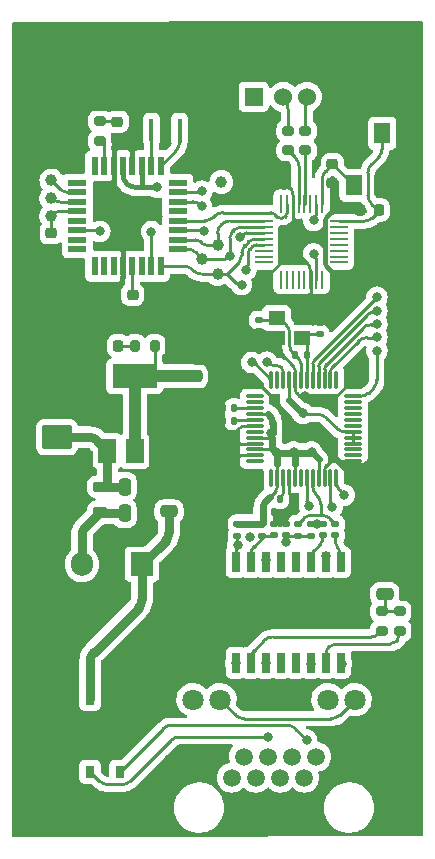
<source format=gbr>
%TF.GenerationSoftware,KiCad,Pcbnew,6.0.11+dfsg-1*%
%TF.CreationDate,2023-12-11T15:54:38+03:00*%
%TF.ProjectId,mr107,6d723130-372e-46b6-9963-61645f706362,rev?*%
%TF.SameCoordinates,Original*%
%TF.FileFunction,Copper,L2,Bot*%
%TF.FilePolarity,Positive*%
%FSLAX46Y46*%
G04 Gerber Fmt 4.6, Leading zero omitted, Abs format (unit mm)*
G04 Created by KiCad (PCBNEW 6.0.11+dfsg-1) date 2023-12-11 15:54:38*
%MOMM*%
%LPD*%
G01*
G04 APERTURE LIST*
G04 Aperture macros list*
%AMRoundRect*
0 Rectangle with rounded corners*
0 $1 Rounding radius*
0 $2 $3 $4 $5 $6 $7 $8 $9 X,Y pos of 4 corners*
0 Add a 4 corners polygon primitive as box body*
4,1,4,$2,$3,$4,$5,$6,$7,$8,$9,$2,$3,0*
0 Add four circle primitives for the rounded corners*
1,1,$1+$1,$2,$3*
1,1,$1+$1,$4,$5*
1,1,$1+$1,$6,$7*
1,1,$1+$1,$8,$9*
0 Add four rect primitives between the rounded corners*
20,1,$1+$1,$2,$3,$4,$5,0*
20,1,$1+$1,$4,$5,$6,$7,0*
20,1,$1+$1,$6,$7,$8,$9,0*
20,1,$1+$1,$8,$9,$2,$3,0*%
G04 Aperture macros list end*
%TA.AperFunction,SMDPad,CuDef*%
%ADD10RoundRect,0.135000X-0.185000X0.135000X-0.185000X-0.135000X0.185000X-0.135000X0.185000X0.135000X0*%
%TD*%
%TA.AperFunction,SMDPad,CuDef*%
%ADD11R,0.400000X1.900000*%
%TD*%
%TA.AperFunction,SMDPad,CuDef*%
%ADD12RoundRect,0.075000X0.075000X-0.662500X0.075000X0.662500X-0.075000X0.662500X-0.075000X-0.662500X0*%
%TD*%
%TA.AperFunction,SMDPad,CuDef*%
%ADD13RoundRect,0.075000X0.662500X-0.075000X0.662500X0.075000X-0.662500X0.075000X-0.662500X-0.075000X0*%
%TD*%
%TA.AperFunction,SMDPad,CuDef*%
%ADD14RoundRect,0.250000X0.475000X-0.250000X0.475000X0.250000X-0.475000X0.250000X-0.475000X-0.250000X0*%
%TD*%
%TA.AperFunction,SMDPad,CuDef*%
%ADD15RoundRect,0.140000X0.140000X0.170000X-0.140000X0.170000X-0.140000X-0.170000X0.140000X-0.170000X0*%
%TD*%
%TA.AperFunction,SMDPad,CuDef*%
%ADD16C,1.000000*%
%TD*%
%TA.AperFunction,SMDPad,CuDef*%
%ADD17RoundRect,0.225000X-0.250000X0.225000X-0.250000X-0.225000X0.250000X-0.225000X0.250000X0.225000X0*%
%TD*%
%TA.AperFunction,SMDPad,CuDef*%
%ADD18R,0.550000X1.600000*%
%TD*%
%TA.AperFunction,SMDPad,CuDef*%
%ADD19R,1.600000X0.550000*%
%TD*%
%TA.AperFunction,SMDPad,CuDef*%
%ADD20R,1.500000X2.000000*%
%TD*%
%TA.AperFunction,SMDPad,CuDef*%
%ADD21R,3.800000X2.000000*%
%TD*%
%TA.AperFunction,SMDPad,CuDef*%
%ADD22RoundRect,0.200000X0.200000X0.275000X-0.200000X0.275000X-0.200000X-0.275000X0.200000X-0.275000X0*%
%TD*%
%TA.AperFunction,SMDPad,CuDef*%
%ADD23R,1.400000X1.200000*%
%TD*%
%TA.AperFunction,SMDPad,CuDef*%
%ADD24R,0.800000X1.000000*%
%TD*%
%TA.AperFunction,ComponentPad*%
%ADD25C,1.500000*%
%TD*%
%TA.AperFunction,ComponentPad*%
%ADD26C,1.800000*%
%TD*%
%TA.AperFunction,ComponentPad*%
%ADD27C,3.000000*%
%TD*%
%TA.AperFunction,SMDPad,CuDef*%
%ADD28RoundRect,0.135000X-0.135000X-0.185000X0.135000X-0.185000X0.135000X0.185000X-0.135000X0.185000X0*%
%TD*%
%TA.AperFunction,SMDPad,CuDef*%
%ADD29RoundRect,0.200000X-0.275000X0.200000X-0.275000X-0.200000X0.275000X-0.200000X0.275000X0.200000X0*%
%TD*%
%TA.AperFunction,SMDPad,CuDef*%
%ADD30RoundRect,0.218750X-0.218750X-0.256250X0.218750X-0.256250X0.218750X0.256250X-0.218750X0.256250X0*%
%TD*%
%TA.AperFunction,ComponentPad*%
%ADD31R,1.524000X1.524000*%
%TD*%
%TA.AperFunction,ComponentPad*%
%ADD32C,1.524000*%
%TD*%
%TA.AperFunction,ComponentPad*%
%ADD33C,3.500000*%
%TD*%
%TA.AperFunction,SMDPad,CuDef*%
%ADD34RoundRect,0.140000X0.170000X-0.140000X0.170000X0.140000X-0.170000X0.140000X-0.170000X-0.140000X0*%
%TD*%
%TA.AperFunction,SMDPad,CuDef*%
%ADD35RoundRect,0.062500X0.062500X-0.662500X0.062500X0.662500X-0.062500X0.662500X-0.062500X-0.662500X0*%
%TD*%
%TA.AperFunction,SMDPad,CuDef*%
%ADD36RoundRect,0.062500X0.662500X-0.062500X0.662500X0.062500X-0.662500X0.062500X-0.662500X-0.062500X0*%
%TD*%
%TA.AperFunction,SMDPad,CuDef*%
%ADD37RoundRect,0.140000X-0.170000X0.140000X-0.170000X-0.140000X0.170000X-0.140000X0.170000X0.140000X0*%
%TD*%
%TA.AperFunction,SMDPad,CuDef*%
%ADD38RoundRect,0.140000X-0.140000X-0.170000X0.140000X-0.170000X0.140000X0.170000X-0.140000X0.170000X0*%
%TD*%
%TA.AperFunction,SMDPad,CuDef*%
%ADD39RoundRect,0.250000X-1.025000X0.787500X-1.025000X-0.787500X1.025000X-0.787500X1.025000X0.787500X0*%
%TD*%
%TA.AperFunction,SMDPad,CuDef*%
%ADD40RoundRect,0.218750X0.381250X-0.218750X0.381250X0.218750X-0.381250X0.218750X-0.381250X-0.218750X0*%
%TD*%
%TA.AperFunction,SMDPad,CuDef*%
%ADD41RoundRect,0.225000X0.225000X0.250000X-0.225000X0.250000X-0.225000X-0.250000X0.225000X-0.250000X0*%
%TD*%
%TA.AperFunction,SMDPad,CuDef*%
%ADD42RoundRect,0.250000X-0.250000X-0.475000X0.250000X-0.475000X0.250000X0.475000X-0.250000X0.475000X0*%
%TD*%
%TA.AperFunction,SMDPad,CuDef*%
%ADD43RoundRect,0.250000X-0.475000X0.250000X-0.475000X-0.250000X0.475000X-0.250000X0.475000X0.250000X0*%
%TD*%
%TA.AperFunction,SMDPad,CuDef*%
%ADD44R,0.700000X1.670000*%
%TD*%
%TA.AperFunction,SMDPad,CuDef*%
%ADD45RoundRect,0.200000X0.275000X-0.200000X0.275000X0.200000X-0.275000X0.200000X-0.275000X-0.200000X0*%
%TD*%
%TA.AperFunction,SMDPad,CuDef*%
%ADD46R,1.400000X1.800000*%
%TD*%
%TA.AperFunction,ComponentPad*%
%ADD47R,1.905000X2.000000*%
%TD*%
%TA.AperFunction,ComponentPad*%
%ADD48O,1.905000X2.000000*%
%TD*%
%TA.AperFunction,SMDPad,CuDef*%
%ADD49RoundRect,0.218750X0.256250X-0.218750X0.256250X0.218750X-0.256250X0.218750X-0.256250X-0.218750X0*%
%TD*%
%TA.AperFunction,ViaPad*%
%ADD50C,0.800000*%
%TD*%
%TA.AperFunction,Conductor*%
%ADD51C,0.250000*%
%TD*%
%TA.AperFunction,Conductor*%
%ADD52C,0.600000*%
%TD*%
%TA.AperFunction,Conductor*%
%ADD53C,0.400000*%
%TD*%
%TA.AperFunction,Conductor*%
%ADD54C,0.800000*%
%TD*%
%TA.AperFunction,Conductor*%
%ADD55C,0.500000*%
%TD*%
%TA.AperFunction,Conductor*%
%ADD56C,1.000000*%
%TD*%
G04 APERTURE END LIST*
D10*
%TO.P,R11,1*%
%TO.N,Net-(C11-Pad1)*%
X72686814Y-94980000D03*
%TO.P,R11,2*%
%TO.N,Net-(D4-Pad1)*%
X72686814Y-96000000D03*
%TD*%
%TO.P,R1,1*%
%TO.N,Net-(C11-Pad1)*%
X73736814Y-94979214D03*
%TO.P,R1,2*%
%TO.N,Net-(D4-Pad3)*%
X73736814Y-95999214D03*
%TD*%
D11*
%TO.P,Y3,1,1*%
%TO.N,Net-(U2-Pad8)*%
X67790000Y-61613000D03*
%TO.P,Y3,2,2*%
%TO.N,GND*%
X66590000Y-61613000D03*
%TO.P,Y3,3,3*%
%TO.N,Net-(U2-Pad7)*%
X65390000Y-61613000D03*
%TD*%
D12*
%TO.P,U1,1,TXN*%
%TO.N,Net-(D4-Pad3)*%
X81055000Y-91096714D03*
%TO.P,U1,2,TXP*%
%TO.N,Net-(D4-Pad1)*%
X80555000Y-91096714D03*
%TO.P,U1,3,AGND*%
%TO.N,GND*%
X80055000Y-91096714D03*
%TO.P,U1,4,AVDD*%
%TO.N,Net-(C11-Pad1)*%
X79555000Y-91096714D03*
%TO.P,U1,5,RXN*%
%TO.N,Net-(R6-Pad1)*%
X79055000Y-91096714D03*
%TO.P,U1,6,RXP*%
%TO.N,Net-(C23-Pad1)*%
X78555000Y-91096714D03*
%TO.P,U1,7,DNC*%
%TO.N,unconnected-(U1-Pad7)*%
X78055000Y-91096714D03*
%TO.P,U1,8,AVDD*%
%TO.N,Net-(C11-Pad1)*%
X77555000Y-91096714D03*
%TO.P,U1,9,AGND*%
%TO.N,GND*%
X77055000Y-91096714D03*
%TO.P,U1,10,EXRES1*%
%TO.N,Net-(R10-Pad1)*%
X76555000Y-91096714D03*
%TO.P,U1,11,AVDD*%
%TO.N,Net-(C11-Pad1)*%
X76055000Y-91096714D03*
%TO.P,U1,12,NC*%
%TO.N,unconnected-(U1-Pad12)*%
X75555000Y-91096714D03*
D13*
%TO.P,U1,13,NC*%
%TO.N,unconnected-(U1-Pad13)*%
X74142500Y-89684214D03*
%TO.P,U1,14,AGND*%
%TO.N,GND*%
X74142500Y-89184214D03*
%TO.P,U1,15,AVDD*%
%TO.N,Net-(C11-Pad1)*%
X74142500Y-88684214D03*
%TO.P,U1,16,AGND*%
%TO.N,GND*%
X74142500Y-88184214D03*
%TO.P,U1,17,AVDD*%
%TO.N,Net-(C11-Pad1)*%
X74142500Y-87684214D03*
%TO.P,U1,18,VBG*%
%TO.N,unconnected-(U1-Pad18)*%
X74142500Y-87184214D03*
%TO.P,U1,19,AGND*%
%TO.N,GND*%
X74142500Y-86684214D03*
%TO.P,U1,20,TOCAP*%
%TO.N,Net-(C18-Pad1)*%
X74142500Y-86184214D03*
%TO.P,U1,21,AVDD*%
%TO.N,Net-(C11-Pad1)*%
X74142500Y-85684214D03*
%TO.P,U1,22,1V2O*%
%TO.N,Net-(C16-Pad1)*%
X74142500Y-85184214D03*
%TO.P,U1,23,RSVD*%
%TO.N,unconnected-(U1-Pad23)*%
X74142500Y-84684214D03*
%TO.P,U1,24,SPDLED*%
%TO.N,unconnected-(U1-Pad24)*%
X74142500Y-84184214D03*
D12*
%TO.P,U1,25,LINKLED*%
%TO.N,Net-(R8-Pad1)*%
X75555000Y-82771714D03*
%TO.P,U1,26,DUPLED*%
%TO.N,unconnected-(U1-Pad26)*%
X76055000Y-82771714D03*
%TO.P,U1,27,ACTLED*%
%TO.N,Net-(R9-Pad1)*%
X76555000Y-82771714D03*
%TO.P,U1,28,VDD*%
%TO.N,+3.3V*%
X77055000Y-82771714D03*
%TO.P,U1,29,GND*%
%TO.N,GND*%
X77555000Y-82771714D03*
%TO.P,U1,30,XI/CLKIN*%
%TO.N,Net-(C3-Pad1)*%
X78055000Y-82771714D03*
%TO.P,U1,31,XO*%
%TO.N,Net-(C5-Pad1)*%
X78555000Y-82771714D03*
%TO.P,U1,32,~{SCS}*%
%TO.N,SS_ETH*%
X79055000Y-82771714D03*
%TO.P,U1,33,SCLK*%
%TO.N,SCLK*%
X79555000Y-82771714D03*
%TO.P,U1,34,MISO*%
%TO.N,MISO*%
X80055000Y-82771714D03*
%TO.P,U1,35,MOSI*%
%TO.N,MOSI*%
X80555000Y-82771714D03*
%TO.P,U1,36,~{INT}*%
%TO.N,unconnected-(U1-Pad36)*%
X81055000Y-82771714D03*
D13*
%TO.P,U1,37,~{RST}*%
%TO.N,RST_ETH*%
X82467500Y-84184214D03*
%TO.P,U1,38,RSVD*%
%TO.N,unconnected-(U1-Pad38)*%
X82467500Y-84684214D03*
%TO.P,U1,39,RSVD*%
%TO.N,unconnected-(U1-Pad39)*%
X82467500Y-85184214D03*
%TO.P,U1,40,RSVD*%
%TO.N,unconnected-(U1-Pad40)*%
X82467500Y-85684214D03*
%TO.P,U1,41,RSVD*%
%TO.N,unconnected-(U1-Pad41)*%
X82467500Y-86184214D03*
%TO.P,U1,42,RSVD*%
%TO.N,unconnected-(U1-Pad42)*%
X82467500Y-86684214D03*
%TO.P,U1,43,PMODE2*%
%TO.N,+3.3V*%
X82467500Y-87184214D03*
%TO.P,U1,44,PMODE1*%
X82467500Y-87684214D03*
%TO.P,U1,45,PMODE0*%
X82467500Y-88184214D03*
%TO.P,U1,46,NC*%
%TO.N,unconnected-(U1-Pad46)*%
X82467500Y-88684214D03*
%TO.P,U1,47,NC*%
%TO.N,unconnected-(U1-Pad47)*%
X82467500Y-89184214D03*
%TO.P,U1,48,AGND*%
%TO.N,GND*%
X82467500Y-89684214D03*
%TD*%
D14*
%TO.P,C17,1*%
%TO.N,passive_PoE*%
X66885000Y-93925000D03*
%TO.P,C17,2*%
%TO.N,GND*%
X66885000Y-92025000D03*
%TD*%
D15*
%TO.P,C18,1*%
%TO.N,Net-(C18-Pad1)*%
X72392500Y-86244214D03*
%TO.P,C18,2*%
%TO.N,GND*%
X71432500Y-86244214D03*
%TD*%
D16*
%TO.P,J6,1*%
%TO.N,RST*%
X56915000Y-68923000D03*
%TD*%
D17*
%TO.P,C8,1*%
%TO.N,RST*%
X56915000Y-70358000D03*
%TO.P,C8,2*%
%TO.N,GND*%
X56915000Y-71908000D03*
%TD*%
D18*
%TO.P,U2,1,PD3*%
%TO.N,unconnected-(U2-Pad1)*%
X60590000Y-64663000D03*
%TO.P,U2,2,PD4*%
%TO.N,Net-(R5-Pad1)*%
X61390000Y-64663000D03*
%TO.P,U2,3,GND*%
%TO.N,GND*%
X62190000Y-64663000D03*
%TO.P,U2,4,VCC*%
%TO.N,Net-(C6-Pad1)*%
X62990000Y-64663000D03*
%TO.P,U2,5,GND*%
%TO.N,GND*%
X63790000Y-64663000D03*
%TO.P,U2,6,VCC*%
%TO.N,Net-(C6-Pad1)*%
X64590000Y-64663000D03*
%TO.P,U2,7,XTAL1/PB6*%
%TO.N,Net-(U2-Pad7)*%
X65390000Y-64663000D03*
%TO.P,U2,8,XTAL2/PB7*%
%TO.N,Net-(U2-Pad8)*%
X66190000Y-64663000D03*
D19*
%TO.P,U2,9,PD5*%
%TO.N,unconnected-(U2-Pad9)*%
X67640000Y-66113000D03*
%TO.P,U2,10,PD6*%
%TO.N,SS_ETH*%
X67640000Y-66913000D03*
%TO.P,U2,11,PD7*%
%TO.N,SS_USB*%
X67640000Y-67713000D03*
%TO.P,U2,12,PB0*%
%TO.N,unconnected-(U2-Pad12)*%
X67640000Y-68513000D03*
%TO.P,U2,13,PB1*%
%TO.N,INT_USB*%
X67640000Y-69313000D03*
%TO.P,U2,14,PB2*%
%TO.N,RST_USB*%
X67640000Y-70113000D03*
%TO.P,U2,15,PB3*%
%TO.N,MOSI*%
X67640000Y-70913000D03*
%TO.P,U2,16,PB4*%
%TO.N,MISO*%
X67640000Y-71713000D03*
D18*
%TO.P,U2,17,PB5*%
%TO.N,SCLK*%
X66190000Y-73163000D03*
%TO.P,U2,18,AVCC*%
%TO.N,Net-(C7-Pad1)*%
X65390000Y-73163000D03*
%TO.P,U2,19,ADC6*%
%TO.N,unconnected-(U2-Pad19)*%
X64590000Y-73163000D03*
%TO.P,U2,20,AREF*%
%TO.N,Net-(C4-Pad1)*%
X63790000Y-73163000D03*
%TO.P,U2,21,GND*%
%TO.N,GND*%
X62990000Y-73163000D03*
%TO.P,U2,22,ADC7*%
%TO.N,unconnected-(U2-Pad22)*%
X62190000Y-73163000D03*
%TO.P,U2,23,PC0*%
%TO.N,unconnected-(U2-Pad23)*%
X61390000Y-73163000D03*
%TO.P,U2,24,PC1*%
%TO.N,unconnected-(U2-Pad24)*%
X60590000Y-73163000D03*
D19*
%TO.P,U2,25,PC2*%
%TO.N,unconnected-(U2-Pad25)*%
X59140000Y-71713000D03*
%TO.P,U2,26,PC3*%
%TO.N,unconnected-(U2-Pad26)*%
X59140000Y-70913000D03*
%TO.P,U2,27,PC4*%
%TO.N,RST_ETH*%
X59140000Y-70113000D03*
%TO.P,U2,28,PC5*%
%TO.N,unconnected-(U2-Pad28)*%
X59140000Y-69313000D03*
%TO.P,U2,29,~{RESET}/PC6*%
%TO.N,RST*%
X59140000Y-68513000D03*
%TO.P,U2,30,PD0*%
%TO.N,/RxD*%
X59140000Y-67713000D03*
%TO.P,U2,31,PD1*%
%TO.N,/TxD*%
X59140000Y-66913000D03*
%TO.P,U2,32,PD2*%
%TO.N,unconnected-(U2-Pad32)*%
X59140000Y-66113000D03*
%TD*%
D20*
%TO.P,U3,1,GND*%
%TO.N,GND*%
X66275000Y-88795000D03*
%TO.P,U3,2,VO*%
%TO.N,+3.3V*%
X63975000Y-88795000D03*
D21*
X63975000Y-82495000D03*
D20*
%TO.P,U3,3,VI*%
%TO.N,+5V*%
X61675000Y-88795000D03*
%TD*%
D22*
%TO.P,R14,1*%
%TO.N,+3.3V*%
X65670000Y-79915000D03*
%TO.P,R14,2*%
%TO.N,Net-(D3-Pad2)*%
X64020000Y-79915000D03*
%TD*%
D23*
%TO.P,Y1,1,1*%
%TO.N,Net-(C3-Pad1)*%
X75990000Y-77560000D03*
%TO.P,Y1,2,2*%
%TO.N,GND*%
X78190000Y-77560000D03*
%TO.P,Y1,3,3*%
%TO.N,Net-(C5-Pad1)*%
X78190000Y-79260000D03*
%TO.P,Y1,4,4*%
%TO.N,GND*%
X75990000Y-79260000D03*
%TD*%
D16*
%TO.P,J7,1*%
%TO.N,GND*%
X69715000Y-75573000D03*
%TD*%
D24*
%TO.P,D5,1*%
%TO.N,Net-(J10-Pad7)*%
X62750000Y-115965000D03*
%TO.P,D5,2*%
%TO.N,Net-(J10-Pad4)*%
X60210000Y-115965000D03*
%TO.P,D5,3,+*%
%TO.N,passive_PoE*%
X60210000Y-109815000D03*
%TO.P,D5,4,-*%
%TO.N,GND*%
X62750000Y-109815000D03*
%TD*%
D16*
%TO.P,J3,1*%
%TO.N,MOSI*%
X71005000Y-71373000D03*
%TD*%
D15*
%TO.P,C16,1*%
%TO.N,Net-(C16-Pad1)*%
X72385000Y-85184214D03*
%TO.P,C16,2*%
%TO.N,GND*%
X71425000Y-85184214D03*
%TD*%
D25*
%TO.P,J10,1*%
%TO.N,Net-(D4-Pad16)*%
X72210000Y-116467500D03*
%TO.P,J10,2*%
%TO.N,Net-(D4-Pad14)*%
X73230000Y-114687500D03*
%TO.P,J10,3*%
%TO.N,Net-(D4-Pad11)*%
X74250000Y-116467500D03*
%TO.P,J10,4*%
%TO.N,Net-(J10-Pad4)*%
X75270000Y-114687500D03*
%TO.P,J10,5*%
X76290000Y-116467500D03*
%TO.P,J10,6*%
%TO.N,Net-(D4-Pad9)*%
X77310000Y-114687500D03*
%TO.P,J10,7*%
%TO.N,Net-(J10-Pad7)*%
X78330000Y-116467500D03*
%TO.P,J10,8*%
X79350000Y-114687500D03*
D26*
%TO.P,J10,9,-*%
%TO.N,link*%
X68920000Y-109867500D03*
%TO.P,J10,10,+*%
%TO.N,+3.3V*%
X71210000Y-109867500D03*
%TO.P,J10,11,-*%
%TO.N,act*%
X80350000Y-109867500D03*
%TO.P,J10,12,+*%
%TO.N,+3.3V*%
X82640000Y-109867500D03*
D27*
%TO.P,J10,s*%
%TO.N,GND*%
X67655000Y-115777500D03*
X83905000Y-115577500D03*
%TD*%
D28*
%TO.P,R2,1*%
%TO.N,Net-(C3-Pad1)*%
X77540000Y-80680000D03*
%TO.P,R2,2*%
%TO.N,Net-(C5-Pad1)*%
X78560000Y-80680000D03*
%TD*%
D29*
%TO.P,R16,1*%
%TO.N,Net-(C29-Pad1)*%
X84910000Y-102395000D03*
%TO.P,R16,2*%
%TO.N,Net-(D4-Pad15)*%
X84910000Y-104045000D03*
%TD*%
D30*
%TO.P,D3,1,K*%
%TO.N,GND*%
X61027500Y-79915000D03*
%TO.P,D3,2,A*%
%TO.N,Net-(D3-Pad2)*%
X62602500Y-79915000D03*
%TD*%
D31*
%TO.P,J1,1,VBUS*%
%TO.N,+5V*%
X74060000Y-58820000D03*
D32*
%TO.P,J1,2,D-*%
%TO.N,Net-(J1-Pad2)*%
X76560000Y-58820000D03*
%TO.P,J1,3,D+*%
%TO.N,Net-(J1-Pad3)*%
X78560000Y-58820000D03*
%TO.P,J1,4,GND*%
%TO.N,GND*%
X81060000Y-58820000D03*
D33*
%TO.P,J1,5,Shield*%
X84130000Y-56110000D03*
X70990000Y-56110000D03*
%TD*%
D34*
%TO.P,C20,1*%
%TO.N,Net-(R12-Pad2)*%
X75797500Y-95949214D03*
%TO.P,C20,2*%
%TO.N,GND*%
X75797500Y-94989214D03*
%TD*%
%TO.P,C19,1*%
%TO.N,Net-(C19-Pad1)*%
X76800000Y-95960000D03*
%TO.P,C19,2*%
%TO.N,GND*%
X76800000Y-95000000D03*
%TD*%
D35*
%TO.P,D1,1,gpin7*%
%TO.N,unconnected-(D1-Pad1)*%
X79860000Y-74300000D03*
%TO.P,D1,2,vl*%
%TO.N,+3.3V*%
X79360000Y-74300000D03*
%TO.P,D1,3,gnd*%
%TO.N,GND*%
X78860000Y-74300000D03*
%TO.P,D1,4,gpout0*%
%TO.N,unconnected-(D1-Pad4)*%
X78360000Y-74300000D03*
%TO.P,D1,5,gpout1*%
%TO.N,unconnected-(D1-Pad5)*%
X77860000Y-74300000D03*
%TO.P,D1,6,gpout2*%
%TO.N,unconnected-(D1-Pad6)*%
X77360000Y-74300000D03*
%TO.P,D1,7,gpout3*%
%TO.N,unconnected-(D1-Pad7)*%
X76860000Y-74300000D03*
%TO.P,D1,8,gpout4*%
%TO.N,unconnected-(D1-Pad8)*%
X76360000Y-74300000D03*
D36*
%TO.P,D1,9,gpout5*%
%TO.N,unconnected-(D1-Pad9)*%
X74910000Y-72850000D03*
%TO.P,D1,10,gpout6*%
%TO.N,unconnected-(D1-Pad10)*%
X74910000Y-72350000D03*
%TO.P,D1,11,gpout7*%
%TO.N,unconnected-(D1-Pad11)*%
X74910000Y-71850000D03*
%TO.P,D1,12,res*%
%TO.N,RST_USB*%
X74910000Y-71350000D03*
%TO.P,D1,13,sclk*%
%TO.N,SCLK*%
X74910000Y-70850000D03*
%TO.P,D1,14,ss*%
%TO.N,SS_USB*%
X74910000Y-70350000D03*
%TO.P,D1,15,miso*%
%TO.N,MISO*%
X74910000Y-69850000D03*
%TO.P,D1,16,mosi*%
%TO.N,MOSI*%
X74910000Y-69350000D03*
D35*
%TO.P,D1,17,GPX*%
%TO.N,unconnected-(D1-Pad17)*%
X76360000Y-67900000D03*
%TO.P,D1,18,int*%
%TO.N,INT_USB*%
X76860000Y-67900000D03*
%TO.P,D1,19,gnd*%
%TO.N,GND*%
X77360000Y-67900000D03*
%TO.P,D1,20,D-*%
%TO.N,Net-(D1-Pad20)*%
X77860000Y-67900000D03*
%TO.P,D1,21,D+*%
%TO.N,Net-(D1-Pad21)*%
X78360000Y-67900000D03*
%TO.P,D1,22,VBcomp*%
%TO.N,unconnected-(D1-Pad22)*%
X78860000Y-67900000D03*
%TO.P,D1,23,vcc*%
%TO.N,+3.3V*%
X79360000Y-67900000D03*
%TO.P,D1,24,xi*%
%TO.N,Net-(C27-Pad1)*%
X79860000Y-67900000D03*
D36*
%TO.P,D1,25,xo*%
%TO.N,Net-(D1-Pad25)*%
X81310000Y-69350000D03*
%TO.P,D1,26,gpin0*%
%TO.N,unconnected-(D1-Pad26)*%
X81310000Y-69850000D03*
%TO.P,D1,27,gpin1*%
%TO.N,unconnected-(D1-Pad27)*%
X81310000Y-70350000D03*
%TO.P,D1,28,gpin2*%
%TO.N,unconnected-(D1-Pad28)*%
X81310000Y-70850000D03*
%TO.P,D1,29,gpin3*%
%TO.N,unconnected-(D1-Pad29)*%
X81310000Y-71350000D03*
%TO.P,D1,30,gpin4*%
%TO.N,unconnected-(D1-Pad30)*%
X81310000Y-71850000D03*
%TO.P,D1,31,gpin5*%
%TO.N,unconnected-(D1-Pad31)*%
X81310000Y-72350000D03*
%TO.P,D1,32,gpin6*%
%TO.N,unconnected-(D1-Pad32)*%
X81310000Y-72850000D03*
%TD*%
D37*
%TO.P,C3,1*%
%TO.N,Net-(C3-Pad1)*%
X74490000Y-77720000D03*
%TO.P,C3,2*%
%TO.N,GND*%
X74490000Y-78680000D03*
%TD*%
D38*
%TO.P,C28,1*%
%TO.N,Net-(C11-Pad1)*%
X74850000Y-93990000D03*
%TO.P,C28,2*%
%TO.N,GND*%
X75810000Y-93990000D03*
%TD*%
D39*
%TO.P,C2,1*%
%TO.N,+5V*%
X57410000Y-87637500D03*
%TO.P,C2,2*%
%TO.N,GND*%
X57410000Y-93862500D03*
%TD*%
D16*
%TO.P,J4,1*%
%TO.N,MISO*%
X69715000Y-72563000D03*
%TD*%
D28*
%TO.P,R10,1*%
%TO.N,Net-(R10-Pad1)*%
X76250000Y-92900000D03*
%TO.P,R10,2*%
%TO.N,GND*%
X77270000Y-92900000D03*
%TD*%
D40*
%TO.P,L3,1,1*%
%TO.N,Net-(C1-Pad1)*%
X61085000Y-93962500D03*
%TO.P,L3,2,2*%
%TO.N,+5V*%
X61085000Y-91837500D03*
%TD*%
D41*
%TO.P,C26,1*%
%TO.N,Net-(D1-Pad25)*%
X84645000Y-68410000D03*
%TO.P,C26,2*%
%TO.N,GND*%
X83095000Y-68410000D03*
%TD*%
D29*
%TO.P,R15,1*%
%TO.N,Net-(C29-Pad1)*%
X86430000Y-102395000D03*
%TO.P,R15,2*%
%TO.N,Net-(D4-Pad10)*%
X86430000Y-104045000D03*
%TD*%
D17*
%TO.P,C4,1*%
%TO.N,Net-(C4-Pad1)*%
X63815000Y-75588000D03*
%TO.P,C4,2*%
%TO.N,GND*%
X63815000Y-77138000D03*
%TD*%
D42*
%TO.P,C9,1*%
%TO.N,+5V*%
X63135000Y-91825000D03*
%TO.P,C9,2*%
%TO.N,GND*%
X65035000Y-91825000D03*
%TD*%
D16*
%TO.P,J8,1*%
%TO.N,/TxD*%
X56925000Y-65903000D03*
%TD*%
D10*
%TO.P,R6,1*%
%TO.N,Net-(R6-Pad1)*%
X77822500Y-94979214D03*
%TO.P,R6,2*%
%TO.N,Net-(C19-Pad1)*%
X77822500Y-95999214D03*
%TD*%
D37*
%TO.P,C24,1*%
%TO.N,Net-(R6-Pad1)*%
X80972500Y-94989214D03*
%TO.P,C24,2*%
%TO.N,Net-(D4-Pad8)*%
X80972500Y-95949214D03*
%TD*%
D10*
%TO.P,R12,1*%
%TO.N,Net-(C11-Pad1)*%
X74797500Y-94979214D03*
%TO.P,R12,2*%
%TO.N,Net-(R12-Pad2)*%
X74797500Y-95999214D03*
%TD*%
D16*
%TO.P,J9,1*%
%TO.N,Net-(C6-Pad1)*%
X71320000Y-66030000D03*
%TD*%
D10*
%TO.P,R7,1*%
%TO.N,Net-(C23-Pad1)*%
X78897500Y-94979214D03*
%TO.P,R7,2*%
%TO.N,Net-(C19-Pad1)*%
X78897500Y-95999214D03*
%TD*%
D16*
%TO.P,J2,1*%
%TO.N,/RxD*%
X56915000Y-67413000D03*
%TD*%
D42*
%TO.P,C1,1*%
%TO.N,Net-(C1-Pad1)*%
X63135000Y-94100000D03*
%TO.P,C1,2*%
%TO.N,GND*%
X65035000Y-94100000D03*
%TD*%
D43*
%TO.P,C10,1*%
%TO.N,+3.3V*%
X68970000Y-82500000D03*
%TO.P,C10,2*%
%TO.N,GND*%
X68970000Y-84400000D03*
%TD*%
D37*
%TO.P,C23,1*%
%TO.N,Net-(C23-Pad1)*%
X79947500Y-94989214D03*
%TO.P,C23,2*%
%TO.N,Net-(C23-Pad2)*%
X79947500Y-95949214D03*
%TD*%
D44*
%TO.P,D4,1*%
%TO.N,Net-(D4-Pad1)*%
X72531814Y-98205000D03*
%TO.P,D4,2*%
%TO.N,Net-(R12-Pad2)*%
X73801814Y-98205000D03*
%TO.P,D4,3*%
%TO.N,Net-(D4-Pad3)*%
X75071814Y-98205000D03*
%TO.P,D4,4*%
%TO.N,unconnected-(D4-Pad4)*%
X76341814Y-98205000D03*
%TO.P,D4,5*%
%TO.N,unconnected-(D4-Pad5)*%
X77611814Y-98205000D03*
%TO.P,D4,6*%
%TO.N,Net-(C23-Pad2)*%
X78881814Y-98205000D03*
%TO.P,D4,7*%
%TO.N,Net-(C19-Pad1)*%
X80151814Y-98205000D03*
%TO.P,D4,8*%
%TO.N,Net-(D4-Pad8)*%
X81421814Y-98205000D03*
%TO.P,D4,9*%
%TO.N,Net-(D4-Pad9)*%
X81421814Y-106735000D03*
%TO.P,D4,10*%
%TO.N,Net-(D4-Pad10)*%
X80151814Y-106735000D03*
%TO.P,D4,11*%
%TO.N,Net-(D4-Pad11)*%
X78881814Y-106735000D03*
%TO.P,D4,12*%
%TO.N,unconnected-(D4-Pad12)*%
X77611814Y-106735000D03*
%TO.P,D4,13*%
%TO.N,unconnected-(D4-Pad13)*%
X76341814Y-106735000D03*
%TO.P,D4,14*%
%TO.N,Net-(D4-Pad14)*%
X75071814Y-106735000D03*
%TO.P,D4,15*%
%TO.N,Net-(D4-Pad15)*%
X73801814Y-106735000D03*
%TO.P,D4,16*%
%TO.N,Net-(D4-Pad16)*%
X72531814Y-106735000D03*
%TD*%
D45*
%TO.P,R5,1*%
%TO.N,Net-(R5-Pad1)*%
X61035000Y-62548000D03*
%TO.P,R5,2*%
%TO.N,Net-(D2-Pad2)*%
X61035000Y-60898000D03*
%TD*%
D46*
%TO.P,Y2,1,1*%
%TO.N,Net-(D1-Pad25)*%
X84930000Y-61920000D03*
%TO.P,Y2,2,2*%
%TO.N,GND*%
X84930000Y-66320000D03*
%TO.P,Y2,3,3*%
%TO.N,Net-(C27-Pad1)*%
X82530000Y-66320000D03*
%TO.P,Y2,4,4*%
%TO.N,GND*%
X82530000Y-61920000D03*
%TD*%
D14*
%TO.P,C29,1*%
%TO.N,Net-(C29-Pad1)*%
X85170000Y-100940000D03*
%TO.P,C29,2*%
%TO.N,GND*%
X85170000Y-99040000D03*
%TD*%
D45*
%TO.P,R3,1*%
%TO.N,Net-(D1-Pad21)*%
X78440000Y-63355000D03*
%TO.P,R3,2*%
%TO.N,Net-(J1-Pad3)*%
X78440000Y-61705000D03*
%TD*%
%TO.P,R4,1*%
%TO.N,Net-(D1-Pad20)*%
X76970000Y-63355000D03*
%TO.P,R4,2*%
%TO.N,Net-(J1-Pad2)*%
X76970000Y-61705000D03*
%TD*%
D34*
%TO.P,C5,1*%
%TO.N,Net-(C5-Pad1)*%
X79650000Y-78900000D03*
%TO.P,C5,2*%
%TO.N,GND*%
X79650000Y-77940000D03*
%TD*%
D47*
%TO.P,U4,1,IN*%
%TO.N,passive_PoE*%
X64600000Y-98410000D03*
D48*
%TO.P,U4,2,GND*%
%TO.N,GND*%
X62060000Y-98410000D03*
%TO.P,U4,3,OUT*%
%TO.N,Net-(C1-Pad1)*%
X59520000Y-98410000D03*
%TD*%
D17*
%TO.P,C27,1*%
%TO.N,Net-(C27-Pad1)*%
X80730000Y-64535000D03*
%TO.P,C27,2*%
%TO.N,GND*%
X80730000Y-66085000D03*
%TD*%
D16*
%TO.P,J5,1*%
%TO.N,SCLK*%
X71040000Y-73838000D03*
%TD*%
D49*
%TO.P,D2,1,K*%
%TO.N,GND*%
X62505000Y-62510500D03*
%TO.P,D2,2,A*%
%TO.N,Net-(D2-Pad2)*%
X62505000Y-60935500D03*
%TD*%
D50*
%TO.N,GND*%
X66510000Y-86920000D03*
X74220000Y-66940000D03*
X67430000Y-76200000D03*
%TO.N,MOSI*%
X71005000Y-71353000D03*
X84490000Y-79187500D03*
%TO.N,GND*%
X82740000Y-82330000D03*
X77020000Y-70640000D03*
X78371814Y-84135000D03*
X80700000Y-88860000D03*
X63685000Y-68033000D03*
X72380000Y-88190000D03*
X77170000Y-93850000D03*
X59190000Y-63210000D03*
%TO.N,+5V*%
X61415000Y-88535000D03*
%TO.N,Net-(C6-Pad1)*%
X65905000Y-66493000D03*
X71270000Y-66030000D03*
%TO.N,+3.3V*%
X63975000Y-85753000D03*
X79130000Y-69280000D03*
X78211814Y-85635000D03*
X79140000Y-72120000D03*
%TO.N,Net-(C7-Pad1)*%
X65405000Y-70233000D03*
%TO.N,Net-(C11-Pad1)*%
X78961814Y-88895000D03*
X75561814Y-87255000D03*
X75971814Y-88895000D03*
X77451814Y-88895000D03*
%TO.N,Net-(C19-Pad1)*%
X76830000Y-96520000D03*
X80150000Y-97740000D03*
%TO.N,Net-(C23-Pad1)*%
X78770000Y-93470000D03*
X79426028Y-94989214D03*
%TO.N,SCLK*%
X84490000Y-76922500D03*
X73030000Y-74730000D03*
%TO.N,SS_USB*%
X69645000Y-68063000D03*
X72930000Y-70680000D03*
%TO.N,MISO*%
X72035000Y-72343000D03*
X84490000Y-78055000D03*
%TO.N,Net-(D4-Pad3)*%
X73736814Y-96060000D03*
X75106814Y-98060000D03*
X81741814Y-92545000D03*
%TO.N,Net-(R8-Pad1)*%
X73900000Y-81310000D03*
%TO.N,Net-(R9-Pad1)*%
X75170000Y-81290000D03*
%TO.N,SS_ETH*%
X84490000Y-75790000D03*
X69665000Y-66813000D03*
%TO.N,RST_ETH*%
X84490000Y-80320000D03*
X61035000Y-70213000D03*
%TO.N,RST_USB*%
X73400000Y-73450000D03*
X69840000Y-70190000D03*
%TO.N,Net-(D4-Pad1)*%
X72720000Y-96810000D03*
X80700000Y-93520000D03*
%TO.N,Net-(D4-Pad9)*%
X81500000Y-106810000D03*
%TO.N,Net-(D4-Pad11)*%
X78900000Y-106830000D03*
%TO.N,Net-(D4-Pad14)*%
X75100000Y-106760000D03*
%TO.N,Net-(D4-Pad16)*%
X72540000Y-106790000D03*
%TO.N,Net-(J10-Pad7)*%
X78550000Y-113280000D03*
%TO.N,Net-(J10-Pad4)*%
X75270000Y-113020000D03*
%TD*%
D51*
%TO.N,Net-(C19-Pad1)*%
X76830000Y-96520000D02*
X76830000Y-95990000D01*
X76830000Y-95990000D02*
X76800000Y-95960000D01*
%TO.N,Net-(D4-Pad1)*%
X72686814Y-96000000D02*
X72686814Y-96776814D01*
X72686814Y-96776814D02*
X72720000Y-96810000D01*
X72531814Y-98205000D02*
X72531814Y-96998186D01*
X72531814Y-96998186D02*
X72720000Y-96810000D01*
%TO.N,Net-(R8-Pad1)*%
X75555000Y-82771714D02*
X75531714Y-82771714D01*
X75531714Y-82771714D02*
X74070000Y-81310000D01*
X74070000Y-81310000D02*
X73900000Y-81310000D01*
%TO.N,Net-(R9-Pad1)*%
X76012893Y-81560005D02*
G75*
G02*
X76366446Y-81706446I7J-499995D01*
G01*
X76554995Y-82102107D02*
G75*
G03*
X76408553Y-81748553I-499995J7D01*
G01*
X75647107Y-81559995D02*
G75*
G02*
X75293553Y-81413553I-7J499995D01*
G01*
X76555000Y-82771714D02*
X76555000Y-82102107D01*
X76408553Y-81748553D02*
X76366446Y-81706446D01*
X76012893Y-81560000D02*
X75647107Y-81560000D01*
X75293553Y-81413553D02*
X75170000Y-81290000D01*
%TO.N,Net-(D4-Pad8)*%
X81177501Y-97027551D02*
G75*
G02*
X80972500Y-96532551I494999J494951D01*
G01*
X81216774Y-97066804D02*
G75*
G02*
X81421814Y-97561763I-494974J-494996D01*
G01*
X80972500Y-95949214D02*
X80972500Y-96532551D01*
X81177526Y-97027526D02*
X81216789Y-97066789D01*
X81421814Y-97561763D02*
X81421814Y-98205000D01*
%TO.N,Net-(R6-Pad1)*%
X79729990Y-93304214D02*
G75*
G03*
X79437107Y-92597107I-999990J14D01*
G01*
X79347886Y-92507900D02*
G75*
G02*
X79055000Y-91800786I707114J707100D01*
G01*
X79881915Y-94230000D02*
X79730000Y-94230000D01*
X79730000Y-94230000D02*
X79570000Y-94230000D01*
X79055000Y-91096714D02*
X79055000Y-91800786D01*
X79347893Y-92507893D02*
X79437107Y-92597107D01*
X79730000Y-93304214D02*
X79730000Y-94230000D01*
D52*
%TO.N,Net-(C11-Pad1)*%
X74850020Y-93700928D02*
G75*
G02*
X75142893Y-92993821I999980J28D01*
G01*
X74850000Y-93990000D02*
X74850000Y-93700928D01*
X75142893Y-92993821D02*
X75412500Y-92724214D01*
X74850000Y-93990000D02*
X74850000Y-94926714D01*
D51*
X74850000Y-94926714D02*
X74797500Y-94979214D01*
%TO.N,Net-(D4-Pad1)*%
X80555000Y-91096714D02*
X80555000Y-93375000D01*
X80555000Y-93375000D02*
X80700000Y-93520000D01*
%TO.N,Net-(C23-Pad1)*%
X78555005Y-93047893D02*
G75*
G03*
X78701447Y-93401447I499995J-7D01*
G01*
X78555000Y-91096714D02*
X78555000Y-93047893D01*
X78701447Y-93401447D02*
X78770000Y-93470000D01*
%TO.N,Net-(R6-Pad1)*%
X78903085Y-94229990D02*
G75*
G03*
X78337400Y-94464316I15J-800010D01*
G01*
X80447593Y-94464323D02*
G75*
G03*
X79881915Y-94230000I-565693J-565677D01*
G01*
X79570000Y-94230000D02*
X78903085Y-94230000D01*
X78337399Y-94464315D02*
X77822500Y-94979214D01*
X80447601Y-94464315D02*
X80972500Y-94989214D01*
%TO.N,MOSI*%
X72024214Y-69350010D02*
G75*
G03*
X71317107Y-69642893I-14J-999990D01*
G01*
X71005010Y-70369214D02*
G75*
G02*
X71297893Y-69662107I999990J14D01*
G01*
%TO.N,INT_USB*%
X69942786Y-69312990D02*
G75*
G03*
X70649893Y-69020107I14J999990D01*
G01*
X71454214Y-68630010D02*
G75*
G03*
X70747107Y-68922893I-14J-999990D01*
G01*
%TO.N,RST_USB*%
X67640000Y-70113000D02*
X69763000Y-70113000D01*
X69763000Y-70113000D02*
X69840000Y-70190000D01*
%TO.N,MOSI*%
X71005000Y-71353000D02*
X71005000Y-70369214D01*
X71297893Y-69662107D02*
X71317107Y-69642893D01*
X72024214Y-69350000D02*
X74910000Y-69350000D01*
X84467500Y-79210000D02*
X84490000Y-79187500D01*
X83644214Y-79210000D02*
X84467500Y-79210000D01*
X80701447Y-81738553D02*
X82937107Y-79502893D01*
X80555000Y-82771714D02*
X80555000Y-82092107D01*
X80701444Y-81738550D02*
G75*
G03*
X80555000Y-82092107I353556J-353550D01*
G01*
X83644214Y-79210010D02*
G75*
G03*
X82937107Y-79502893I-14J-999990D01*
G01*
%TO.N,INT_USB*%
X76752835Y-68937151D02*
G75*
G03*
X76870000Y-68654315I-282835J282851D01*
G01*
X76012849Y-68962835D02*
G75*
G03*
X76295685Y-69080000I282851J282835D01*
G01*
X76444315Y-69080010D02*
G75*
G03*
X76727157Y-68962843I-15J400010D01*
G01*
X75514315Y-68629990D02*
G75*
G02*
X75797157Y-68747157I-15J-400010D01*
G01*
X76870000Y-67890000D02*
X76870000Y-68654315D01*
X76752842Y-68937158D02*
X76727157Y-68962843D01*
X76444315Y-69080000D02*
X76295685Y-69080000D01*
X75514315Y-68630000D02*
X71454214Y-68630000D01*
X76012842Y-68962842D02*
X75797157Y-68747157D01*
X70747107Y-68922893D02*
X70649893Y-69020107D01*
X69942786Y-69313000D02*
X67640000Y-69313000D01*
%TO.N,+3.3V*%
X79213556Y-72183550D02*
G75*
G02*
X79360000Y-72537107I-353556J-353550D01*
G01*
D53*
%TO.N,GND*%
X80276444Y-68953550D02*
G75*
G03*
X80130000Y-69307107I353556J-353550D01*
G01*
X80130005Y-72912893D02*
G75*
G03*
X80276447Y-73266447I499995J-7D01*
G01*
X81360000Y-74350000D02*
X80276447Y-73266447D01*
X80130000Y-72912893D02*
X80130000Y-69307107D01*
X80276447Y-68953553D02*
X81020000Y-68210000D01*
X81020000Y-68210000D02*
X81880000Y-68210000D01*
D51*
%TO.N,+3.3V*%
X79360000Y-74300000D02*
X79360000Y-72537107D01*
X79213553Y-72183553D02*
X79160000Y-72130000D01*
%TO.N,SCLK*%
X72527550Y-74583556D02*
G75*
G03*
X72881107Y-74730000I353550J353556D01*
G01*
%TO.N,SS_USB*%
X73467107Y-70350005D02*
G75*
G03*
X73113553Y-70496447I-7J-499995D01*
G01*
%TO.N,RST_USB*%
X73933550Y-71496444D02*
G75*
G02*
X74287107Y-71350000I353550J-353556D01*
G01*
X73433556Y-73416450D02*
G75*
G03*
X73580000Y-73062893I-353556J353550D01*
G01*
X73726443Y-71703551D02*
G75*
G03*
X73580000Y-72057107I353557J-353549D01*
G01*
X74910000Y-71350000D02*
X74287107Y-71350000D01*
X73933553Y-71496447D02*
X73726446Y-71703554D01*
X73433553Y-73416447D02*
X73400000Y-73450000D01*
X73580000Y-72057107D02*
X73580000Y-73062893D01*
%TO.N,SCLK*%
X73615700Y-71084330D02*
G75*
G02*
X74181371Y-70850000I565700J-565670D01*
G01*
X72815670Y-72804300D02*
G75*
G03*
X73050000Y-72238629I-565670J565700D01*
G01*
X73284329Y-71415701D02*
G75*
G03*
X73050000Y-71981371I565671J-565699D01*
G01*
%TO.N,MISO*%
X72034980Y-70756371D02*
G75*
G02*
X72269314Y-70190686I800020J-29D01*
G01*
X72941371Y-69849980D02*
G75*
G03*
X72375685Y-70084315I29J-800020D01*
G01*
D54*
%TO.N,passive_PoE*%
X60210010Y-106584214D02*
G75*
G02*
X60502893Y-105877107I999990J14D01*
G01*
X64599990Y-101365786D02*
G75*
G02*
X64307107Y-102072893I-999990J-14D01*
G01*
X66592114Y-96417900D02*
G75*
G03*
X66885000Y-95710786I-707114J707100D01*
G01*
%TO.N,Net-(C1-Pad1)*%
X59812886Y-95234600D02*
G75*
G03*
X59520000Y-95941714I707114J-707100D01*
G01*
D51*
%TO.N,Net-(C3-Pad1)*%
X78055000Y-82771714D02*
X78055000Y-81402107D01*
X74490000Y-77720000D02*
X75830000Y-77720000D01*
X77090000Y-79815786D02*
X77090000Y-78814214D01*
X76797107Y-78107107D02*
X76250000Y-77560000D01*
X77908553Y-81048553D02*
X77540000Y-80680000D01*
X76250000Y-77560000D02*
X75990000Y-77560000D01*
X75830000Y-77720000D02*
X75990000Y-77560000D01*
X77090010Y-79815786D02*
G75*
G03*
X77382893Y-80522893I999990J-14D01*
G01*
X76797114Y-78107100D02*
G75*
G02*
X77090000Y-78814214I-707114J-707100D01*
G01*
X77908556Y-81048550D02*
G75*
G02*
X78055000Y-81402107I-353556J-353550D01*
G01*
%TO.N,Net-(D1-Pad25)*%
X83730000Y-67160786D02*
X83730000Y-65254214D01*
X84930000Y-63225786D02*
X84930000Y-61920000D01*
X84117893Y-69057107D02*
X84655000Y-68520000D01*
X84655000Y-68520000D02*
X84470000Y-68520000D01*
X84645000Y-68490000D02*
X84022893Y-67867893D01*
X81320000Y-69350000D02*
X83410786Y-69350000D01*
X84022893Y-64547107D02*
X84637107Y-63932893D01*
X84929990Y-63225786D02*
G75*
G02*
X84637107Y-63932893I-999990J-14D01*
G01*
X83730010Y-67160786D02*
G75*
G03*
X84022893Y-67867893I999990J-14D01*
G01*
X83730010Y-65254214D02*
G75*
G02*
X84022893Y-64547107I999990J14D01*
G01*
X83410786Y-69349990D02*
G75*
G03*
X84117893Y-69057107I14J999990D01*
G01*
D54*
%TO.N,Net-(C1-Pad1)*%
X59520000Y-98410000D02*
X59520000Y-95941714D01*
X59812893Y-95234607D02*
X61085000Y-93962500D01*
X63135000Y-94100000D02*
X61222500Y-94100000D01*
D53*
%TO.N,GND*%
X62697107Y-74760893D02*
X61965000Y-75493000D01*
D51*
X80982500Y-84274214D02*
X82302500Y-82954214D01*
X77408553Y-81608553D02*
X75990000Y-80190000D01*
X78870000Y-74300000D02*
X78870000Y-73584214D01*
D53*
X62990000Y-73163000D02*
X62990000Y-74053786D01*
X63790000Y-62908000D02*
X63790000Y-64663000D01*
D51*
X74142500Y-86684214D02*
X73446714Y-86684214D01*
D53*
X62482893Y-62532607D02*
X62505000Y-62510500D01*
D51*
X77555000Y-82771714D02*
X77555000Y-81962107D01*
X76770000Y-66100000D02*
X76080000Y-66100000D01*
X78870000Y-74300000D02*
X78870000Y-75810000D01*
X80582500Y-89684214D02*
X82467500Y-89684214D01*
X77370000Y-67900000D02*
X77370000Y-67114214D01*
X72739607Y-86977107D02*
X72062500Y-87654214D01*
D53*
X62990000Y-73163000D02*
X62990000Y-69940000D01*
D51*
X77055000Y-91096714D02*
X77055000Y-92381079D01*
X73974143Y-82605857D02*
X75402500Y-84034214D01*
X77701447Y-83923161D02*
X77906054Y-84127768D01*
X77010000Y-72200000D02*
X75210000Y-74000000D01*
D53*
X62190000Y-64663000D02*
X62190000Y-63239714D01*
D51*
X74142500Y-89184214D02*
X72022500Y-89184214D01*
X74142500Y-88184214D02*
X72842500Y-88184214D01*
D53*
X62505000Y-62510500D02*
X63392500Y-62510500D01*
D51*
X72842500Y-88184214D02*
X72792500Y-88134214D01*
X75402500Y-84034214D02*
X75952500Y-84584214D01*
D53*
X62190000Y-64663000D02*
X62190000Y-69140000D01*
D51*
X78259607Y-84274214D02*
X80982500Y-84274214D01*
X80201447Y-90065267D02*
X80582500Y-89684214D01*
X75832500Y-94964214D02*
X75842500Y-94954214D01*
X77077107Y-66407107D02*
X76890000Y-66220000D01*
D53*
X63392500Y-62510500D02*
X63790000Y-62908000D01*
D51*
X76890000Y-66220000D02*
X76770000Y-66100000D01*
X77201447Y-92734633D02*
X77321814Y-92855000D01*
D55*
X80802500Y-89254214D02*
X82632500Y-91084214D01*
D51*
X78577107Y-72877107D02*
X77900000Y-72200000D01*
X80055000Y-91096714D02*
X80055000Y-90418821D01*
X75990000Y-80190000D02*
X75990000Y-79260000D01*
X77555000Y-82771714D02*
X77555000Y-83569607D01*
X77370000Y-67900000D02*
X77370000Y-69980000D01*
X80201437Y-90065257D02*
G75*
G03*
X80055000Y-90418821I353563J-353543D01*
G01*
X78869990Y-73584214D02*
G75*
G03*
X78577107Y-72877107I-999990J14D01*
G01*
X77408556Y-81608550D02*
G75*
G02*
X77555000Y-81962107I-353556J-353550D01*
G01*
X77701451Y-83923157D02*
G75*
G02*
X77555000Y-83569607I353549J353557D01*
G01*
X77201437Y-92734643D02*
G75*
G02*
X77055000Y-92381079I353563J353543D01*
G01*
D53*
X62190010Y-63239714D02*
G75*
G02*
X62482893Y-62532607I999990J14D01*
G01*
D51*
X77077114Y-66407100D02*
G75*
G02*
X77370000Y-67114214I-707114J-707100D01*
G01*
X73446714Y-86684220D02*
G75*
G03*
X72739607Y-86977107I-14J-999980D01*
G01*
X78259607Y-84274205D02*
G75*
G02*
X77906054Y-84127768I-7J500005D01*
G01*
D53*
X62697114Y-74760900D02*
G75*
G03*
X62990000Y-74053786I-707114J707100D01*
G01*
D51*
%TO.N,+5V*%
X61097500Y-91825000D02*
X61085000Y-91837500D01*
D54*
X57410000Y-87637500D02*
X60103286Y-87637500D01*
D51*
X61675000Y-91815000D02*
X61665000Y-91825000D01*
D54*
X60810393Y-87930393D02*
X61415000Y-88535000D01*
X63135000Y-91825000D02*
X61665000Y-91825000D01*
X61675000Y-88795000D02*
X61675000Y-91815000D01*
D51*
X61415000Y-88535000D02*
X61675000Y-88795000D01*
D54*
X61665000Y-91825000D02*
X61097500Y-91825000D01*
X60103286Y-87637510D02*
G75*
G02*
X60810393Y-87930393I14J-999990D01*
G01*
D51*
%TO.N,Net-(C4-Pad1)*%
X63790000Y-75563000D02*
X63815000Y-75588000D01*
X63790000Y-73163000D02*
X63790000Y-75563000D01*
%TO.N,Net-(C5-Pad1)*%
X78555000Y-80685000D02*
X78560000Y-80680000D01*
X78550000Y-78900000D02*
X78190000Y-79260000D01*
X78555000Y-82771714D02*
X78555000Y-80685000D01*
X79650000Y-78900000D02*
X78550000Y-78900000D01*
X78560000Y-80680000D02*
X78560000Y-79550000D01*
D53*
%TO.N,Net-(C6-Pad1)*%
X64555000Y-66493000D02*
X65905000Y-66493000D01*
X64590000Y-64663000D02*
X64590000Y-66458000D01*
X64049214Y-66493000D02*
X64555000Y-66493000D01*
D51*
X64590000Y-66458000D02*
X64555000Y-66493000D01*
D53*
X63282893Y-66140893D02*
X63342107Y-66200107D01*
X62990000Y-64663000D02*
X62990000Y-65433786D01*
X63342100Y-66200114D02*
G75*
G03*
X64049214Y-66493000I707100J707114D01*
G01*
X63282886Y-66140900D02*
G75*
G02*
X62990000Y-65433786I707114J707100D01*
G01*
D51*
%TO.N,+3.3V*%
X78262500Y-85714214D02*
X78292500Y-85714214D01*
X81796714Y-87184214D02*
X82467500Y-87184214D01*
X71210000Y-109867500D02*
X72519607Y-111177107D01*
D56*
X63975000Y-85753000D02*
X63975000Y-82495000D01*
X68945000Y-82495000D02*
X63975000Y-82495000D01*
D51*
X65665000Y-81485000D02*
X65665000Y-83175000D01*
X68975000Y-82525000D02*
X68945000Y-82495000D01*
X81330393Y-111177107D02*
X82640000Y-109867500D01*
D56*
X63975000Y-88795000D02*
X63975000Y-85753000D01*
D51*
X79370000Y-67900000D02*
X79370000Y-68832893D01*
X73226714Y-111470000D02*
X80623286Y-111470000D01*
X78292500Y-85714214D02*
X79498286Y-85714214D01*
X80205393Y-86007107D02*
X81089607Y-86891321D01*
X65670000Y-79915000D02*
X65665000Y-79920000D01*
D52*
X77055000Y-84506714D02*
X78262500Y-85714214D01*
D51*
X82467500Y-87684214D02*
X82467500Y-87184214D01*
X65665000Y-79920000D02*
X65665000Y-81485000D01*
X79223553Y-69186447D02*
X79130000Y-69280000D01*
X82467500Y-88184214D02*
X82467500Y-87684214D01*
X79130000Y-69280000D02*
X79120000Y-69290000D01*
X77055000Y-82771714D02*
X77055000Y-84506714D01*
X81089597Y-86891331D02*
G75*
G03*
X81796714Y-87184214I707103J707131D01*
G01*
X80205397Y-86007103D02*
G75*
G03*
X79498286Y-85714214I-707097J-707097D01*
G01*
X81330400Y-111177114D02*
G75*
G02*
X80623286Y-111470000I-707100J707114D01*
G01*
X73226714Y-111469990D02*
G75*
G02*
X72519607Y-111177107I-14J999990D01*
G01*
X79223556Y-69186450D02*
G75*
G03*
X79370000Y-68832893I-353556J353550D01*
G01*
%TO.N,Net-(C7-Pad1)*%
X65390000Y-70248000D02*
X65405000Y-70233000D01*
X65390000Y-73163000D02*
X65390000Y-70248000D01*
%TO.N,Net-(C27-Pad1)*%
X79870000Y-67900000D02*
X79870000Y-65809214D01*
X82530000Y-66320000D02*
X82515000Y-66320000D01*
X80162893Y-65102107D02*
X80730000Y-64535000D01*
X82515000Y-66320000D02*
X80730000Y-64535000D01*
X79870010Y-65809214D02*
G75*
G02*
X80162893Y-65102107I999990J14D01*
G01*
%TO.N,Net-(C29-Pad1)*%
X85170000Y-102135000D02*
X84910000Y-102395000D01*
X84910000Y-102395000D02*
X86430000Y-102395000D01*
X85170000Y-100940000D02*
X85170000Y-102135000D01*
%TO.N,Net-(C11-Pad1)*%
X75908553Y-92228161D02*
X75412500Y-92724214D01*
X75632500Y-87684214D02*
X75642500Y-87694214D01*
D52*
X75642500Y-87694214D02*
X75642500Y-88644214D01*
D51*
X76102500Y-89004214D02*
X76052500Y-89054214D01*
D52*
X75282500Y-85684214D02*
X75369607Y-85771321D01*
D51*
X75642500Y-87334214D02*
X75642500Y-87694214D01*
X74142500Y-85684214D02*
X75282500Y-85684214D01*
X77562500Y-88974214D02*
X77532500Y-89004214D01*
X74142500Y-87684214D02*
X75632500Y-87684214D01*
X75602500Y-88684214D02*
X75642500Y-88644214D01*
X74861814Y-94914900D02*
X74797500Y-94979214D01*
X75662500Y-87314214D02*
X75642500Y-87334214D01*
D52*
X77532500Y-89004214D02*
X76102500Y-89004214D01*
X72662500Y-94979214D02*
X73747500Y-94979214D01*
D51*
X76055000Y-91096714D02*
X76055000Y-91874607D01*
D52*
X79042500Y-88974214D02*
X77562500Y-88974214D01*
X73747500Y-94979214D02*
X74797500Y-94979214D01*
D51*
X74142500Y-88684214D02*
X75602500Y-88684214D01*
D52*
X75662500Y-86478428D02*
X75662500Y-87314214D01*
X75642500Y-88644214D02*
X76052500Y-89054214D01*
D51*
X79555000Y-91096714D02*
X79555000Y-89486714D01*
X77555000Y-91096714D02*
X77555000Y-89936714D01*
D52*
X79555000Y-89486714D02*
X79042500Y-88974214D01*
D51*
X76060000Y-89291714D02*
X76055000Y-89291714D01*
X76055000Y-91096714D02*
X76055000Y-89916714D01*
D52*
X77555000Y-89906714D02*
X77555000Y-89261714D01*
X76055000Y-89916714D02*
X76055000Y-89291714D01*
D51*
X76055005Y-91874607D02*
G75*
G02*
X75908553Y-92228161I-500005J7D01*
G01*
D52*
X75369621Y-85771307D02*
G75*
G02*
X75662500Y-86478428I-707121J-707093D01*
G01*
D51*
%TO.N,Net-(C16-Pad1)*%
X74142500Y-85184214D02*
X72385000Y-85184214D01*
%TO.N,Net-(J1-Pad2)*%
X76970000Y-61705000D02*
X76970000Y-59901714D01*
X76677114Y-59194600D02*
G75*
G02*
X76970000Y-59901714I-707114J-707100D01*
G01*
%TO.N,Net-(J1-Pad3)*%
X78440000Y-61705000D02*
X78440000Y-59371714D01*
%TO.N,Net-(U2-Pad7)*%
X65390000Y-61613000D02*
X65390000Y-64663000D01*
%TO.N,Net-(U2-Pad8)*%
X66190000Y-64663000D02*
X67497107Y-63355893D01*
X67790000Y-62648786D02*
X67790000Y-61613000D01*
X67497114Y-63355900D02*
G75*
G03*
X67790000Y-62648786I-707114J707100D01*
G01*
%TO.N,RST*%
X57032107Y-68805893D02*
X56915000Y-68923000D01*
X56915000Y-70358000D02*
X56915000Y-68923000D01*
X59140000Y-68513000D02*
X57739214Y-68513000D01*
X57032100Y-68805886D02*
G75*
G02*
X57739214Y-68513000I707100J-707114D01*
G01*
%TO.N,Net-(C18-Pad1)*%
X74142500Y-86184214D02*
X72452500Y-86184214D01*
X72452500Y-86184214D02*
X72392500Y-86244214D01*
D54*
%TO.N,passive_PoE*%
X66885000Y-93925000D02*
X66885000Y-95710786D01*
X64307107Y-102072893D02*
X60502893Y-105877107D01*
X64600000Y-98410000D02*
X64600000Y-101365786D01*
X60210000Y-106584214D02*
X60210000Y-109815000D01*
X66592107Y-96417893D02*
X64600000Y-98410000D01*
D51*
%TO.N,Net-(C19-Pad1)*%
X78837500Y-95919214D02*
X78867500Y-95949214D01*
X76772500Y-95999214D02*
X76722500Y-95949214D01*
X76787500Y-95974214D02*
X76842500Y-95919214D01*
X77866028Y-95999214D02*
X77477500Y-95999214D01*
X78897500Y-95999214D02*
X77866028Y-95999214D01*
X77477500Y-95999214D02*
X76772500Y-95999214D01*
%TO.N,Net-(R12-Pad2)*%
X73801814Y-97619214D02*
X73801814Y-98205000D01*
X74797500Y-95999214D02*
X75747500Y-95999214D01*
X74797500Y-95999214D02*
X74797500Y-96209314D01*
X74797500Y-96209314D02*
X74094707Y-96912107D01*
X74094703Y-96912103D02*
G75*
G03*
X73801814Y-97619214I707097J-707097D01*
G01*
%TO.N,Net-(C23-Pad1)*%
X78980000Y-94816714D02*
X78867500Y-94929214D01*
X79426028Y-94989214D02*
X78907500Y-94989214D01*
X78907500Y-94989214D02*
X78897500Y-94979214D01*
X79947500Y-94989214D02*
X79426028Y-94989214D01*
%TO.N,Net-(C23-Pad2)*%
X78881814Y-98205000D02*
X78881814Y-97939214D01*
X79174707Y-97232107D02*
X79654607Y-96752207D01*
X79917500Y-95949214D02*
X79942500Y-95924214D01*
X79947500Y-96045100D02*
X79947500Y-95949214D01*
X79654607Y-96752207D02*
G75*
G03*
X79947500Y-96045100I-707107J707107D01*
G01*
X79174703Y-97232103D02*
G75*
G03*
X78881814Y-97939214I707097J-707097D01*
G01*
%TO.N,Net-(R6-Pad1)*%
X80972500Y-94904214D02*
X80992500Y-94884214D01*
%TO.N,Net-(D1-Pad20)*%
X77870000Y-67900000D02*
X77870000Y-64669214D01*
X77577107Y-63962107D02*
X76970000Y-63355000D01*
X77869990Y-64669214D02*
G75*
G03*
X77577107Y-63962107I-999990J14D01*
G01*
%TO.N,SCLK*%
X73050000Y-71981371D02*
X73050000Y-72238629D01*
X66190000Y-73163000D02*
X68170786Y-73163000D01*
X72815685Y-72804315D02*
X71782000Y-73838000D01*
X73030000Y-74730000D02*
X72881107Y-74730000D01*
X74910000Y-70850000D02*
X74181371Y-70850000D01*
X79701447Y-81278553D02*
X83687107Y-77292893D01*
X72527553Y-74583553D02*
X71782000Y-73838000D01*
X73615685Y-71084315D02*
X73284314Y-71415686D01*
X68877893Y-73455893D02*
X68967107Y-73545107D01*
X79555000Y-82771714D02*
X79555000Y-81632107D01*
X71782000Y-73838000D02*
X71040000Y-73838000D01*
X84412500Y-77000000D02*
X84490000Y-76922500D01*
X69674214Y-73838000D02*
X71040000Y-73838000D01*
X84394214Y-77000000D02*
X84412500Y-77000000D01*
X68170786Y-73163010D02*
G75*
G02*
X68877893Y-73455893I14J-999990D01*
G01*
X69674214Y-73837990D02*
G75*
G02*
X68967107Y-73545107I-14J999990D01*
G01*
X79555005Y-81632107D02*
G75*
G02*
X79701447Y-81278553I499995J7D01*
G01*
X84394214Y-77000010D02*
G75*
G03*
X83687107Y-77292893I-14J-999990D01*
G01*
%TO.N,SS_USB*%
X73113553Y-70496447D02*
X72930000Y-70680000D01*
X67640000Y-67713000D02*
X68880786Y-67713000D01*
X69587893Y-68005893D02*
X69645000Y-68063000D01*
X74910000Y-70350000D02*
X73467107Y-70350000D01*
X68880786Y-67713010D02*
G75*
G02*
X69587893Y-68005893I14J-999990D01*
G01*
%TO.N,MISO*%
X71961447Y-72416553D02*
X72035000Y-72343000D01*
X72375685Y-70084315D02*
X72269314Y-70190686D01*
X69715000Y-72563000D02*
X71607893Y-72563000D01*
X67640000Y-71713000D02*
X68450786Y-71713000D01*
X72035000Y-70756371D02*
X72035000Y-72343000D01*
X83994214Y-78120000D02*
X84425000Y-78120000D01*
X80055000Y-82771714D02*
X80055000Y-81852107D01*
X74910000Y-69850000D02*
X72941371Y-69850000D01*
X80201447Y-81498553D02*
X83287107Y-78412893D01*
X69157893Y-72005893D02*
X69715000Y-72563000D01*
X84425000Y-78120000D02*
X84490000Y-78055000D01*
X68450786Y-71713010D02*
G75*
G02*
X69157893Y-72005893I14J-999990D01*
G01*
X83994214Y-78120010D02*
G75*
G03*
X83287107Y-78412893I-14J-999990D01*
G01*
X71607893Y-72562995D02*
G75*
G03*
X71961447Y-72416553I7J499995D01*
G01*
X80055005Y-81852107D02*
G75*
G02*
X80201447Y-81498553I499995J7D01*
G01*
%TO.N,MOSI*%
X67640000Y-70913000D02*
X69127893Y-70913000D01*
X69481447Y-71059447D02*
X69648554Y-71226554D01*
X70002107Y-71373000D02*
X71005000Y-71373000D01*
X69481450Y-71059444D02*
G75*
G03*
X69127893Y-70913000I-353550J-353556D01*
G01*
X70002107Y-71372995D02*
G75*
G02*
X69648554Y-71226554I-7J499995D01*
G01*
%TO.N,Net-(D2-Pad2)*%
X62627500Y-60888000D02*
X62640000Y-60900500D01*
X61115000Y-60888000D02*
X62627500Y-60888000D01*
%TO.N,Net-(D4-Pad3)*%
X81347893Y-92151079D02*
X81741814Y-92545000D01*
X81055000Y-91096714D02*
X81055000Y-91443972D01*
X81347879Y-92151093D02*
G75*
G02*
X81055000Y-91443972I707121J707093D01*
G01*
%TO.N,Net-(R5-Pad1)*%
X61390000Y-64663000D02*
X61390000Y-62813000D01*
X61390000Y-62813000D02*
X61115000Y-62538000D01*
%TO.N,Net-(D1-Pad21)*%
X78370000Y-63425000D02*
X78440000Y-63355000D01*
X78370000Y-67900000D02*
X78370000Y-63425000D01*
%TO.N,Net-(R10-Pad1)*%
X76555000Y-91096714D02*
X76555000Y-92394707D01*
X76408553Y-92748261D02*
X76301814Y-92855000D01*
X76555005Y-92394707D02*
G75*
G02*
X76408553Y-92748261I-500005J7D01*
G01*
%TO.N,SS_ETH*%
X79055000Y-82771714D02*
X79055000Y-81442107D01*
X67640000Y-66913000D02*
X69565000Y-66913000D01*
X69565000Y-66913000D02*
X69665000Y-66813000D01*
X79201447Y-81088553D02*
X84480000Y-75810000D01*
X79201444Y-81088550D02*
G75*
G03*
X79055000Y-81442107I353556J-353550D01*
G01*
%TO.N,RST_ETH*%
X84490000Y-82775786D02*
X84490000Y-80320000D01*
X59140000Y-70113000D02*
X60935000Y-70113000D01*
X82467500Y-84184214D02*
X83081572Y-84184214D01*
X60935000Y-70113000D02*
X61035000Y-70213000D01*
X83788679Y-83891321D02*
X84197107Y-83482893D01*
X83081572Y-84184190D02*
G75*
G03*
X83788679Y-83891321I28J999990D01*
G01*
X84489990Y-82775786D02*
G75*
G02*
X84197107Y-83482893I-999990J-14D01*
G01*
%TO.N,/RxD*%
X59140000Y-67713000D02*
X57629214Y-67713000D01*
X56922107Y-67420107D02*
X56915000Y-67413000D01*
X56922100Y-67420114D02*
G75*
G03*
X57629214Y-67713000I707100J707114D01*
G01*
%TO.N,/TxD*%
X59140000Y-66913000D02*
X58349214Y-66913000D01*
X57642107Y-66620107D02*
X56925000Y-65903000D01*
X58349214Y-66912990D02*
G75*
G02*
X57642107Y-66620107I-14J999990D01*
G01*
%TO.N,Net-(D3-Pad2)*%
X64020000Y-79915000D02*
X62602500Y-79915000D01*
%TO.N,Net-(D4-Pad10)*%
X86430000Y-104045000D02*
X86430000Y-104318629D01*
X86195685Y-104884315D02*
X86164314Y-104915686D01*
X80415685Y-105384315D02*
X80386128Y-105413872D01*
X85598629Y-105150000D02*
X80981371Y-105150000D01*
X80151814Y-105979557D02*
X80151814Y-106735000D01*
X86195670Y-104884300D02*
G75*
G03*
X86430000Y-104318629I-565670J565700D01*
G01*
X80415700Y-105384330D02*
G75*
G02*
X80981371Y-105150000I565700J-565670D01*
G01*
X86164299Y-104915671D02*
G75*
G02*
X85598629Y-105150000I-565699J565671D01*
G01*
X80151780Y-105979557D02*
G75*
G02*
X80386128Y-105413872I800020J-43D01*
G01*
%TO.N,Net-(D4-Pad15)*%
X75654214Y-104560000D02*
X83980786Y-104560000D01*
X84687893Y-104267107D02*
X84910000Y-104045000D01*
X74094707Y-105705293D02*
X74947107Y-104852893D01*
X73801814Y-106735000D02*
X73801814Y-106412400D01*
X83980786Y-104559990D02*
G75*
G03*
X84687893Y-104267107I14J999990D01*
G01*
X74094710Y-105705296D02*
G75*
G03*
X73801814Y-106412400I707090J-707104D01*
G01*
X75654214Y-104560010D02*
G75*
G03*
X74947107Y-104852893I-14J-999990D01*
G01*
%TO.N,Net-(J10-Pad7)*%
X67099214Y-112030000D02*
X76885786Y-112030000D01*
X62750000Y-115965000D02*
X66392107Y-112322893D01*
X77592893Y-112322893D02*
X78550000Y-113280000D01*
X67099214Y-112030010D02*
G75*
G03*
X66392107Y-112322893I-14J-999990D01*
G01*
X76885786Y-112030010D02*
G75*
G02*
X77592893Y-112322893I14J-999990D01*
G01*
%TO.N,Net-(J10-Pad4)*%
X63622893Y-116757107D02*
X67067107Y-113312893D01*
X67774214Y-113020000D02*
X75270000Y-113020000D01*
X61709214Y-117050000D02*
X62915786Y-117050000D01*
X60210000Y-115965000D02*
X61002107Y-116757107D01*
X62915786Y-117049990D02*
G75*
G03*
X63622893Y-116757107I14J999990D01*
G01*
X61002100Y-116757114D02*
G75*
G03*
X61709214Y-117050000I707100J707114D01*
G01*
X67067100Y-113312886D02*
G75*
G02*
X67774214Y-113020000I707100J-707114D01*
G01*
%TD*%
%TA.AperFunction,Conductor*%
%TO.N,GND*%
G36*
X88346990Y-52450937D02*
G01*
X88393576Y-52504512D01*
X88405054Y-52557054D01*
X88405054Y-121313051D01*
X88385052Y-121381172D01*
X88331396Y-121427665D01*
X88279274Y-121439051D01*
X62046212Y-121484798D01*
X53708274Y-121499338D01*
X53640118Y-121479455D01*
X53593532Y-121425880D01*
X53582054Y-121373338D01*
X53582054Y-118985106D01*
X67291632Y-118985106D01*
X67308378Y-119275523D01*
X67309203Y-119279728D01*
X67309204Y-119279736D01*
X67341615Y-119444936D01*
X67364382Y-119560981D01*
X67365769Y-119565032D01*
X67365770Y-119565036D01*
X67457220Y-119832141D01*
X67457224Y-119832150D01*
X67458609Y-119836196D01*
X67589316Y-120096077D01*
X67754083Y-120335815D01*
X67949862Y-120550973D01*
X67953151Y-120553723D01*
X68169738Y-120734819D01*
X68169743Y-120734823D01*
X68173030Y-120737571D01*
X68238058Y-120778363D01*
X68415817Y-120889871D01*
X68415821Y-120889873D01*
X68419457Y-120892154D01*
X68684584Y-121011863D01*
X68688703Y-121013083D01*
X68959391Y-121093265D01*
X68959396Y-121093266D01*
X68963504Y-121094483D01*
X68967738Y-121095131D01*
X68967743Y-121095132D01*
X69223635Y-121134289D01*
X69251056Y-121138485D01*
X69399176Y-121140812D01*
X69537629Y-121142987D01*
X69537635Y-121142987D01*
X69541920Y-121143054D01*
X69830712Y-121108107D01*
X70112090Y-121034289D01*
X70380846Y-120922966D01*
X70632007Y-120776199D01*
X70860926Y-120596704D01*
X70902578Y-120553723D01*
X71060383Y-120390880D01*
X71063366Y-120387802D01*
X71235583Y-120153358D01*
X71374388Y-119897710D01*
X71477213Y-119625590D01*
X71542157Y-119342033D01*
X71568016Y-119052285D01*
X71568485Y-119007500D01*
X71568316Y-119005019D01*
X71566958Y-118985106D01*
X79991632Y-118985106D01*
X80008378Y-119275523D01*
X80009203Y-119279728D01*
X80009204Y-119279736D01*
X80041615Y-119444936D01*
X80064382Y-119560981D01*
X80065769Y-119565032D01*
X80065770Y-119565036D01*
X80157220Y-119832141D01*
X80157224Y-119832150D01*
X80158609Y-119836196D01*
X80289316Y-120096077D01*
X80454083Y-120335815D01*
X80649862Y-120550973D01*
X80653151Y-120553723D01*
X80869738Y-120734819D01*
X80869743Y-120734823D01*
X80873030Y-120737571D01*
X80938058Y-120778363D01*
X81115817Y-120889871D01*
X81115821Y-120889873D01*
X81119457Y-120892154D01*
X81384584Y-121011863D01*
X81388703Y-121013083D01*
X81659391Y-121093265D01*
X81659396Y-121093266D01*
X81663504Y-121094483D01*
X81667738Y-121095131D01*
X81667743Y-121095132D01*
X81923635Y-121134289D01*
X81951056Y-121138485D01*
X82099176Y-121140812D01*
X82237629Y-121142987D01*
X82237635Y-121142987D01*
X82241920Y-121143054D01*
X82530712Y-121108107D01*
X82812090Y-121034289D01*
X83080846Y-120922966D01*
X83332007Y-120776199D01*
X83560926Y-120596704D01*
X83602578Y-120553723D01*
X83760383Y-120390880D01*
X83763366Y-120387802D01*
X83935583Y-120153358D01*
X84074388Y-119897710D01*
X84177213Y-119625590D01*
X84242157Y-119342033D01*
X84268016Y-119052285D01*
X84268485Y-119007500D01*
X84268316Y-119005019D01*
X84248991Y-118721551D01*
X84248990Y-118721545D01*
X84248699Y-118717274D01*
X84189709Y-118432419D01*
X84092605Y-118158205D01*
X84051255Y-118078090D01*
X83961149Y-117903514D01*
X83961149Y-117903513D01*
X83959184Y-117899707D01*
X83945765Y-117880613D01*
X83810501Y-117688153D01*
X83791915Y-117661708D01*
X83593894Y-117448612D01*
X83590578Y-117445898D01*
X83590575Y-117445895D01*
X83392088Y-117283435D01*
X83368784Y-117264361D01*
X83120752Y-117112367D01*
X83116835Y-117110648D01*
X83116832Y-117110646D01*
X82888475Y-117010405D01*
X82854386Y-116995441D01*
X82850258Y-116994265D01*
X82850255Y-116994264D01*
X82743910Y-116963971D01*
X82574616Y-116915746D01*
X82570374Y-116915142D01*
X82570368Y-116915141D01*
X82290870Y-116875363D01*
X82286619Y-116874758D01*
X82133232Y-116873955D01*
X82000009Y-116873257D01*
X82000003Y-116873257D01*
X81995723Y-116873235D01*
X81991479Y-116873794D01*
X81991475Y-116873794D01*
X81864456Y-116890517D01*
X81707313Y-116911205D01*
X81703173Y-116912338D01*
X81703171Y-116912338D01*
X81686411Y-116916923D01*
X81426724Y-116987965D01*
X81422776Y-116989649D01*
X81163100Y-117100410D01*
X81163096Y-117100412D01*
X81159148Y-117102096D01*
X80909538Y-117251485D01*
X80906187Y-117254169D01*
X80906185Y-117254171D01*
X80864682Y-117287421D01*
X80682511Y-117433367D01*
X80558811Y-117563720D01*
X80493991Y-117632026D01*
X80482269Y-117644378D01*
X80312517Y-117880613D01*
X80176397Y-118137700D01*
X80076426Y-118410882D01*
X80014456Y-118695104D01*
X80012711Y-118717274D01*
X79992170Y-118978273D01*
X79992168Y-118978273D01*
X79992169Y-118978280D01*
X79991632Y-118985106D01*
X71566958Y-118985106D01*
X71548991Y-118721551D01*
X71548990Y-118721545D01*
X71548699Y-118717274D01*
X71489709Y-118432419D01*
X71392605Y-118158205D01*
X71351255Y-118078090D01*
X71261149Y-117903514D01*
X71261149Y-117903513D01*
X71259184Y-117899707D01*
X71245765Y-117880613D01*
X71110501Y-117688153D01*
X71091915Y-117661708D01*
X70893894Y-117448612D01*
X70890578Y-117445898D01*
X70890575Y-117445895D01*
X70692088Y-117283435D01*
X70668784Y-117264361D01*
X70420752Y-117112367D01*
X70416835Y-117110648D01*
X70416832Y-117110646D01*
X70188475Y-117010405D01*
X70154386Y-116995441D01*
X70150258Y-116994265D01*
X70150255Y-116994264D01*
X70043910Y-116963971D01*
X69874616Y-116915746D01*
X69870374Y-116915142D01*
X69870368Y-116915141D01*
X69590870Y-116875363D01*
X69586619Y-116874758D01*
X69433232Y-116873955D01*
X69300009Y-116873257D01*
X69300003Y-116873257D01*
X69295723Y-116873235D01*
X69291479Y-116873794D01*
X69291475Y-116873794D01*
X69164456Y-116890517D01*
X69007313Y-116911205D01*
X69003173Y-116912338D01*
X69003171Y-116912338D01*
X68986411Y-116916923D01*
X68726724Y-116987965D01*
X68722776Y-116989649D01*
X68463100Y-117100410D01*
X68463096Y-117100412D01*
X68459148Y-117102096D01*
X68209538Y-117251485D01*
X68206187Y-117254169D01*
X68206185Y-117254171D01*
X68164682Y-117287421D01*
X67982511Y-117433367D01*
X67858811Y-117563720D01*
X67793991Y-117632026D01*
X67782269Y-117644378D01*
X67612517Y-117880613D01*
X67476397Y-118137700D01*
X67376426Y-118410882D01*
X67314456Y-118695104D01*
X67312711Y-118717274D01*
X67292170Y-118978273D01*
X67292168Y-118978273D01*
X67292169Y-118978280D01*
X67291632Y-118985106D01*
X53582054Y-118985106D01*
X53582054Y-116513134D01*
X59301500Y-116513134D01*
X59308255Y-116575316D01*
X59359385Y-116711705D01*
X59446739Y-116828261D01*
X59563295Y-116915615D01*
X59699684Y-116966745D01*
X59761866Y-116973500D01*
X60270406Y-116973500D01*
X60338527Y-116993502D01*
X60359501Y-117010405D01*
X60515974Y-117166878D01*
X60527638Y-117180319D01*
X60541518Y-117198805D01*
X60550869Y-117208354D01*
X60562794Y-117217704D01*
X60564416Y-117218976D01*
X60569718Y-117223373D01*
X60712668Y-117348734D01*
X60835307Y-117430677D01*
X60866854Y-117451755D01*
X60890713Y-117467697D01*
X60894404Y-117469517D01*
X60894411Y-117469521D01*
X61074643Y-117558399D01*
X61082763Y-117562403D01*
X61285532Y-117631231D01*
X61289574Y-117632035D01*
X61289578Y-117632036D01*
X61491506Y-117672199D01*
X61491511Y-117672200D01*
X61495550Y-117673003D01*
X61499660Y-117673272D01*
X61499665Y-117673273D01*
X61613246Y-117680716D01*
X61620796Y-117681439D01*
X61621508Y-117681529D01*
X61629184Y-117683500D01*
X61651610Y-117683500D01*
X61659827Y-117683768D01*
X61666570Y-117684210D01*
X61676050Y-117685194D01*
X61689152Y-117687059D01*
X61691775Y-117687432D01*
X61691777Y-117687432D01*
X61695859Y-117688013D01*
X61702192Y-117688079D01*
X61705089Y-117688110D01*
X61705094Y-117688110D01*
X61709223Y-117688153D01*
X61740125Y-117684413D01*
X61755264Y-117683500D01*
X62861782Y-117683500D01*
X62879538Y-117684757D01*
X62902413Y-117688013D01*
X62908900Y-117688081D01*
X62911651Y-117688110D01*
X62911654Y-117688110D01*
X62915777Y-117688153D01*
X62919875Y-117687657D01*
X62919878Y-117687657D01*
X62933231Y-117686042D01*
X62940124Y-117685400D01*
X63125333Y-117673263D01*
X63125337Y-117673262D01*
X63129449Y-117672993D01*
X63133488Y-117672190D01*
X63133493Y-117672189D01*
X63335420Y-117632026D01*
X63335424Y-117632025D01*
X63339466Y-117631221D01*
X63542233Y-117562394D01*
X63734282Y-117467688D01*
X63912326Y-117348726D01*
X63915424Y-117346009D01*
X63915432Y-117346003D01*
X64001019Y-117270947D01*
X64006868Y-117266121D01*
X64007431Y-117265685D01*
X64014255Y-117261649D01*
X64030099Y-117245805D01*
X64036115Y-117240169D01*
X64041172Y-117235734D01*
X64048599Y-117229704D01*
X64064582Y-117217704D01*
X64074131Y-117208354D01*
X64076675Y-117205110D01*
X64076680Y-117205104D01*
X64093352Y-117183842D01*
X64103410Y-117172494D01*
X67479684Y-113796220D01*
X67492076Y-113785352D01*
X67494273Y-113783666D01*
X67513594Y-113768841D01*
X67518368Y-113762882D01*
X67540002Y-113741696D01*
X67577797Y-113712696D01*
X67606278Y-113696253D01*
X67664024Y-113672334D01*
X67695795Y-113663822D01*
X67738796Y-113658162D01*
X67756556Y-113657091D01*
X67759995Y-113657127D01*
X67767522Y-113658118D01*
X67775068Y-113657285D01*
X67775072Y-113657285D01*
X67802462Y-113654261D01*
X67816287Y-113653500D01*
X72180023Y-113653500D01*
X72248144Y-113673502D01*
X72294637Y-113727158D01*
X72304741Y-113797432D01*
X72275247Y-113862012D01*
X72269118Y-113868595D01*
X72262251Y-113875462D01*
X72135944Y-114055847D01*
X72133621Y-114060829D01*
X72133618Y-114060834D01*
X72086415Y-114162062D01*
X72042880Y-114255424D01*
X71985885Y-114468129D01*
X71966693Y-114687500D01*
X71985885Y-114906871D01*
X71987307Y-114912177D01*
X71987308Y-114912184D01*
X72032720Y-115081662D01*
X72031030Y-115152638D01*
X71991236Y-115211434D01*
X71943626Y-115235980D01*
X71777924Y-115280380D01*
X71694775Y-115319153D01*
X71583334Y-115371118D01*
X71583329Y-115371121D01*
X71578347Y-115373444D01*
X71573840Y-115376600D01*
X71573838Y-115376601D01*
X71402473Y-115496592D01*
X71402470Y-115496594D01*
X71397962Y-115499751D01*
X71242251Y-115655462D01*
X71239094Y-115659970D01*
X71239092Y-115659973D01*
X71153959Y-115781556D01*
X71115944Y-115835847D01*
X71113621Y-115840829D01*
X71113618Y-115840834D01*
X71071287Y-115931615D01*
X71022880Y-116035424D01*
X70965885Y-116248129D01*
X70946693Y-116467500D01*
X70965885Y-116686871D01*
X71022880Y-116899576D01*
X71064096Y-116987965D01*
X71113618Y-117094166D01*
X71113621Y-117094171D01*
X71115944Y-117099153D01*
X71119100Y-117103660D01*
X71119101Y-117103662D01*
X71236236Y-117270947D01*
X71242251Y-117279538D01*
X71397962Y-117435249D01*
X71578346Y-117561556D01*
X71777924Y-117654620D01*
X71990629Y-117711615D01*
X72210000Y-117730807D01*
X72429371Y-117711615D01*
X72642076Y-117654620D01*
X72841654Y-117561556D01*
X73022038Y-117435249D01*
X73140905Y-117316382D01*
X73203217Y-117282356D01*
X73274032Y-117287421D01*
X73319095Y-117316382D01*
X73437962Y-117435249D01*
X73618346Y-117561556D01*
X73817924Y-117654620D01*
X74030629Y-117711615D01*
X74250000Y-117730807D01*
X74469371Y-117711615D01*
X74682076Y-117654620D01*
X74881654Y-117561556D01*
X75062038Y-117435249D01*
X75180905Y-117316382D01*
X75243217Y-117282356D01*
X75314032Y-117287421D01*
X75359095Y-117316382D01*
X75477962Y-117435249D01*
X75658346Y-117561556D01*
X75857924Y-117654620D01*
X76070629Y-117711615D01*
X76290000Y-117730807D01*
X76509371Y-117711615D01*
X76722076Y-117654620D01*
X76921654Y-117561556D01*
X77102038Y-117435249D01*
X77220905Y-117316382D01*
X77283217Y-117282356D01*
X77354032Y-117287421D01*
X77399095Y-117316382D01*
X77517962Y-117435249D01*
X77698346Y-117561556D01*
X77897924Y-117654620D01*
X78110629Y-117711615D01*
X78330000Y-117730807D01*
X78549371Y-117711615D01*
X78762076Y-117654620D01*
X78961654Y-117561556D01*
X79142038Y-117435249D01*
X79297749Y-117279538D01*
X79303765Y-117270947D01*
X79420899Y-117103662D01*
X79420900Y-117103660D01*
X79424056Y-117099153D01*
X79426379Y-117094171D01*
X79426382Y-117094166D01*
X79475904Y-116987965D01*
X79517120Y-116899576D01*
X79574115Y-116686871D01*
X79593307Y-116467500D01*
X79574115Y-116248129D01*
X79572693Y-116242823D01*
X79572692Y-116242816D01*
X79527280Y-116073338D01*
X79528970Y-116002362D01*
X79568764Y-115943566D01*
X79616375Y-115919020D01*
X79776765Y-115876043D01*
X79776764Y-115876043D01*
X79782076Y-115874620D01*
X79981654Y-115781556D01*
X80082759Y-115710761D01*
X80157527Y-115658408D01*
X80157529Y-115658406D01*
X80162038Y-115655249D01*
X80317749Y-115499538D01*
X80403831Y-115376601D01*
X80440899Y-115323662D01*
X80440900Y-115323660D01*
X80444056Y-115319153D01*
X80446379Y-115314171D01*
X80446382Y-115314166D01*
X80534795Y-115124561D01*
X80537120Y-115119576D01*
X80594115Y-114906871D01*
X80613307Y-114687500D01*
X80594115Y-114468129D01*
X80537120Y-114255424D01*
X80493585Y-114162062D01*
X80446382Y-114060834D01*
X80446379Y-114060829D01*
X80444056Y-114055847D01*
X80317749Y-113875462D01*
X80162038Y-113719751D01*
X80151963Y-113712696D01*
X80058495Y-113647249D01*
X79981654Y-113593444D01*
X79782076Y-113500380D01*
X79569371Y-113443385D01*
X79564162Y-113442929D01*
X79500623Y-113411441D01*
X79464151Y-113350528D01*
X79460802Y-113305711D01*
X79462814Y-113286566D01*
X79462814Y-113286565D01*
X79463504Y-113280000D01*
X79456139Y-113209928D01*
X79444232Y-113096635D01*
X79444232Y-113096633D01*
X79443542Y-113090072D01*
X79384527Y-112908444D01*
X79289040Y-112743056D01*
X79161253Y-112601134D01*
X79006752Y-112488882D01*
X79000724Y-112486198D01*
X79000722Y-112486197D01*
X78838319Y-112413891D01*
X78838318Y-112413891D01*
X78832288Y-112411206D01*
X78738887Y-112391353D01*
X78651944Y-112372872D01*
X78651939Y-112372872D01*
X78645487Y-112371500D01*
X78589595Y-112371500D01*
X78521474Y-112351498D01*
X78500500Y-112334595D01*
X78484500Y-112318595D01*
X78450474Y-112256283D01*
X78455539Y-112185468D01*
X78498086Y-112128632D01*
X78564606Y-112103821D01*
X78573595Y-112103500D01*
X80569282Y-112103500D01*
X80587038Y-112104757D01*
X80609913Y-112108013D01*
X80616400Y-112108081D01*
X80619151Y-112108110D01*
X80619154Y-112108110D01*
X80623277Y-112108153D01*
X80630194Y-112107316D01*
X80640547Y-112106064D01*
X80647441Y-112105422D01*
X80832834Y-112093273D01*
X80832838Y-112093272D01*
X80836950Y-112093003D01*
X80840989Y-112092200D01*
X80840994Y-112092199D01*
X81042922Y-112052036D01*
X81042926Y-112052035D01*
X81046968Y-112051231D01*
X81249737Y-111982403D01*
X81253428Y-111980583D01*
X81438089Y-111889521D01*
X81438094Y-111889518D01*
X81441787Y-111887697D01*
X81619832Y-111768734D01*
X81708641Y-111690853D01*
X81714488Y-111686029D01*
X81714933Y-111685684D01*
X81721755Y-111681649D01*
X81737492Y-111665912D01*
X81743509Y-111660276D01*
X81748777Y-111655656D01*
X81756202Y-111649627D01*
X81768784Y-111640180D01*
X81772082Y-111637704D01*
X81781631Y-111628354D01*
X81800844Y-111603851D01*
X81810902Y-111592502D01*
X82142150Y-111261255D01*
X82204462Y-111227230D01*
X82256365Y-111226880D01*
X82472656Y-111270885D01*
X82603324Y-111275676D01*
X82698949Y-111279183D01*
X82698953Y-111279183D01*
X82704113Y-111279372D01*
X82709233Y-111278716D01*
X82709235Y-111278716D01*
X82782270Y-111269360D01*
X82933847Y-111249942D01*
X82938795Y-111248457D01*
X82938802Y-111248456D01*
X83150747Y-111184869D01*
X83155690Y-111183386D01*
X83160324Y-111181116D01*
X83359049Y-111083762D01*
X83359052Y-111083760D01*
X83363684Y-111081491D01*
X83552243Y-110946994D01*
X83716303Y-110783505D01*
X83851458Y-110595417D01*
X83868120Y-110561705D01*
X83951784Y-110392422D01*
X83951785Y-110392420D01*
X83954078Y-110387780D01*
X84021408Y-110166171D01*
X84051640Y-109936541D01*
X84053327Y-109867500D01*
X84047032Y-109790934D01*
X84034773Y-109641818D01*
X84034772Y-109641812D01*
X84034349Y-109636667D01*
X83977925Y-109412033D01*
X83975866Y-109407297D01*
X83887630Y-109204368D01*
X83887628Y-109204365D01*
X83885570Y-109199631D01*
X83759764Y-109005165D01*
X83603887Y-108833858D01*
X83599836Y-108830659D01*
X83599832Y-108830655D01*
X83426177Y-108693511D01*
X83426172Y-108693508D01*
X83422123Y-108690310D01*
X83417607Y-108687817D01*
X83417604Y-108687815D01*
X83223879Y-108580873D01*
X83223875Y-108580871D01*
X83219355Y-108578376D01*
X83214486Y-108576652D01*
X83214482Y-108576650D01*
X83005903Y-108502788D01*
X83005899Y-108502787D01*
X83001028Y-108501062D01*
X82995935Y-108500155D01*
X82995932Y-108500154D01*
X82778095Y-108461351D01*
X82778089Y-108461350D01*
X82773006Y-108460445D01*
X82700096Y-108459554D01*
X82546581Y-108457679D01*
X82546579Y-108457679D01*
X82541411Y-108457616D01*
X82312464Y-108492650D01*
X82092314Y-108564606D01*
X82087726Y-108566994D01*
X82087722Y-108566996D01*
X82061065Y-108580873D01*
X81886872Y-108671552D01*
X81882739Y-108674655D01*
X81882736Y-108674657D01*
X81857625Y-108693511D01*
X81701655Y-108810617D01*
X81585539Y-108932125D01*
X81524017Y-108967554D01*
X81453105Y-108964097D01*
X81401255Y-108929874D01*
X81313887Y-108833858D01*
X81309836Y-108830659D01*
X81309832Y-108830655D01*
X81136177Y-108693511D01*
X81136172Y-108693508D01*
X81132123Y-108690310D01*
X81127607Y-108687817D01*
X81127604Y-108687815D01*
X80933879Y-108580873D01*
X80933875Y-108580871D01*
X80929355Y-108578376D01*
X80924486Y-108576652D01*
X80924482Y-108576650D01*
X80715903Y-108502788D01*
X80715899Y-108502787D01*
X80711028Y-108501062D01*
X80705935Y-108500155D01*
X80705932Y-108500154D01*
X80488095Y-108461351D01*
X80488089Y-108461350D01*
X80483006Y-108460445D01*
X80410096Y-108459554D01*
X80256581Y-108457679D01*
X80256579Y-108457679D01*
X80251411Y-108457616D01*
X80022464Y-108492650D01*
X79802314Y-108564606D01*
X79797726Y-108566994D01*
X79797722Y-108566996D01*
X79771065Y-108580873D01*
X79596872Y-108671552D01*
X79592739Y-108674655D01*
X79592736Y-108674657D01*
X79567625Y-108693511D01*
X79411655Y-108810617D01*
X79408083Y-108814355D01*
X79261683Y-108967554D01*
X79251639Y-108978064D01*
X79248725Y-108982336D01*
X79248724Y-108982337D01*
X79233152Y-109005165D01*
X79121119Y-109169399D01*
X79023602Y-109379481D01*
X78961707Y-109602669D01*
X78937095Y-109832969D01*
X78937392Y-109838122D01*
X78937392Y-109838125D01*
X78943067Y-109936541D01*
X78950427Y-110064197D01*
X78951564Y-110069243D01*
X78951565Y-110069249D01*
X78974524Y-110171124D01*
X79001346Y-110290142D01*
X79003288Y-110294924D01*
X79003289Y-110294928D01*
X79053044Y-110417460D01*
X79088484Y-110504737D01*
X79091183Y-110509141D01*
X79174232Y-110644665D01*
X79192770Y-110713199D01*
X79171314Y-110780875D01*
X79116674Y-110826208D01*
X79066799Y-110836500D01*
X73276724Y-110836500D01*
X73260279Y-110835422D01*
X73240920Y-110832873D01*
X73240916Y-110832873D01*
X73233388Y-110831882D01*
X73225839Y-110832715D01*
X73218242Y-110832636D01*
X73218242Y-110832632D01*
X73195600Y-110832395D01*
X73158734Y-110827542D01*
X73148297Y-110826168D01*
X73116526Y-110817655D01*
X73058783Y-110793738D01*
X73030298Y-110777293D01*
X73008059Y-110760229D01*
X72995885Y-110750887D01*
X72982570Y-110739087D01*
X72980169Y-110736635D01*
X72975546Y-110730611D01*
X72948110Y-110708631D01*
X72937795Y-110699391D01*
X72601299Y-110362895D01*
X72567273Y-110300583D01*
X72569836Y-110237171D01*
X72589903Y-110171124D01*
X72589905Y-110171117D01*
X72591408Y-110166171D01*
X72621640Y-109936541D01*
X72623327Y-109867500D01*
X72617032Y-109790934D01*
X72604773Y-109641818D01*
X72604772Y-109641812D01*
X72604349Y-109636667D01*
X72547925Y-109412033D01*
X72545866Y-109407297D01*
X72457630Y-109204368D01*
X72457628Y-109204365D01*
X72455570Y-109199631D01*
X72329764Y-109005165D01*
X72173887Y-108833858D01*
X72169836Y-108830659D01*
X72169832Y-108830655D01*
X71996177Y-108693511D01*
X71996172Y-108693508D01*
X71992123Y-108690310D01*
X71987607Y-108687817D01*
X71987604Y-108687815D01*
X71793879Y-108580873D01*
X71793875Y-108580871D01*
X71789355Y-108578376D01*
X71784486Y-108576652D01*
X71784482Y-108576650D01*
X71575903Y-108502788D01*
X71575899Y-108502787D01*
X71571028Y-108501062D01*
X71565935Y-108500155D01*
X71565932Y-108500154D01*
X71348095Y-108461351D01*
X71348089Y-108461350D01*
X71343006Y-108460445D01*
X71270096Y-108459554D01*
X71116581Y-108457679D01*
X71116579Y-108457679D01*
X71111411Y-108457616D01*
X70882464Y-108492650D01*
X70662314Y-108564606D01*
X70657726Y-108566994D01*
X70657722Y-108566996D01*
X70631065Y-108580873D01*
X70456872Y-108671552D01*
X70452739Y-108674655D01*
X70452736Y-108674657D01*
X70427625Y-108693511D01*
X70271655Y-108810617D01*
X70155539Y-108932125D01*
X70094017Y-108967554D01*
X70023105Y-108964097D01*
X69971255Y-108929874D01*
X69883887Y-108833858D01*
X69879836Y-108830659D01*
X69879832Y-108830655D01*
X69706177Y-108693511D01*
X69706172Y-108693508D01*
X69702123Y-108690310D01*
X69697607Y-108687817D01*
X69697604Y-108687815D01*
X69503879Y-108580873D01*
X69503875Y-108580871D01*
X69499355Y-108578376D01*
X69494486Y-108576652D01*
X69494482Y-108576650D01*
X69285903Y-108502788D01*
X69285899Y-108502787D01*
X69281028Y-108501062D01*
X69275935Y-108500155D01*
X69275932Y-108500154D01*
X69058095Y-108461351D01*
X69058089Y-108461350D01*
X69053006Y-108460445D01*
X68980096Y-108459554D01*
X68826581Y-108457679D01*
X68826579Y-108457679D01*
X68821411Y-108457616D01*
X68592464Y-108492650D01*
X68372314Y-108564606D01*
X68367726Y-108566994D01*
X68367722Y-108566996D01*
X68341065Y-108580873D01*
X68166872Y-108671552D01*
X68162739Y-108674655D01*
X68162736Y-108674657D01*
X68137625Y-108693511D01*
X67981655Y-108810617D01*
X67978083Y-108814355D01*
X67831683Y-108967554D01*
X67821639Y-108978064D01*
X67818725Y-108982336D01*
X67818724Y-108982337D01*
X67803152Y-109005165D01*
X67691119Y-109169399D01*
X67593602Y-109379481D01*
X67531707Y-109602669D01*
X67507095Y-109832969D01*
X67507392Y-109838122D01*
X67507392Y-109838125D01*
X67513067Y-109936541D01*
X67520427Y-110064197D01*
X67521564Y-110069243D01*
X67521565Y-110069249D01*
X67544524Y-110171124D01*
X67571346Y-110290142D01*
X67573288Y-110294924D01*
X67573289Y-110294928D01*
X67623044Y-110417460D01*
X67658484Y-110504737D01*
X67661183Y-110509141D01*
X67764820Y-110678261D01*
X67779501Y-110702219D01*
X67931147Y-110877284D01*
X68109349Y-111025230D01*
X68309322Y-111142084D01*
X68314147Y-111143926D01*
X68314148Y-111143927D01*
X68337358Y-111152790D01*
X68393861Y-111195778D01*
X68418154Y-111262489D01*
X68402524Y-111331744D01*
X68351932Y-111381554D01*
X68292409Y-111396500D01*
X67153218Y-111396500D01*
X67135463Y-111395243D01*
X67129350Y-111394373D01*
X67112587Y-111391987D01*
X67106100Y-111391919D01*
X67103349Y-111391890D01*
X67103346Y-111391890D01*
X67099223Y-111391847D01*
X67095125Y-111392343D01*
X67095122Y-111392343D01*
X67081769Y-111393958D01*
X67074876Y-111394600D01*
X66889667Y-111406737D01*
X66889663Y-111406738D01*
X66885551Y-111407007D01*
X66881512Y-111407810D01*
X66881507Y-111407811D01*
X66679580Y-111447974D01*
X66679576Y-111447975D01*
X66675534Y-111448779D01*
X66472767Y-111517606D01*
X66280718Y-111612312D01*
X66102674Y-111731274D01*
X66099576Y-111733991D01*
X66099568Y-111733997D01*
X66013981Y-111809053D01*
X66008132Y-111813879D01*
X66007569Y-111814315D01*
X66000745Y-111818351D01*
X65984893Y-111834203D01*
X65978885Y-111839832D01*
X65973825Y-111844269D01*
X65966407Y-111850291D01*
X65953720Y-111859816D01*
X65953713Y-111859822D01*
X65950418Y-111862296D01*
X65940869Y-111871646D01*
X65938325Y-111874890D01*
X65938320Y-111874896D01*
X65921648Y-111896158D01*
X65911590Y-111907506D01*
X62899500Y-114919595D01*
X62837188Y-114953621D01*
X62810405Y-114956500D01*
X62301866Y-114956500D01*
X62239684Y-114963255D01*
X62103295Y-115014385D01*
X61986739Y-115101739D01*
X61899385Y-115218295D01*
X61848255Y-115354684D01*
X61841500Y-115416866D01*
X61841500Y-116286784D01*
X61821498Y-116354905D01*
X61767842Y-116401398D01*
X61717437Y-116412086D01*
X61715888Y-116411882D01*
X61708335Y-116412716D01*
X61708334Y-116412716D01*
X61678058Y-116412400D01*
X61630791Y-116406178D01*
X61599024Y-116397666D01*
X61541277Y-116373747D01*
X61512794Y-116357302D01*
X61478438Y-116330940D01*
X61465121Y-116319139D01*
X61462669Y-116316635D01*
X61458046Y-116310611D01*
X61430615Y-116288635D01*
X61420300Y-116279395D01*
X61155405Y-116014500D01*
X61121379Y-115952188D01*
X61118500Y-115925405D01*
X61118500Y-115416866D01*
X61111745Y-115354684D01*
X61060615Y-115218295D01*
X60973261Y-115101739D01*
X60856705Y-115014385D01*
X60720316Y-114963255D01*
X60658134Y-114956500D01*
X59761866Y-114956500D01*
X59699684Y-114963255D01*
X59563295Y-115014385D01*
X59446739Y-115101739D01*
X59359385Y-115218295D01*
X59308255Y-115354684D01*
X59301500Y-115416866D01*
X59301500Y-116513134D01*
X53582054Y-116513134D01*
X53582054Y-106584227D01*
X59296496Y-106584227D01*
X59297186Y-106590791D01*
X59300810Y-106625266D01*
X59301500Y-106638438D01*
X59301500Y-110363134D01*
X59308255Y-110425316D01*
X59359385Y-110561705D01*
X59446739Y-110678261D01*
X59563295Y-110765615D01*
X59699684Y-110816745D01*
X59761866Y-110823500D01*
X60658134Y-110823500D01*
X60720316Y-110816745D01*
X60856705Y-110765615D01*
X60973261Y-110678261D01*
X61060615Y-110561705D01*
X61111745Y-110425316D01*
X61118500Y-110363134D01*
X61118500Y-106790000D01*
X71626496Y-106790000D01*
X71646458Y-106979928D01*
X71654996Y-107006206D01*
X71667147Y-107043602D01*
X71673314Y-107082538D01*
X71673314Y-107618134D01*
X71680069Y-107680316D01*
X71731199Y-107816705D01*
X71818553Y-107933261D01*
X71935109Y-108020615D01*
X72071498Y-108071745D01*
X72133680Y-108078500D01*
X72929948Y-108078500D01*
X72992130Y-108071745D01*
X72999526Y-108068973D01*
X72999532Y-108068971D01*
X73122585Y-108022840D01*
X73193392Y-108017657D01*
X73211043Y-108022840D01*
X73334096Y-108068971D01*
X73334102Y-108068973D01*
X73341498Y-108071745D01*
X73403680Y-108078500D01*
X74199948Y-108078500D01*
X74262130Y-108071745D01*
X74269526Y-108068973D01*
X74269532Y-108068971D01*
X74392585Y-108022840D01*
X74463392Y-108017657D01*
X74481043Y-108022840D01*
X74604096Y-108068971D01*
X74604102Y-108068973D01*
X74611498Y-108071745D01*
X74673680Y-108078500D01*
X75469948Y-108078500D01*
X75532130Y-108071745D01*
X75539526Y-108068973D01*
X75539532Y-108068971D01*
X75662585Y-108022840D01*
X75733392Y-108017657D01*
X75751043Y-108022840D01*
X75874096Y-108068971D01*
X75874102Y-108068973D01*
X75881498Y-108071745D01*
X75943680Y-108078500D01*
X76739948Y-108078500D01*
X76802130Y-108071745D01*
X76809526Y-108068973D01*
X76809532Y-108068971D01*
X76932585Y-108022840D01*
X77003392Y-108017657D01*
X77021043Y-108022840D01*
X77144096Y-108068971D01*
X77144102Y-108068973D01*
X77151498Y-108071745D01*
X77213680Y-108078500D01*
X78009948Y-108078500D01*
X78072130Y-108071745D01*
X78079526Y-108068973D01*
X78079532Y-108068971D01*
X78202585Y-108022840D01*
X78273392Y-108017657D01*
X78291043Y-108022840D01*
X78414096Y-108068971D01*
X78414102Y-108068973D01*
X78421498Y-108071745D01*
X78483680Y-108078500D01*
X79279948Y-108078500D01*
X79342130Y-108071745D01*
X79349526Y-108068973D01*
X79349532Y-108068971D01*
X79472585Y-108022840D01*
X79543392Y-108017657D01*
X79561043Y-108022840D01*
X79684096Y-108068971D01*
X79684102Y-108068973D01*
X79691498Y-108071745D01*
X79753680Y-108078500D01*
X80549948Y-108078500D01*
X80612130Y-108071745D01*
X80619526Y-108068973D01*
X80619532Y-108068971D01*
X80742585Y-108022840D01*
X80813392Y-108017657D01*
X80831043Y-108022840D01*
X80954096Y-108068971D01*
X80954102Y-108068973D01*
X80961498Y-108071745D01*
X81023680Y-108078500D01*
X81819948Y-108078500D01*
X81882130Y-108071745D01*
X82018519Y-108020615D01*
X82135075Y-107933261D01*
X82222429Y-107816705D01*
X82273559Y-107680316D01*
X82280314Y-107618134D01*
X82280314Y-107309216D01*
X82297194Y-107246218D01*
X82334527Y-107181556D01*
X82393542Y-106999928D01*
X82413504Y-106810000D01*
X82410712Y-106783435D01*
X82394232Y-106626635D01*
X82394232Y-106626633D01*
X82393542Y-106620072D01*
X82334527Y-106438444D01*
X82297194Y-106373782D01*
X82280314Y-106310784D01*
X82280314Y-105909500D01*
X82300316Y-105841379D01*
X82353972Y-105794886D01*
X82406314Y-105783500D01*
X85544648Y-105783500D01*
X85562397Y-105784756D01*
X85581217Y-105787434D01*
X85581221Y-105787434D01*
X85585288Y-105788013D01*
X85590771Y-105788070D01*
X85594519Y-105788110D01*
X85594524Y-105788110D01*
X85598652Y-105788153D01*
X85623661Y-105785126D01*
X85630524Y-105784486D01*
X85717443Y-105778786D01*
X85782047Y-105774549D01*
X85782051Y-105774548D01*
X85786160Y-105774279D01*
X85970458Y-105737614D01*
X86148394Y-105677206D01*
X86316924Y-105594091D01*
X86320346Y-105591804D01*
X86320350Y-105591802D01*
X86410804Y-105531358D01*
X86473162Y-105489689D01*
X86476260Y-105486972D01*
X86476273Y-105486962D01*
X86536673Y-105433989D01*
X86542883Y-105429504D01*
X86542587Y-105429123D01*
X86548848Y-105424266D01*
X86555676Y-105420228D01*
X86574088Y-105401816D01*
X86587529Y-105390152D01*
X86602717Y-105378748D01*
X86602724Y-105378742D01*
X86606019Y-105376268D01*
X86610819Y-105371567D01*
X86612624Y-105369800D01*
X86612629Y-105369794D01*
X86615567Y-105366917D01*
X86618106Y-105363679D01*
X86620865Y-105360598D01*
X86621140Y-105360844D01*
X86633705Y-105347708D01*
X86634070Y-105347394D01*
X86637366Y-105344920D01*
X86646915Y-105335569D01*
X86662674Y-105315472D01*
X86667087Y-105310152D01*
X86766968Y-105196266D01*
X86766972Y-105196261D01*
X86769688Y-105193164D01*
X86804900Y-105140469D01*
X86871794Y-105040362D01*
X86871798Y-105040355D01*
X86874090Y-105036925D01*
X86909969Y-104964175D01*
X86958039Y-104911928D01*
X86985292Y-104899674D01*
X86998699Y-104895472D01*
X87145381Y-104806639D01*
X87266639Y-104685381D01*
X87355472Y-104538699D01*
X87406753Y-104375062D01*
X87413500Y-104301635D01*
X87413499Y-103788366D01*
X87413234Y-103785474D01*
X87407364Y-103721592D01*
X87406753Y-103714938D01*
X87355472Y-103551301D01*
X87266639Y-103404619D01*
X87171115Y-103309095D01*
X87137089Y-103246783D01*
X87142154Y-103175968D01*
X87171115Y-103130905D01*
X87266639Y-103035381D01*
X87355472Y-102888699D01*
X87406753Y-102725062D01*
X87413500Y-102651635D01*
X87413499Y-102138366D01*
X87413234Y-102135474D01*
X87407364Y-102071592D01*
X87406753Y-102064938D01*
X87355472Y-101901301D01*
X87266639Y-101754619D01*
X87145381Y-101633361D01*
X86998699Y-101544528D01*
X86991452Y-101542257D01*
X86991450Y-101542256D01*
X86878941Y-101506998D01*
X86835062Y-101493247D01*
X86761635Y-101486500D01*
X86754734Y-101486500D01*
X86517541Y-101486501D01*
X86449421Y-101466499D01*
X86402928Y-101412844D01*
X86393158Y-101344898D01*
X86392797Y-101344861D01*
X86392945Y-101343418D01*
X86392945Y-101343417D01*
X86403500Y-101240400D01*
X86403500Y-100639600D01*
X86392526Y-100533834D01*
X86336550Y-100366054D01*
X86243478Y-100215652D01*
X86118303Y-100090695D01*
X86038595Y-100041562D01*
X85973968Y-100001725D01*
X85973966Y-100001724D01*
X85967738Y-99997885D01*
X85807254Y-99944655D01*
X85806389Y-99944368D01*
X85806387Y-99944368D01*
X85799861Y-99942203D01*
X85793025Y-99941503D01*
X85793022Y-99941502D01*
X85749969Y-99937091D01*
X85695400Y-99931500D01*
X84644600Y-99931500D01*
X84641354Y-99931837D01*
X84641350Y-99931837D01*
X84545692Y-99941762D01*
X84545688Y-99941763D01*
X84538834Y-99942474D01*
X84532298Y-99944655D01*
X84532296Y-99944655D01*
X84446015Y-99973441D01*
X84371054Y-99998450D01*
X84220652Y-100091522D01*
X84095695Y-100216697D01*
X84002885Y-100367262D01*
X83947203Y-100535139D01*
X83936500Y-100639600D01*
X83936500Y-101240400D01*
X83936837Y-101243646D01*
X83936837Y-101243650D01*
X83945252Y-101324746D01*
X83947474Y-101346166D01*
X83949655Y-101352702D01*
X83949655Y-101352704D01*
X83969966Y-101413583D01*
X84003450Y-101513946D01*
X84020969Y-101542256D01*
X84071855Y-101624487D01*
X84090693Y-101692939D01*
X84072487Y-101756061D01*
X84011512Y-101856744D01*
X83984528Y-101901301D01*
X83933247Y-102064938D01*
X83926500Y-102138365D01*
X83926501Y-102651634D01*
X83926764Y-102654492D01*
X83926764Y-102654501D01*
X83930026Y-102690004D01*
X83933247Y-102725062D01*
X83984528Y-102888699D01*
X84073361Y-103035381D01*
X84168885Y-103130905D01*
X84202911Y-103193217D01*
X84197846Y-103264032D01*
X84168885Y-103309095D01*
X84073361Y-103404619D01*
X83984528Y-103551301D01*
X83933247Y-103714938D01*
X83926500Y-103788365D01*
X83926500Y-103800500D01*
X83906498Y-103868621D01*
X83852842Y-103915114D01*
X83800500Y-103926500D01*
X75708218Y-103926500D01*
X75690463Y-103925243D01*
X75684350Y-103924373D01*
X75667587Y-103921987D01*
X75661100Y-103921919D01*
X75658349Y-103921890D01*
X75658346Y-103921890D01*
X75654223Y-103921847D01*
X75650125Y-103922343D01*
X75650122Y-103922343D01*
X75636769Y-103923958D01*
X75629876Y-103924600D01*
X75444667Y-103936737D01*
X75444663Y-103936738D01*
X75440551Y-103937007D01*
X75436512Y-103937810D01*
X75436507Y-103937811D01*
X75234580Y-103977974D01*
X75234576Y-103977975D01*
X75230534Y-103978779D01*
X75027767Y-104047606D01*
X74835718Y-104142312D01*
X74657674Y-104261274D01*
X74654576Y-104263991D01*
X74654568Y-104263997D01*
X74568981Y-104339053D01*
X74563132Y-104343879D01*
X74562569Y-104344315D01*
X74555745Y-104348351D01*
X74539893Y-104364203D01*
X74533885Y-104369832D01*
X74528825Y-104374269D01*
X74521407Y-104380291D01*
X74508720Y-104389816D01*
X74508713Y-104389822D01*
X74505418Y-104392296D01*
X74495869Y-104401646D01*
X74493327Y-104404888D01*
X74493326Y-104404889D01*
X74476652Y-104426154D01*
X74466594Y-104437502D01*
X73684940Y-105219156D01*
X73671495Y-105230824D01*
X73653018Y-105244696D01*
X73650081Y-105247572D01*
X73650075Y-105247577D01*
X73648091Y-105249520D01*
X73643469Y-105254046D01*
X73640920Y-105257297D01*
X73632689Y-105267793D01*
X73628289Y-105273099D01*
X73562093Y-105348580D01*
X73502140Y-105386606D01*
X73467363Y-105391500D01*
X73403680Y-105391500D01*
X73341498Y-105398255D01*
X73334102Y-105401027D01*
X73334096Y-105401029D01*
X73211043Y-105447160D01*
X73140236Y-105452343D01*
X73122585Y-105447160D01*
X72999532Y-105401029D01*
X72999526Y-105401027D01*
X72992130Y-105398255D01*
X72929948Y-105391500D01*
X72133680Y-105391500D01*
X72071498Y-105398255D01*
X71935109Y-105449385D01*
X71818553Y-105536739D01*
X71731199Y-105653295D01*
X71680069Y-105789684D01*
X71673314Y-105851866D01*
X71673314Y-106497462D01*
X71667147Y-106536398D01*
X71646458Y-106600072D01*
X71645768Y-106606633D01*
X71645768Y-106606635D01*
X71627186Y-106783435D01*
X71626496Y-106790000D01*
X61118500Y-106790000D01*
X61118500Y-106638421D01*
X61119190Y-106625254D01*
X61123209Y-106587005D01*
X61150598Y-106520878D01*
X61174816Y-106490972D01*
X61183641Y-106481172D01*
X64911181Y-102753632D01*
X64920980Y-102744808D01*
X64947925Y-102722988D01*
X64947926Y-102722987D01*
X64953058Y-102718831D01*
X64966054Y-102702783D01*
X64969219Y-102699027D01*
X65114644Y-102533199D01*
X65114649Y-102533192D01*
X65117368Y-102530092D01*
X65119655Y-102526669D01*
X65119659Y-102526664D01*
X65254067Y-102325503D01*
X65254068Y-102325502D01*
X65256358Y-102322074D01*
X65345522Y-102141263D01*
X65365187Y-102101384D01*
X65365188Y-102101382D01*
X65367007Y-102097693D01*
X65447421Y-101860790D01*
X65448226Y-101856744D01*
X65495422Y-101619461D01*
X65495423Y-101619456D01*
X65496226Y-101615417D01*
X65500872Y-101544528D01*
X65510901Y-101391476D01*
X65511321Y-101386548D01*
X65512814Y-101372339D01*
X65513504Y-101365773D01*
X65509190Y-101324734D01*
X65508500Y-101311562D01*
X65508500Y-100041562D01*
X65528502Y-99973441D01*
X65582158Y-99926948D01*
X65620892Y-99916299D01*
X65662816Y-99911745D01*
X65799205Y-99860615D01*
X65915761Y-99773261D01*
X66003115Y-99656705D01*
X66054245Y-99520316D01*
X66061000Y-99458134D01*
X66061000Y-98286003D01*
X66081002Y-98217882D01*
X66097905Y-98196908D01*
X67196181Y-97098632D01*
X67205980Y-97089808D01*
X67232932Y-97067982D01*
X67238058Y-97063831D01*
X67242208Y-97058706D01*
X67242211Y-97058703D01*
X67250879Y-97047999D01*
X67254066Y-97044217D01*
X67378899Y-96901869D01*
X67402376Y-96875098D01*
X67404663Y-96871675D01*
X67404667Y-96871670D01*
X67539076Y-96670508D01*
X67539077Y-96670506D01*
X67541367Y-96667079D01*
X67543191Y-96663381D01*
X67650196Y-96446389D01*
X67650199Y-96446381D01*
X67652016Y-96442697D01*
X67732431Y-96205793D01*
X67734052Y-96197645D01*
X67780432Y-95964462D01*
X67780433Y-95964457D01*
X67781236Y-95960418D01*
X67782463Y-95941701D01*
X67791908Y-95797556D01*
X67795927Y-95736220D01*
X67796346Y-95731303D01*
X67797814Y-95717337D01*
X67798504Y-95710773D01*
X67794190Y-95669734D01*
X67793500Y-95656562D01*
X67793500Y-94865683D01*
X67813502Y-94797562D01*
X67834855Y-94773984D01*
X67834348Y-94773478D01*
X67954134Y-94653483D01*
X67959305Y-94648303D01*
X67963146Y-94642072D01*
X68048275Y-94503968D01*
X68048276Y-94503966D01*
X68052115Y-94497738D01*
X68078564Y-94417995D01*
X68105632Y-94336389D01*
X68105632Y-94336387D01*
X68107797Y-94329861D01*
X68118500Y-94225400D01*
X68118500Y-93624600D01*
X68118163Y-93621350D01*
X68108238Y-93525692D01*
X68108237Y-93525688D01*
X68107526Y-93518834D01*
X68089044Y-93463435D01*
X68053868Y-93358002D01*
X68051550Y-93351054D01*
X67958478Y-93200652D01*
X67833303Y-93075695D01*
X67794438Y-93051738D01*
X67688968Y-92986725D01*
X67688966Y-92986724D01*
X67682738Y-92982885D01*
X67602995Y-92956436D01*
X67521389Y-92929368D01*
X67521387Y-92929368D01*
X67514861Y-92927203D01*
X67508025Y-92926503D01*
X67508022Y-92926502D01*
X67464969Y-92922091D01*
X67410400Y-92916500D01*
X66359600Y-92916500D01*
X66356354Y-92916837D01*
X66356350Y-92916837D01*
X66260692Y-92926762D01*
X66260688Y-92926763D01*
X66253834Y-92927474D01*
X66247298Y-92929655D01*
X66247296Y-92929655D01*
X66148750Y-92962533D01*
X66086054Y-92983450D01*
X65935652Y-93076522D01*
X65810695Y-93201697D01*
X65806855Y-93207927D01*
X65806854Y-93207928D01*
X65730229Y-93332237D01*
X65717885Y-93352262D01*
X65715581Y-93359209D01*
X65674674Y-93482541D01*
X65662203Y-93520139D01*
X65651500Y-93624600D01*
X65651500Y-94225400D01*
X65651837Y-94228646D01*
X65651837Y-94228650D01*
X65654362Y-94252980D01*
X65662474Y-94331166D01*
X65664655Y-94337702D01*
X65664655Y-94337704D01*
X65701648Y-94448585D01*
X65718450Y-94498946D01*
X65811522Y-94649348D01*
X65816704Y-94654521D01*
X65936697Y-94774305D01*
X65935059Y-94775945D01*
X65969656Y-94824744D01*
X65976500Y-94865706D01*
X65976500Y-95656579D01*
X65975811Y-95669734D01*
X65971900Y-95706960D01*
X65971791Y-95707995D01*
X65944402Y-95774122D01*
X65925425Y-95797556D01*
X65920184Y-95804028D01*
X65911359Y-95813828D01*
X64860592Y-96864595D01*
X64798280Y-96898621D01*
X64771497Y-96901500D01*
X63599366Y-96901500D01*
X63537184Y-96908255D01*
X63400795Y-96959385D01*
X63284239Y-97046739D01*
X63196885Y-97163295D01*
X63145755Y-97299684D01*
X63139000Y-97361866D01*
X63139000Y-99458134D01*
X63145755Y-99520316D01*
X63196885Y-99656705D01*
X63284239Y-99773261D01*
X63400795Y-99860615D01*
X63537184Y-99911745D01*
X63579108Y-99916299D01*
X63644669Y-99943540D01*
X63685096Y-100001903D01*
X63691500Y-100041562D01*
X63691500Y-101311579D01*
X63690811Y-101324734D01*
X63688693Y-101344898D01*
X63686791Y-101362995D01*
X63659402Y-101429122D01*
X63638548Y-101454874D01*
X63635184Y-101459028D01*
X63626359Y-101468828D01*
X59898819Y-105196368D01*
X59889020Y-105205192D01*
X59856942Y-105231169D01*
X59843946Y-105247217D01*
X59840781Y-105250973D01*
X59695356Y-105416801D01*
X59695351Y-105416808D01*
X59692632Y-105419908D01*
X59690345Y-105423331D01*
X59690341Y-105423336D01*
X59555933Y-105624497D01*
X59553642Y-105627926D01*
X59551821Y-105631619D01*
X59551818Y-105631624D01*
X59444813Y-105848616D01*
X59442993Y-105852307D01*
X59362579Y-106089210D01*
X59361775Y-106093252D01*
X59361774Y-106093256D01*
X59318508Y-106310784D01*
X59313774Y-106334583D01*
X59313505Y-106338695D01*
X59313504Y-106338699D01*
X59299099Y-106558524D01*
X59298680Y-106563444D01*
X59296496Y-106584227D01*
X53582054Y-106584227D01*
X53582054Y-88475400D01*
X55626500Y-88475400D01*
X55626837Y-88478646D01*
X55626837Y-88478650D01*
X55636728Y-88573973D01*
X55637474Y-88581166D01*
X55693450Y-88748946D01*
X55786522Y-88899348D01*
X55911697Y-89024305D01*
X55917927Y-89028145D01*
X55917928Y-89028146D01*
X56055090Y-89112694D01*
X56062262Y-89117115D01*
X56142005Y-89143564D01*
X56223611Y-89170632D01*
X56223613Y-89170632D01*
X56230139Y-89172797D01*
X56236975Y-89173497D01*
X56236978Y-89173498D01*
X56280031Y-89177909D01*
X56334600Y-89183500D01*
X58485400Y-89183500D01*
X58488646Y-89183163D01*
X58488650Y-89183163D01*
X58584308Y-89173238D01*
X58584312Y-89173237D01*
X58591166Y-89172526D01*
X58597702Y-89170345D01*
X58597704Y-89170345D01*
X58729806Y-89126272D01*
X58758946Y-89116550D01*
X58909348Y-89023478D01*
X59034305Y-88898303D01*
X59049592Y-88873503D01*
X59123275Y-88753968D01*
X59123276Y-88753966D01*
X59127115Y-88747738D01*
X59165393Y-88632333D01*
X59205824Y-88573973D01*
X59271388Y-88546736D01*
X59284986Y-88546000D01*
X60049079Y-88546000D01*
X60062246Y-88546690D01*
X60071532Y-88547666D01*
X60100496Y-88550709D01*
X60166622Y-88578098D01*
X60170410Y-88581166D01*
X60196528Y-88602316D01*
X60206328Y-88611141D01*
X60379595Y-88784408D01*
X60413621Y-88846720D01*
X60416500Y-88873503D01*
X60416500Y-89843134D01*
X60423255Y-89905316D01*
X60474385Y-90041705D01*
X60561739Y-90158261D01*
X60678295Y-90245615D01*
X60686704Y-90248767D01*
X60694575Y-90253077D01*
X60693664Y-90254741D01*
X60741490Y-90290663D01*
X60766193Y-90357224D01*
X60766500Y-90366009D01*
X60766500Y-90766373D01*
X60746498Y-90834494D01*
X60692842Y-90880987D01*
X60653505Y-90891700D01*
X60622728Y-90894893D01*
X60560875Y-90901310D01*
X60560870Y-90901311D01*
X60554018Y-90902022D01*
X60393151Y-90955692D01*
X60248945Y-91044929D01*
X60129136Y-91164947D01*
X60040151Y-91309308D01*
X59986762Y-91470269D01*
X59976500Y-91570428D01*
X59976500Y-92104572D01*
X59987022Y-92205982D01*
X60040692Y-92366849D01*
X60129929Y-92511055D01*
X60249947Y-92630864D01*
X60394308Y-92719849D01*
X60401256Y-92722154D01*
X60401257Y-92722154D01*
X60548738Y-92771072D01*
X60548740Y-92771072D01*
X60555269Y-92773238D01*
X60569656Y-92774712D01*
X60635383Y-92801554D01*
X60676164Y-92859669D01*
X60679052Y-92930607D01*
X60643130Y-92991845D01*
X60579802Y-93023941D01*
X60569814Y-93025383D01*
X60560876Y-93026310D01*
X60560872Y-93026311D01*
X60554018Y-93027022D01*
X60393151Y-93080692D01*
X60248945Y-93169929D01*
X60243776Y-93175107D01*
X60217232Y-93201697D01*
X60129136Y-93289947D01*
X60125296Y-93296177D01*
X60125295Y-93296178D01*
X60118007Y-93308002D01*
X60040151Y-93434308D01*
X60037846Y-93441256D01*
X60037846Y-93441257D01*
X59993618Y-93574600D01*
X59986762Y-93595269D01*
X59976500Y-93695428D01*
X59976500Y-93733997D01*
X59956498Y-93802118D01*
X59939595Y-93823092D01*
X59208819Y-94553868D01*
X59199020Y-94562692D01*
X59166942Y-94588669D01*
X59162792Y-94593794D01*
X59162789Y-94593797D01*
X59154121Y-94604501D01*
X59150934Y-94608283D01*
X59050313Y-94723022D01*
X59002624Y-94777402D01*
X59000337Y-94780825D01*
X59000333Y-94780830D01*
X58919340Y-94902048D01*
X58863633Y-94985421D01*
X58861812Y-94989114D01*
X58861809Y-94989119D01*
X58754804Y-95206111D01*
X58754801Y-95206119D01*
X58752984Y-95209803D01*
X58672569Y-95446707D01*
X58671765Y-95450749D01*
X58671764Y-95450753D01*
X58628207Y-95669746D01*
X58623764Y-95692082D01*
X58623495Y-95696192D01*
X58623494Y-95696197D01*
X58619487Y-95757356D01*
X58610537Y-95893944D01*
X58609074Y-95916265D01*
X58608656Y-95921178D01*
X58606496Y-95941727D01*
X58607186Y-95948291D01*
X58610810Y-95982766D01*
X58611500Y-95995938D01*
X58611500Y-97154596D01*
X58591498Y-97222717D01*
X58561155Y-97255355D01*
X58546680Y-97266223D01*
X58380699Y-97439912D01*
X58245314Y-97638378D01*
X58243140Y-97643061D01*
X58243138Y-97643065D01*
X58146342Y-97851595D01*
X58144163Y-97856290D01*
X58079960Y-98087798D01*
X58079411Y-98092935D01*
X58064356Y-98233813D01*
X58059000Y-98283928D01*
X58059000Y-98518402D01*
X58059212Y-98520975D01*
X58059212Y-98520986D01*
X58060727Y-98539407D01*
X58073678Y-98696937D01*
X58132206Y-98929944D01*
X58228003Y-99150263D01*
X58358498Y-99351977D01*
X58520186Y-99529670D01*
X58597017Y-99590347D01*
X58704670Y-99675367D01*
X58704675Y-99675370D01*
X58708724Y-99678568D01*
X58713240Y-99681061D01*
X58713243Y-99681063D01*
X58914526Y-99792177D01*
X58914530Y-99792179D01*
X58919050Y-99794674D01*
X58923919Y-99796398D01*
X58923923Y-99796400D01*
X59140640Y-99873144D01*
X59140644Y-99873145D01*
X59145515Y-99874870D01*
X59150608Y-99875777D01*
X59150611Y-99875778D01*
X59376948Y-99916095D01*
X59376954Y-99916096D01*
X59382037Y-99917001D01*
X59469400Y-99918068D01*
X59617093Y-99919873D01*
X59617095Y-99919873D01*
X59622263Y-99919936D01*
X59859744Y-99883596D01*
X59971997Y-99846906D01*
X60083183Y-99810566D01*
X60083189Y-99810563D01*
X60088101Y-99808958D01*
X60092687Y-99806571D01*
X60092691Y-99806569D01*
X60296607Y-99700416D01*
X60301200Y-99698025D01*
X60493320Y-99553777D01*
X60659301Y-99380088D01*
X60794686Y-99181622D01*
X60805784Y-99157715D01*
X60893658Y-98968405D01*
X60893659Y-98968401D01*
X60895837Y-98963710D01*
X60960040Y-98732202D01*
X60981000Y-98536072D01*
X60981000Y-98301598D01*
X60979824Y-98287285D01*
X60966746Y-98128224D01*
X60966322Y-98123063D01*
X60907794Y-97890056D01*
X60811997Y-97669737D01*
X60681502Y-97468023D01*
X60519814Y-97290330D01*
X60476408Y-97256050D01*
X60435345Y-97198133D01*
X60428500Y-97157168D01*
X60428500Y-95995921D01*
X60429190Y-95982754D01*
X60431537Y-95960418D01*
X60433209Y-95944504D01*
X60460598Y-95878378D01*
X60484816Y-95848472D01*
X60493641Y-95838672D01*
X61286908Y-95045405D01*
X61349220Y-95011379D01*
X61376003Y-95008500D01*
X62194317Y-95008500D01*
X62262438Y-95028502D01*
X62286016Y-95049855D01*
X62286522Y-95049348D01*
X62411697Y-95174305D01*
X62417927Y-95178145D01*
X62417928Y-95178146D01*
X62555090Y-95262694D01*
X62562262Y-95267115D01*
X62642005Y-95293564D01*
X62723611Y-95320632D01*
X62723613Y-95320632D01*
X62730139Y-95322797D01*
X62736975Y-95323497D01*
X62736978Y-95323498D01*
X62780031Y-95327909D01*
X62834600Y-95333500D01*
X63435400Y-95333500D01*
X63438646Y-95333163D01*
X63438650Y-95333163D01*
X63534308Y-95323238D01*
X63534312Y-95323237D01*
X63541166Y-95322526D01*
X63547702Y-95320345D01*
X63547704Y-95320345D01*
X63679806Y-95276272D01*
X63708946Y-95266550D01*
X63859348Y-95173478D01*
X63984305Y-95048303D01*
X63996511Y-95028502D01*
X64073275Y-94903968D01*
X64073276Y-94903966D01*
X64077115Y-94897738D01*
X64115744Y-94781274D01*
X64130632Y-94736389D01*
X64130632Y-94736387D01*
X64132797Y-94729861D01*
X64143500Y-94625400D01*
X64143500Y-93574600D01*
X64138559Y-93526978D01*
X64133238Y-93475692D01*
X64133237Y-93475688D01*
X64132526Y-93468834D01*
X64126953Y-93452128D01*
X64078868Y-93308002D01*
X64076550Y-93301054D01*
X63983478Y-93150652D01*
X63884390Y-93051737D01*
X63850312Y-92989456D01*
X63855315Y-92918636D01*
X63884236Y-92873547D01*
X63979134Y-92778483D01*
X63984305Y-92773303D01*
X63998272Y-92750644D01*
X64073275Y-92628968D01*
X64073276Y-92628966D01*
X64077115Y-92622738D01*
X64114158Y-92511055D01*
X64130632Y-92461389D01*
X64130632Y-92461387D01*
X64132797Y-92454861D01*
X64134160Y-92441565D01*
X64139727Y-92387221D01*
X64143500Y-92350400D01*
X64143500Y-91299600D01*
X64132526Y-91193834D01*
X64124968Y-91171178D01*
X64078868Y-91033002D01*
X64076550Y-91026054D01*
X63983478Y-90875652D01*
X63858303Y-90750695D01*
X63707738Y-90657885D01*
X63627995Y-90631436D01*
X63546389Y-90604368D01*
X63546387Y-90604368D01*
X63539861Y-90602203D01*
X63533025Y-90601503D01*
X63533022Y-90601502D01*
X63484229Y-90596503D01*
X63435400Y-90591500D01*
X62834600Y-90591500D01*
X62831354Y-90591837D01*
X62831350Y-90591837D01*
X62728834Y-90602474D01*
X62728695Y-90601134D01*
X62665289Y-90596503D01*
X62608518Y-90553871D01*
X62583808Y-90487313D01*
X62583500Y-90478514D01*
X62583500Y-90366009D01*
X62603502Y-90297888D01*
X62657158Y-90251395D01*
X62662694Y-90249097D01*
X62663296Y-90248767D01*
X62671705Y-90245615D01*
X62678892Y-90240229D01*
X62749435Y-90187360D01*
X62815942Y-90162512D01*
X62885324Y-90177565D01*
X62900565Y-90187360D01*
X62971108Y-90240229D01*
X62978295Y-90245615D01*
X63114684Y-90296745D01*
X63176866Y-90303500D01*
X64773134Y-90303500D01*
X64835316Y-90296745D01*
X64971705Y-90245615D01*
X65088261Y-90158261D01*
X65175615Y-90041705D01*
X65226745Y-89905316D01*
X65233500Y-89843134D01*
X65233500Y-87746866D01*
X65226745Y-87684684D01*
X65175615Y-87548295D01*
X65088261Y-87431739D01*
X65033934Y-87391023D01*
X64991420Y-87334165D01*
X64983500Y-87290198D01*
X64983500Y-85419698D01*
X71596500Y-85419698D01*
X71599394Y-85456468D01*
X71601189Y-85462645D01*
X71640320Y-85597336D01*
X71645106Y-85613811D01*
X71649142Y-85620635D01*
X71649143Y-85620638D01*
X71670302Y-85656417D01*
X71687761Y-85725233D01*
X71670302Y-85784693D01*
X71656643Y-85807790D01*
X71652606Y-85814617D01*
X71606894Y-85971960D01*
X71606390Y-85978365D01*
X71606389Y-85978370D01*
X71604193Y-86006274D01*
X71604000Y-86008730D01*
X71604000Y-86479698D01*
X71604193Y-86482146D01*
X71604193Y-86482154D01*
X71605999Y-86505092D01*
X71606894Y-86516468D01*
X71614925Y-86544111D01*
X71643619Y-86642876D01*
X71652606Y-86673811D01*
X71656641Y-86680633D01*
X71656641Y-86680634D01*
X71726997Y-86799600D01*
X71736012Y-86814843D01*
X71851871Y-86930702D01*
X71858692Y-86934736D01*
X71896153Y-86956890D01*
X71992903Y-87014108D01*
X72000514Y-87016319D01*
X72000516Y-87016320D01*
X72049652Y-87030595D01*
X72150246Y-87059820D01*
X72156651Y-87060324D01*
X72156656Y-87060325D01*
X72184560Y-87062521D01*
X72184568Y-87062521D01*
X72187016Y-87062714D01*
X72597984Y-87062714D01*
X72600432Y-87062521D01*
X72600440Y-87062521D01*
X72628344Y-87060325D01*
X72628349Y-87060324D01*
X72634754Y-87059820D01*
X72640926Y-87058027D01*
X72640931Y-87058026D01*
X72705253Y-87039338D01*
X72735348Y-87030595D01*
X72806343Y-87030798D01*
X72865960Y-87069352D01*
X72895268Y-87134017D01*
X72896500Y-87151592D01*
X72896500Y-87297458D01*
X72897038Y-87301544D01*
X72897038Y-87301545D01*
X72911519Y-87411538D01*
X72909974Y-87411741D01*
X72909974Y-87456687D01*
X72911519Y-87456890D01*
X72905116Y-87505529D01*
X72896500Y-87570970D01*
X72896500Y-87797458D01*
X72911519Y-87911538D01*
X72914678Y-87919165D01*
X72914679Y-87919168D01*
X72930220Y-87956687D01*
X72970314Y-88053482D01*
X73011773Y-88107512D01*
X73037372Y-88173731D01*
X73023107Y-88243279D01*
X73011771Y-88260918D01*
X72975344Y-88308391D01*
X72975342Y-88308394D01*
X72970314Y-88314947D01*
X72911519Y-88456890D01*
X72896500Y-88570970D01*
X72896500Y-88797458D01*
X72911519Y-88911538D01*
X72914678Y-88919165D01*
X72914679Y-88919168D01*
X72926804Y-88948440D01*
X72970314Y-89053482D01*
X73011773Y-89107512D01*
X73037372Y-89173731D01*
X73023107Y-89243279D01*
X73011771Y-89260918D01*
X72975344Y-89308391D01*
X72975342Y-89308394D01*
X72970314Y-89314947D01*
X72911519Y-89456890D01*
X72896500Y-89570970D01*
X72896500Y-89797458D01*
X72911519Y-89911538D01*
X72914678Y-89919165D01*
X72914679Y-89919168D01*
X72934001Y-89965815D01*
X72970314Y-90053482D01*
X73063843Y-90175371D01*
X73185733Y-90268900D01*
X73327676Y-90327695D01*
X73380428Y-90334640D01*
X73437669Y-90342176D01*
X73437670Y-90342176D01*
X73441756Y-90342714D01*
X74770500Y-90342714D01*
X74838621Y-90362716D01*
X74885114Y-90416372D01*
X74896500Y-90468714D01*
X74896500Y-91797458D01*
X74911519Y-91911538D01*
X74914679Y-91919167D01*
X74930522Y-91957415D01*
X74938111Y-92028004D01*
X74906332Y-92091491D01*
X74891338Y-92105193D01*
X74880168Y-92113857D01*
X74880159Y-92113865D01*
X74877030Y-92116292D01*
X74617633Y-92375689D01*
X74604369Y-92387220D01*
X74583855Y-92402679D01*
X74567568Y-92418519D01*
X74565092Y-92421621D01*
X74552740Y-92437095D01*
X74548999Y-92441565D01*
X74414858Y-92594530D01*
X74414853Y-92594537D01*
X74412135Y-92597636D01*
X74409851Y-92601055D01*
X74409846Y-92601061D01*
X74294338Y-92773939D01*
X74280430Y-92794755D01*
X74175581Y-93007380D01*
X74099383Y-93231871D01*
X74098581Y-93235904D01*
X74098579Y-93235911D01*
X74078650Y-93336118D01*
X74053139Y-93464387D01*
X74052870Y-93468494D01*
X74052869Y-93468501D01*
X74041556Y-93641184D01*
X74040600Y-93650479D01*
X74036700Y-93678234D01*
X74036384Y-93700951D01*
X74039453Y-93728305D01*
X74040714Y-93739544D01*
X74041500Y-93753593D01*
X74041500Y-94044714D01*
X74021498Y-94112835D01*
X73967842Y-94159328D01*
X73915500Y-94170714D01*
X72616890Y-94170714D01*
X72482245Y-94185817D01*
X72452668Y-94196117D01*
X72421117Y-94202737D01*
X72400348Y-94204371D01*
X72327966Y-94225400D01*
X72251831Y-94247519D01*
X72251829Y-94247520D01*
X72244218Y-94249731D01*
X72104273Y-94332494D01*
X71989308Y-94447459D01*
X71985274Y-94454280D01*
X71921160Y-94562692D01*
X71906545Y-94587404D01*
X71861185Y-94743534D01*
X71860681Y-94749941D01*
X71860680Y-94749945D01*
X71858828Y-94773478D01*
X71858314Y-94780011D01*
X71858314Y-94887129D01*
X71857428Y-94902048D01*
X71848904Y-94973534D01*
X71849640Y-94980536D01*
X71849640Y-94980538D01*
X71857625Y-95056506D01*
X71858315Y-95069677D01*
X71858315Y-95179988D01*
X71861185Y-95216466D01*
X71874784Y-95263275D01*
X71895187Y-95333500D01*
X71906545Y-95372596D01*
X71910581Y-95379421D01*
X71910583Y-95379425D01*
X71938045Y-95425861D01*
X71955505Y-95494677D01*
X71938045Y-95554139D01*
X71910583Y-95600575D01*
X71910581Y-95600579D01*
X71906545Y-95607404D01*
X71861185Y-95763534D01*
X71860681Y-95769941D01*
X71860680Y-95769945D01*
X71858507Y-95797556D01*
X71858314Y-95800011D01*
X71858315Y-96199988D01*
X71861185Y-96236466D01*
X71893719Y-96348448D01*
X71893516Y-96419444D01*
X71888325Y-96433504D01*
X71885473Y-96438444D01*
X71826458Y-96620072D01*
X71825768Y-96626633D01*
X71825768Y-96626635D01*
X71812987Y-96748237D01*
X71806496Y-96810000D01*
X71820946Y-96947481D01*
X71808174Y-97017318D01*
X71796462Y-97036214D01*
X71731199Y-97123295D01*
X71680069Y-97259684D01*
X71673314Y-97321866D01*
X71673314Y-99088134D01*
X71680069Y-99150316D01*
X71731199Y-99286705D01*
X71818553Y-99403261D01*
X71935109Y-99490615D01*
X72071498Y-99541745D01*
X72133680Y-99548500D01*
X72929948Y-99548500D01*
X72992130Y-99541745D01*
X72999526Y-99538973D01*
X72999532Y-99538971D01*
X73122585Y-99492840D01*
X73193392Y-99487657D01*
X73211043Y-99492840D01*
X73334096Y-99538971D01*
X73334102Y-99538973D01*
X73341498Y-99541745D01*
X73403680Y-99548500D01*
X74199948Y-99548500D01*
X74262130Y-99541745D01*
X74269526Y-99538973D01*
X74269532Y-99538971D01*
X74392585Y-99492840D01*
X74463392Y-99487657D01*
X74481043Y-99492840D01*
X74604096Y-99538971D01*
X74604102Y-99538973D01*
X74611498Y-99541745D01*
X74673680Y-99548500D01*
X75469948Y-99548500D01*
X75532130Y-99541745D01*
X75539526Y-99538973D01*
X75539532Y-99538971D01*
X75662585Y-99492840D01*
X75733392Y-99487657D01*
X75751043Y-99492840D01*
X75874096Y-99538971D01*
X75874102Y-99538973D01*
X75881498Y-99541745D01*
X75943680Y-99548500D01*
X76739948Y-99548500D01*
X76802130Y-99541745D01*
X76809526Y-99538973D01*
X76809532Y-99538971D01*
X76932585Y-99492840D01*
X77003392Y-99487657D01*
X77021043Y-99492840D01*
X77144096Y-99538971D01*
X77144102Y-99538973D01*
X77151498Y-99541745D01*
X77213680Y-99548500D01*
X78009948Y-99548500D01*
X78072130Y-99541745D01*
X78079526Y-99538973D01*
X78079532Y-99538971D01*
X78202585Y-99492840D01*
X78273392Y-99487657D01*
X78291043Y-99492840D01*
X78414096Y-99538971D01*
X78414102Y-99538973D01*
X78421498Y-99541745D01*
X78483680Y-99548500D01*
X79279948Y-99548500D01*
X79342130Y-99541745D01*
X79349526Y-99538973D01*
X79349532Y-99538971D01*
X79472585Y-99492840D01*
X79543392Y-99487657D01*
X79561043Y-99492840D01*
X79684096Y-99538971D01*
X79684102Y-99538973D01*
X79691498Y-99541745D01*
X79753680Y-99548500D01*
X80549948Y-99548500D01*
X80612130Y-99541745D01*
X80619526Y-99538973D01*
X80619532Y-99538971D01*
X80742585Y-99492840D01*
X80813392Y-99487657D01*
X80831043Y-99492840D01*
X80954096Y-99538971D01*
X80954102Y-99538973D01*
X80961498Y-99541745D01*
X81023680Y-99548500D01*
X81819948Y-99548500D01*
X81882130Y-99541745D01*
X82018519Y-99490615D01*
X82135075Y-99403261D01*
X82222429Y-99286705D01*
X82273559Y-99150316D01*
X82280314Y-99088134D01*
X82280314Y-97321866D01*
X82273559Y-97259684D01*
X82222429Y-97123295D01*
X82135075Y-97006739D01*
X82018519Y-96919385D01*
X81988830Y-96908255D01*
X81893521Y-96872525D01*
X81832988Y-96824548D01*
X81784289Y-96751669D01*
X81784284Y-96751662D01*
X81781995Y-96748237D01*
X81772767Y-96737714D01*
X81735685Y-96695433D01*
X81730512Y-96688292D01*
X81730226Y-96688514D01*
X81725367Y-96682251D01*
X81721331Y-96675426D01*
X81702917Y-96657012D01*
X81691253Y-96643572D01*
X81679845Y-96628378D01*
X81679841Y-96628374D01*
X81677372Y-96625085D01*
X81677386Y-96625075D01*
X81648599Y-96561292D01*
X81659015Y-96491064D01*
X81664942Y-96479775D01*
X81738358Y-96355636D01*
X81738359Y-96355634D01*
X81742394Y-96348811D01*
X81788106Y-96191468D01*
X81791000Y-96154698D01*
X81791000Y-95743730D01*
X81788106Y-95706960D01*
X81742394Y-95549617D01*
X81738358Y-95542792D01*
X81732775Y-95533351D01*
X81715317Y-95464534D01*
X81732775Y-95405077D01*
X81738358Y-95395636D01*
X81738359Y-95395634D01*
X81742394Y-95388811D01*
X81758559Y-95333172D01*
X81777240Y-95268868D01*
X81788106Y-95231468D01*
X81788801Y-95222650D01*
X81790807Y-95197154D01*
X81790807Y-95197146D01*
X81791000Y-95194698D01*
X81791000Y-94783730D01*
X81790772Y-94780830D01*
X81788611Y-94753370D01*
X81788610Y-94753365D01*
X81788106Y-94746960D01*
X81742394Y-94589617D01*
X81658988Y-94448585D01*
X81543129Y-94332726D01*
X81536309Y-94328693D01*
X81536303Y-94328688D01*
X81445679Y-94275093D01*
X81397226Y-94223200D01*
X81384521Y-94153350D01*
X81416181Y-94082332D01*
X81439040Y-94056944D01*
X81498585Y-93953809D01*
X81531223Y-93897279D01*
X81531224Y-93897278D01*
X81534527Y-93891556D01*
X81593542Y-93709928D01*
X81594728Y-93698646D01*
X81608635Y-93566329D01*
X81635648Y-93500672D01*
X81693870Y-93460043D01*
X81733945Y-93453500D01*
X81837301Y-93453500D01*
X81843753Y-93452128D01*
X81843758Y-93452128D01*
X81930702Y-93433647D01*
X82024102Y-93413794D01*
X82146703Y-93359209D01*
X82192536Y-93338803D01*
X82192538Y-93338802D01*
X82198566Y-93336118D01*
X82353067Y-93223866D01*
X82378627Y-93195479D01*
X82476435Y-93086852D01*
X82476436Y-93086851D01*
X82480854Y-93081944D01*
X82549834Y-92962467D01*
X82573037Y-92922279D01*
X82573038Y-92922278D01*
X82576341Y-92916556D01*
X82635356Y-92734928D01*
X82646294Y-92630864D01*
X82654628Y-92551565D01*
X82655318Y-92545000D01*
X82643977Y-92437095D01*
X82636046Y-92361635D01*
X82636046Y-92361633D01*
X82635356Y-92355072D01*
X82576341Y-92173444D01*
X82480854Y-92008056D01*
X82386576Y-91903349D01*
X82357489Y-91871045D01*
X82357488Y-91871044D01*
X82353067Y-91866134D01*
X82198566Y-91753882D01*
X82192538Y-91751198D01*
X82192536Y-91751197D01*
X82030133Y-91678891D01*
X82030132Y-91678891D01*
X82024102Y-91676206D01*
X81930701Y-91656353D01*
X81843758Y-91637872D01*
X81843753Y-91637872D01*
X81837301Y-91636500D01*
X81830700Y-91636500D01*
X81826331Y-91636041D01*
X81760674Y-91609029D01*
X81720043Y-91550808D01*
X81713500Y-91510731D01*
X81713500Y-90395970D01*
X81698481Y-90281890D01*
X81694410Y-90272060D01*
X81642846Y-90147576D01*
X81639686Y-90139946D01*
X81556881Y-90032033D01*
X81531282Y-89965815D01*
X81545547Y-89896266D01*
X81595148Y-89845470D01*
X81664338Y-89829554D01*
X81673291Y-89830409D01*
X81762669Y-89842176D01*
X81762670Y-89842176D01*
X81766756Y-89842714D01*
X83168244Y-89842714D01*
X83172330Y-89842176D01*
X83172331Y-89842176D01*
X83211153Y-89837065D01*
X83282324Y-89827695D01*
X83289951Y-89824536D01*
X83289954Y-89824535D01*
X83365274Y-89793336D01*
X83424268Y-89768900D01*
X83546157Y-89675371D01*
X83639686Y-89553481D01*
X83698481Y-89411538D01*
X83713500Y-89297458D01*
X83713500Y-89070970D01*
X83698481Y-88956890D01*
X83700026Y-88956687D01*
X83700026Y-88911741D01*
X83698481Y-88911538D01*
X83712962Y-88801545D01*
X83712962Y-88801544D01*
X83713500Y-88797458D01*
X83713500Y-88570970D01*
X83710304Y-88546690D01*
X83698481Y-88456890D01*
X83700026Y-88456687D01*
X83700026Y-88411741D01*
X83698481Y-88411538D01*
X83712962Y-88301545D01*
X83712962Y-88301544D01*
X83713500Y-88297458D01*
X83713500Y-88070970D01*
X83698481Y-87956890D01*
X83700026Y-87956687D01*
X83700026Y-87911741D01*
X83698481Y-87911538D01*
X83712962Y-87801545D01*
X83712962Y-87801544D01*
X83713500Y-87797458D01*
X83713500Y-87570970D01*
X83704885Y-87505529D01*
X83698481Y-87456890D01*
X83700026Y-87456687D01*
X83700026Y-87411741D01*
X83698481Y-87411538D01*
X83712962Y-87301545D01*
X83712962Y-87301544D01*
X83713500Y-87297458D01*
X83713500Y-87070970D01*
X83698481Y-86956890D01*
X83700026Y-86956687D01*
X83700026Y-86911741D01*
X83698481Y-86911538D01*
X83712962Y-86801545D01*
X83712962Y-86801544D01*
X83713500Y-86797458D01*
X83713500Y-86570970D01*
X83709884Y-86543500D01*
X83698481Y-86456890D01*
X83700026Y-86456687D01*
X83700026Y-86411741D01*
X83698481Y-86411538D01*
X83712962Y-86301545D01*
X83712962Y-86301544D01*
X83713500Y-86297458D01*
X83713500Y-86070970D01*
X83698481Y-85956890D01*
X83700026Y-85956687D01*
X83700026Y-85911741D01*
X83698481Y-85911538D01*
X83712962Y-85801545D01*
X83712963Y-85801535D01*
X83713500Y-85797458D01*
X83713500Y-85570970D01*
X83698481Y-85456890D01*
X83700026Y-85456687D01*
X83700026Y-85411741D01*
X83698481Y-85411538D01*
X83712962Y-85301545D01*
X83712962Y-85301544D01*
X83713500Y-85297458D01*
X83713500Y-85070970D01*
X83698481Y-84956890D01*
X83700026Y-84956687D01*
X83700026Y-84911741D01*
X83698481Y-84911538D01*
X83712962Y-84801545D01*
X83712962Y-84801544D01*
X83713500Y-84797458D01*
X83713500Y-84772250D01*
X83733502Y-84704129D01*
X83783775Y-84659242D01*
X83896357Y-84603727D01*
X83900056Y-84601903D01*
X84078101Y-84482945D01*
X84159530Y-84411538D01*
X84166777Y-84405183D01*
X84172623Y-84400359D01*
X84173214Y-84399900D01*
X84180041Y-84395863D01*
X84195898Y-84380006D01*
X84201924Y-84374362D01*
X84206941Y-84369963D01*
X84214359Y-84363941D01*
X84227055Y-84354409D01*
X84227069Y-84354397D01*
X84230359Y-84351927D01*
X84233296Y-84349051D01*
X84233302Y-84349046D01*
X84235253Y-84347135D01*
X84239908Y-84342577D01*
X84259132Y-84318061D01*
X84269189Y-84306715D01*
X84606878Y-83969026D01*
X84620320Y-83957361D01*
X84635509Y-83945957D01*
X84635511Y-83945955D01*
X84638805Y-83943482D01*
X84648354Y-83934131D01*
X84659085Y-83920445D01*
X84663498Y-83915124D01*
X84713365Y-83858261D01*
X84788726Y-83772326D01*
X84907688Y-83594282D01*
X84984907Y-83437694D01*
X85000566Y-83405940D01*
X85000566Y-83405939D01*
X85002394Y-83402233D01*
X85071221Y-83199466D01*
X85072026Y-83195420D01*
X85112189Y-82993493D01*
X85112190Y-82993488D01*
X85112993Y-82989449D01*
X85118984Y-82898022D01*
X85120695Y-82871916D01*
X85121419Y-82864362D01*
X85121529Y-82863491D01*
X85123500Y-82855816D01*
X85123500Y-82833231D01*
X85123770Y-82824992D01*
X85124190Y-82818583D01*
X85125177Y-82809070D01*
X85127432Y-82793226D01*
X85127432Y-82793221D01*
X85128013Y-82789141D01*
X85128153Y-82775777D01*
X85124413Y-82744875D01*
X85123500Y-82729736D01*
X85123500Y-81022524D01*
X85143502Y-80954403D01*
X85155858Y-80938221D01*
X85229040Y-80856944D01*
X85324527Y-80691556D01*
X85383542Y-80509928D01*
X85385840Y-80488070D01*
X85402814Y-80326565D01*
X85403504Y-80320000D01*
X85392949Y-80219572D01*
X85384232Y-80136635D01*
X85384232Y-80136633D01*
X85383542Y-80130072D01*
X85324527Y-79948444D01*
X85320235Y-79941009D01*
X85292290Y-79892608D01*
X85248493Y-79816749D01*
X85231755Y-79747755D01*
X85248493Y-79690750D01*
X85321223Y-79564779D01*
X85321224Y-79564778D01*
X85324527Y-79559056D01*
X85383542Y-79377428D01*
X85386498Y-79349308D01*
X85402814Y-79194065D01*
X85403504Y-79187500D01*
X85393268Y-79090107D01*
X85384232Y-79004135D01*
X85384232Y-79004133D01*
X85383542Y-78997572D01*
X85324527Y-78815944D01*
X85248493Y-78684249D01*
X85231755Y-78615255D01*
X85248493Y-78558250D01*
X85265588Y-78528642D01*
X85324527Y-78426556D01*
X85383542Y-78244928D01*
X85389494Y-78188303D01*
X85402814Y-78061565D01*
X85403504Y-78055000D01*
X85393756Y-77962254D01*
X85384232Y-77871635D01*
X85384232Y-77871633D01*
X85383542Y-77865072D01*
X85324527Y-77683444D01*
X85248493Y-77551749D01*
X85231755Y-77482755D01*
X85248493Y-77425750D01*
X85321223Y-77299779D01*
X85321224Y-77299778D01*
X85324527Y-77294056D01*
X85383542Y-77112428D01*
X85403504Y-76922500D01*
X85383542Y-76732572D01*
X85324527Y-76550944D01*
X85303643Y-76514771D01*
X85248493Y-76419250D01*
X85231755Y-76350255D01*
X85248493Y-76293250D01*
X85260928Y-76271713D01*
X85324527Y-76161556D01*
X85383542Y-75979928D01*
X85403504Y-75790000D01*
X85383542Y-75600072D01*
X85324527Y-75418444D01*
X85229040Y-75253056D01*
X85101253Y-75111134D01*
X84946752Y-74998882D01*
X84940724Y-74996198D01*
X84940722Y-74996197D01*
X84778319Y-74923891D01*
X84778318Y-74923891D01*
X84772288Y-74921206D01*
X84668354Y-74899114D01*
X84591944Y-74882872D01*
X84591939Y-74882872D01*
X84585487Y-74881500D01*
X84394513Y-74881500D01*
X84388061Y-74882872D01*
X84388056Y-74882872D01*
X84311646Y-74899114D01*
X84207712Y-74921206D01*
X84201682Y-74923891D01*
X84201681Y-74923891D01*
X84039278Y-74996197D01*
X84039276Y-74996198D01*
X84033248Y-74998882D01*
X83878747Y-75111134D01*
X83750960Y-75253056D01*
X83655473Y-75418444D01*
X83596458Y-75600072D01*
X83595769Y-75606631D01*
X83595768Y-75606634D01*
X83577918Y-75776468D01*
X83550905Y-75842124D01*
X83541703Y-75852392D01*
X80676734Y-78717361D01*
X80614422Y-78751387D01*
X80543607Y-78746322D01*
X80486771Y-78703775D01*
X80466556Y-78657470D01*
X80465606Y-78657746D01*
X80422106Y-78508016D01*
X80422105Y-78508014D01*
X80419894Y-78500403D01*
X80415478Y-78492935D01*
X80340522Y-78366192D01*
X80336488Y-78359371D01*
X80220629Y-78243512D01*
X80079597Y-78160106D01*
X80071986Y-78157895D01*
X80071984Y-78157894D01*
X80021005Y-78143084D01*
X79922254Y-78114394D01*
X79915849Y-78113890D01*
X79915844Y-78113889D01*
X79887940Y-78111693D01*
X79887932Y-78111693D01*
X79885484Y-78111500D01*
X79414516Y-78111500D01*
X79412068Y-78111693D01*
X79412060Y-78111693D01*
X79384156Y-78113889D01*
X79384151Y-78113890D01*
X79377746Y-78114394D01*
X79278995Y-78143084D01*
X79228016Y-78157894D01*
X79228014Y-78157895D01*
X79220403Y-78160106D01*
X79188834Y-78178776D01*
X79120021Y-78196234D01*
X79080470Y-78188303D01*
X79000316Y-78158255D01*
X78938134Y-78151500D01*
X77662873Y-78151500D01*
X77594752Y-78131498D01*
X77549867Y-78081227D01*
X77509526Y-77999422D01*
X77507697Y-77995713D01*
X77388734Y-77817668D01*
X77310853Y-77728859D01*
X77306029Y-77723012D01*
X77305684Y-77722567D01*
X77301649Y-77715745D01*
X77285912Y-77700008D01*
X77280276Y-77693991D01*
X77275656Y-77688723D01*
X77269627Y-77681298D01*
X77260180Y-77668716D01*
X77257704Y-77665418D01*
X77248354Y-77655869D01*
X77245112Y-77653327D01*
X77242035Y-77650571D01*
X77243056Y-77649431D01*
X77205494Y-77596857D01*
X77198500Y-77555461D01*
X77198500Y-76911866D01*
X77191745Y-76849684D01*
X77140615Y-76713295D01*
X77053261Y-76596739D01*
X76936705Y-76509385D01*
X76800316Y-76458255D01*
X76738134Y-76451500D01*
X75241866Y-76451500D01*
X75179684Y-76458255D01*
X75043295Y-76509385D01*
X74926739Y-76596739D01*
X74839385Y-76713295D01*
X74788255Y-76849684D01*
X74784984Y-76848458D01*
X74757510Y-76896405D01*
X74694513Y-76929144D01*
X74670262Y-76931500D01*
X74254516Y-76931500D01*
X74252068Y-76931693D01*
X74252060Y-76931693D01*
X74224156Y-76933889D01*
X74224151Y-76933890D01*
X74217746Y-76934394D01*
X74118995Y-76963084D01*
X74068016Y-76977894D01*
X74068014Y-76977895D01*
X74060403Y-76980106D01*
X73919371Y-77063512D01*
X73803512Y-77179371D01*
X73799478Y-77186192D01*
X73735688Y-77294056D01*
X73720106Y-77320403D01*
X73674394Y-77477746D01*
X73673890Y-77484151D01*
X73673889Y-77484156D01*
X73671693Y-77512060D01*
X73671500Y-77514516D01*
X73671500Y-77925484D01*
X73674394Y-77962254D01*
X73699432Y-78048435D01*
X73717810Y-78111693D01*
X73720106Y-78119597D01*
X73724141Y-78126419D01*
X73724141Y-78126420D01*
X73765429Y-78196234D01*
X73803512Y-78260629D01*
X73919371Y-78376488D01*
X73926192Y-78380522D01*
X74013709Y-78432279D01*
X74060403Y-78459894D01*
X74068014Y-78462105D01*
X74068016Y-78462106D01*
X74093536Y-78469520D01*
X74217746Y-78505606D01*
X74224151Y-78506110D01*
X74224156Y-78506111D01*
X74252060Y-78508307D01*
X74252068Y-78508307D01*
X74254516Y-78508500D01*
X74725484Y-78508500D01*
X74727932Y-78508307D01*
X74727940Y-78508307D01*
X74755844Y-78506111D01*
X74755849Y-78506110D01*
X74762254Y-78505606D01*
X74805868Y-78492935D01*
X74876861Y-78493137D01*
X74926153Y-78522479D01*
X74926739Y-78523261D01*
X75043295Y-78610615D01*
X75179684Y-78661745D01*
X75241866Y-78668500D01*
X76326819Y-78668500D01*
X76394940Y-78688502D01*
X76441433Y-78742158D01*
X76451747Y-78778102D01*
X76451844Y-78778841D01*
X76452909Y-78796556D01*
X76452873Y-78799995D01*
X76451882Y-78807522D01*
X76452715Y-78815068D01*
X76452715Y-78815072D01*
X76455739Y-78842462D01*
X76456500Y-78856287D01*
X76456500Y-79761782D01*
X76455243Y-79779537D01*
X76451987Y-79802413D01*
X76451847Y-79815777D01*
X76452343Y-79819875D01*
X76452343Y-79819878D01*
X76453958Y-79833231D01*
X76454600Y-79840124D01*
X76462380Y-79958841D01*
X76467007Y-80029449D01*
X76467810Y-80033488D01*
X76467811Y-80033493D01*
X76507974Y-80235420D01*
X76508779Y-80239466D01*
X76577606Y-80442233D01*
X76579434Y-80445939D01*
X76579434Y-80445940D01*
X76605542Y-80498882D01*
X76672312Y-80634282D01*
X76734006Y-80726615D01*
X76740267Y-80735986D01*
X76761501Y-80805987D01*
X76761501Y-80929988D01*
X76762661Y-80944729D01*
X76763545Y-80955968D01*
X76748947Y-81025448D01*
X76699104Y-81076006D01*
X76629839Y-81091591D01*
X76572101Y-81073285D01*
X76529075Y-81046919D01*
X76364238Y-80978644D01*
X76263261Y-80954403D01*
X76195567Y-80938152D01*
X76195565Y-80938152D01*
X76190751Y-80936996D01*
X76119515Y-80931391D01*
X76106328Y-80929196D01*
X76100606Y-80928473D01*
X76092923Y-80926500D01*
X76081924Y-80926500D01*
X76079605Y-80925819D01*
X76077127Y-80925506D01*
X76077178Y-80925106D01*
X76013803Y-80906498D01*
X75972805Y-80863500D01*
X75939440Y-80805710D01*
X75909040Y-80753056D01*
X75904118Y-80747589D01*
X75785675Y-80616045D01*
X75785674Y-80616044D01*
X75781253Y-80611134D01*
X75654280Y-80518882D01*
X75632094Y-80502763D01*
X75632093Y-80502762D01*
X75626752Y-80498882D01*
X75620724Y-80496198D01*
X75620722Y-80496197D01*
X75458319Y-80423891D01*
X75458318Y-80423891D01*
X75452288Y-80421206D01*
X75358888Y-80401353D01*
X75271944Y-80382872D01*
X75271939Y-80382872D01*
X75265487Y-80381500D01*
X75074513Y-80381500D01*
X75068061Y-80382872D01*
X75068056Y-80382872D01*
X74981112Y-80401353D01*
X74887712Y-80421206D01*
X74881682Y-80423891D01*
X74881681Y-80423891D01*
X74719278Y-80496197D01*
X74719276Y-80496198D01*
X74713248Y-80498882D01*
X74707907Y-80502762D01*
X74707906Y-80502763D01*
X74595297Y-80584579D01*
X74528430Y-80608437D01*
X74459278Y-80592357D01*
X74447190Y-80584589D01*
X74356752Y-80518882D01*
X74350724Y-80516198D01*
X74350722Y-80516197D01*
X74188319Y-80443891D01*
X74188318Y-80443891D01*
X74182288Y-80441206D01*
X74081741Y-80419834D01*
X74001944Y-80402872D01*
X74001939Y-80402872D01*
X73995487Y-80401500D01*
X73804513Y-80401500D01*
X73798061Y-80402872D01*
X73798056Y-80402872D01*
X73718259Y-80419834D01*
X73617712Y-80441206D01*
X73611682Y-80443891D01*
X73611681Y-80443891D01*
X73449278Y-80516197D01*
X73449276Y-80516198D01*
X73443248Y-80518882D01*
X73437907Y-80522762D01*
X73437906Y-80522763D01*
X73387843Y-80559136D01*
X73288747Y-80631134D01*
X73284326Y-80636044D01*
X73284325Y-80636045D01*
X73173766Y-80758834D01*
X73160960Y-80773056D01*
X73112527Y-80856944D01*
X73068934Y-80932450D01*
X73065473Y-80938444D01*
X73006458Y-81120072D01*
X72986496Y-81310000D01*
X72987186Y-81316565D01*
X73005607Y-81491828D01*
X73006458Y-81499928D01*
X73065473Y-81681556D01*
X73068776Y-81687278D01*
X73068777Y-81687279D01*
X73102686Y-81746010D01*
X73160960Y-81846944D01*
X73288747Y-81988866D01*
X73443248Y-82101118D01*
X73449276Y-82103802D01*
X73449278Y-82103803D01*
X73611681Y-82176109D01*
X73617712Y-82178794D01*
X73700306Y-82196350D01*
X73798056Y-82217128D01*
X73798061Y-82217128D01*
X73804513Y-82218500D01*
X73995487Y-82218500D01*
X74001944Y-82217128D01*
X74008515Y-82216437D01*
X74008688Y-82218085D01*
X74071205Y-82222858D01*
X74115702Y-82251606D01*
X74859596Y-82995501D01*
X74893621Y-83057813D01*
X74896500Y-83084596D01*
X74896500Y-83399714D01*
X74876498Y-83467835D01*
X74822842Y-83514328D01*
X74770500Y-83525714D01*
X73441756Y-83525714D01*
X73437670Y-83526252D01*
X73437669Y-83526252D01*
X73412649Y-83529546D01*
X73327676Y-83540733D01*
X73320049Y-83543892D01*
X73320046Y-83543893D01*
X73256704Y-83570131D01*
X73185732Y-83599528D01*
X73063843Y-83693057D01*
X72970314Y-83814947D01*
X72911519Y-83956890D01*
X72896500Y-84070970D01*
X72896500Y-84279015D01*
X72876498Y-84347136D01*
X72822842Y-84393629D01*
X72752568Y-84403733D01*
X72735351Y-84400013D01*
X72697780Y-84389098D01*
X72633431Y-84370402D01*
X72633426Y-84370401D01*
X72627254Y-84368608D01*
X72620849Y-84368104D01*
X72620844Y-84368103D01*
X72592940Y-84365907D01*
X72592932Y-84365907D01*
X72590484Y-84365714D01*
X72179516Y-84365714D01*
X72177068Y-84365907D01*
X72177060Y-84365907D01*
X72149156Y-84368103D01*
X72149151Y-84368104D01*
X72142746Y-84368608D01*
X72048933Y-84395863D01*
X71993016Y-84412108D01*
X71993014Y-84412109D01*
X71985403Y-84414320D01*
X71844371Y-84497726D01*
X71728512Y-84613585D01*
X71724478Y-84620406D01*
X71659643Y-84730037D01*
X71645106Y-84754617D01*
X71642895Y-84762228D01*
X71642894Y-84762230D01*
X71639983Y-84772250D01*
X71599394Y-84911960D01*
X71598890Y-84918365D01*
X71598889Y-84918370D01*
X71597642Y-84934214D01*
X71596500Y-84948730D01*
X71596500Y-85419698D01*
X64983500Y-85419698D01*
X64983500Y-84129500D01*
X65003502Y-84061379D01*
X65057158Y-84014886D01*
X65109500Y-84003500D01*
X65923134Y-84003500D01*
X65985316Y-83996745D01*
X66121705Y-83945615D01*
X66238261Y-83858261D01*
X66325615Y-83741705D01*
X66331120Y-83727022D01*
X66373972Y-83612714D01*
X66373973Y-83612711D01*
X66376745Y-83605316D01*
X66377372Y-83599547D01*
X66412126Y-83538709D01*
X66475081Y-83505887D01*
X66499493Y-83503500D01*
X68389360Y-83503500D01*
X68402202Y-83504156D01*
X68444600Y-83508500D01*
X69495400Y-83508500D01*
X69498646Y-83508163D01*
X69498650Y-83508163D01*
X69594308Y-83498238D01*
X69594312Y-83498237D01*
X69601166Y-83497526D01*
X69607702Y-83495345D01*
X69607704Y-83495345D01*
X69761998Y-83443868D01*
X69768946Y-83441550D01*
X69919348Y-83348478D01*
X70044305Y-83223303D01*
X70056593Y-83203369D01*
X70133275Y-83078968D01*
X70133276Y-83078966D01*
X70137115Y-83072738D01*
X70192797Y-82904861D01*
X70196947Y-82864362D01*
X70202126Y-82813806D01*
X70203500Y-82800400D01*
X70203500Y-82199600D01*
X70201063Y-82176109D01*
X70193238Y-82100692D01*
X70193237Y-82100688D01*
X70192526Y-82093834D01*
X70183535Y-82066883D01*
X70138868Y-81933002D01*
X70136550Y-81926054D01*
X70043478Y-81775652D01*
X69918303Y-81650695D01*
X69767738Y-81557885D01*
X69670745Y-81525714D01*
X69606389Y-81504368D01*
X69606387Y-81504368D01*
X69599861Y-81502203D01*
X69593025Y-81501503D01*
X69593022Y-81501502D01*
X69549969Y-81497091D01*
X69495400Y-81491500D01*
X69053396Y-81491500D01*
X69039351Y-81490715D01*
X69035765Y-81490313D01*
X69001773Y-81486500D01*
X66499493Y-81486500D01*
X66431372Y-81466498D01*
X66384879Y-81412842D01*
X66377457Y-81391237D01*
X66376745Y-81384684D01*
X66373972Y-81377285D01*
X66338051Y-81281468D01*
X66325615Y-81248295D01*
X66320234Y-81241116D01*
X66315921Y-81233237D01*
X66318490Y-81231831D01*
X66298826Y-81179195D01*
X66298500Y-81170139D01*
X66298500Y-80815710D01*
X66318502Y-80747589D01*
X66335405Y-80726615D01*
X66431639Y-80630381D01*
X66520472Y-80483699D01*
X66571753Y-80320062D01*
X66578500Y-80246635D01*
X66578499Y-79583366D01*
X66576792Y-79564779D01*
X66572364Y-79516592D01*
X66571753Y-79509938D01*
X66520472Y-79346301D01*
X66431639Y-79199619D01*
X66310381Y-79078361D01*
X66163699Y-78989528D01*
X66156452Y-78987257D01*
X66156450Y-78987256D01*
X66090164Y-78966483D01*
X66000062Y-78938247D01*
X65926635Y-78931500D01*
X65923737Y-78931500D01*
X65669335Y-78931501D01*
X65413366Y-78931501D01*
X65410508Y-78931764D01*
X65410499Y-78931764D01*
X65374996Y-78935026D01*
X65339938Y-78938247D01*
X65333560Y-78940246D01*
X65333559Y-78940246D01*
X65183550Y-78987256D01*
X65183548Y-78987257D01*
X65176301Y-78989528D01*
X65029619Y-79078361D01*
X64934095Y-79173885D01*
X64871783Y-79207911D01*
X64800968Y-79202846D01*
X64755905Y-79173885D01*
X64660381Y-79078361D01*
X64513699Y-78989528D01*
X64506452Y-78987257D01*
X64506450Y-78987256D01*
X64440164Y-78966483D01*
X64350062Y-78938247D01*
X64276635Y-78931500D01*
X64273737Y-78931500D01*
X64019335Y-78931501D01*
X63763366Y-78931501D01*
X63760508Y-78931764D01*
X63760499Y-78931764D01*
X63724996Y-78935026D01*
X63689938Y-78938247D01*
X63683560Y-78940246D01*
X63683559Y-78940246D01*
X63533550Y-78987256D01*
X63533548Y-78987257D01*
X63526301Y-78989528D01*
X63519805Y-78993462D01*
X63519803Y-78993463D01*
X63388000Y-79073285D01*
X63319370Y-79091464D01*
X63256614Y-79072769D01*
X63136929Y-78998995D01*
X63136926Y-78998993D01*
X63130692Y-78995151D01*
X63119064Y-78991294D01*
X62976262Y-78943928D01*
X62976260Y-78943928D01*
X62969731Y-78941762D01*
X62869572Y-78931500D01*
X62335428Y-78931500D01*
X62332182Y-78931837D01*
X62332178Y-78931837D01*
X62298397Y-78935342D01*
X62234018Y-78942022D01*
X62073151Y-78995692D01*
X61928945Y-79084929D01*
X61809136Y-79204947D01*
X61720151Y-79349308D01*
X61717846Y-79356256D01*
X61717846Y-79356257D01*
X61668988Y-79503559D01*
X61666762Y-79510269D01*
X61656500Y-79610428D01*
X61656500Y-80219572D01*
X61667022Y-80320982D01*
X61720692Y-80481849D01*
X61809929Y-80626055D01*
X61929947Y-80745864D01*
X61936177Y-80749704D01*
X61936178Y-80749705D01*
X61950891Y-80758774D01*
X61966099Y-80768148D01*
X61973704Y-80772836D01*
X62021197Y-80825608D01*
X62032621Y-80895679D01*
X62004347Y-80960803D01*
X61951818Y-80998078D01*
X61940767Y-81002221D01*
X61828295Y-81044385D01*
X61711739Y-81131739D01*
X61624385Y-81248295D01*
X61573255Y-81384684D01*
X61566500Y-81446866D01*
X61566500Y-83543134D01*
X61573255Y-83605316D01*
X61624385Y-83741705D01*
X61711739Y-83858261D01*
X61828295Y-83945615D01*
X61964684Y-83996745D01*
X62026866Y-84003500D01*
X62840500Y-84003500D01*
X62908621Y-84023502D01*
X62955114Y-84077158D01*
X62966500Y-84129500D01*
X62966500Y-87290198D01*
X62946498Y-87358319D01*
X62916069Y-87391021D01*
X62900564Y-87402641D01*
X62834061Y-87427489D01*
X62764678Y-87412437D01*
X62749446Y-87402649D01*
X62671705Y-87344385D01*
X62535316Y-87293255D01*
X62473134Y-87286500D01*
X61504725Y-87286500D01*
X61436604Y-87266498D01*
X61421648Y-87255233D01*
X61270690Y-87122849D01*
X61267592Y-87120132D01*
X61264169Y-87117845D01*
X61264164Y-87117841D01*
X61063003Y-86983433D01*
X61063002Y-86983432D01*
X61059574Y-86981142D01*
X61055881Y-86979321D01*
X61055876Y-86979318D01*
X60838884Y-86872313D01*
X60838882Y-86872312D01*
X60835193Y-86870493D01*
X60831299Y-86869171D01*
X60831296Y-86869170D01*
X60651151Y-86808022D01*
X60598290Y-86790079D01*
X60594248Y-86789275D01*
X60594244Y-86789274D01*
X60356961Y-86742078D01*
X60356956Y-86742077D01*
X60352917Y-86741274D01*
X60348805Y-86741005D01*
X60348801Y-86741004D01*
X60165616Y-86729000D01*
X60128972Y-86726599D01*
X60124056Y-86726180D01*
X60103273Y-86723996D01*
X60096709Y-86724686D01*
X60062234Y-86728310D01*
X60049062Y-86729000D01*
X59285049Y-86729000D01*
X59216928Y-86708998D01*
X59170435Y-86655342D01*
X59165525Y-86642876D01*
X59128868Y-86533002D01*
X59126550Y-86526054D01*
X59033478Y-86375652D01*
X58908303Y-86250695D01*
X58894011Y-86241885D01*
X58763968Y-86161725D01*
X58763966Y-86161724D01*
X58757738Y-86157885D01*
X58597254Y-86104655D01*
X58596389Y-86104368D01*
X58596387Y-86104368D01*
X58589861Y-86102203D01*
X58583025Y-86101503D01*
X58583022Y-86101502D01*
X58539969Y-86097091D01*
X58485400Y-86091500D01*
X56334600Y-86091500D01*
X56331354Y-86091837D01*
X56331350Y-86091837D01*
X56235692Y-86101762D01*
X56235688Y-86101763D01*
X56228834Y-86102474D01*
X56222298Y-86104655D01*
X56222296Y-86104655D01*
X56090194Y-86148728D01*
X56061054Y-86158450D01*
X55910652Y-86251522D01*
X55785695Y-86376697D01*
X55781855Y-86382927D01*
X55781854Y-86382928D01*
X55699539Y-86516468D01*
X55692885Y-86527262D01*
X55637203Y-86695139D01*
X55626500Y-86799600D01*
X55626500Y-88475400D01*
X53582054Y-88475400D01*
X53582054Y-68908851D01*
X55901719Y-68908851D01*
X55902235Y-68914995D01*
X55916092Y-69080017D01*
X55918268Y-69105934D01*
X55927589Y-69138439D01*
X55968181Y-69280000D01*
X55972783Y-69296050D01*
X55996827Y-69342834D01*
X56049726Y-69445763D01*
X56063187Y-69471956D01*
X56067013Y-69476783D01*
X56093397Y-69510072D01*
X56120034Y-69575882D01*
X56106863Y-69645646D01*
X56093533Y-69666428D01*
X56090618Y-69670119D01*
X56085448Y-69675298D01*
X56081608Y-69681528D01*
X56081607Y-69681529D01*
X56001661Y-69811226D01*
X55995698Y-69820899D01*
X55941851Y-69983243D01*
X55931500Y-70084268D01*
X55931500Y-70631732D01*
X55942113Y-70734019D01*
X55952191Y-70764226D01*
X55987647Y-70870499D01*
X55996244Y-70896268D01*
X56000096Y-70902492D01*
X56000096Y-70902493D01*
X56064645Y-71006803D01*
X56086248Y-71041713D01*
X56207298Y-71162552D01*
X56213528Y-71166392D01*
X56213529Y-71166393D01*
X56342656Y-71245988D01*
X56352899Y-71252302D01*
X56515243Y-71306149D01*
X56522080Y-71306849D01*
X56522082Y-71306850D01*
X56563401Y-71311083D01*
X56616268Y-71316500D01*
X57213732Y-71316500D01*
X57216978Y-71316163D01*
X57216982Y-71316163D01*
X57251083Y-71312625D01*
X57316019Y-71305887D01*
X57469726Y-71254606D01*
X57471324Y-71254073D01*
X57471326Y-71254072D01*
X57478268Y-71251756D01*
X57498024Y-71239531D01*
X57543321Y-71211500D01*
X57623713Y-71161752D01*
X57628702Y-71156754D01*
X57694417Y-71130158D01*
X57764180Y-71143331D01*
X57815748Y-71192130D01*
X57832130Y-71241933D01*
X57832779Y-71247904D01*
X57838255Y-71298316D01*
X57835826Y-71298580D01*
X57835826Y-71327420D01*
X57838255Y-71327684D01*
X57831500Y-71389866D01*
X57831500Y-72036134D01*
X57838255Y-72098316D01*
X57889385Y-72234705D01*
X57976739Y-72351261D01*
X58093295Y-72438615D01*
X58229684Y-72489745D01*
X58291866Y-72496500D01*
X59680500Y-72496500D01*
X59748621Y-72516502D01*
X59795114Y-72570158D01*
X59806500Y-72622500D01*
X59806500Y-74011134D01*
X59813255Y-74073316D01*
X59864385Y-74209705D01*
X59951739Y-74326261D01*
X60068295Y-74413615D01*
X60204684Y-74464745D01*
X60266866Y-74471500D01*
X60913134Y-74471500D01*
X60975316Y-74464745D01*
X60975580Y-74467174D01*
X61004420Y-74467174D01*
X61004684Y-74464745D01*
X61066866Y-74471500D01*
X61713134Y-74471500D01*
X61775316Y-74464745D01*
X61775580Y-74467174D01*
X61804420Y-74467174D01*
X61804684Y-74464745D01*
X61866866Y-74471500D01*
X62513134Y-74471500D01*
X62575316Y-74464745D01*
X62711705Y-74413615D01*
X62828261Y-74326261D01*
X62889174Y-74244985D01*
X62946033Y-74202470D01*
X63016852Y-74197444D01*
X63079145Y-74231504D01*
X63090826Y-74244985D01*
X63131326Y-74299024D01*
X63156174Y-74365530D01*
X63156500Y-74374589D01*
X63156500Y-74684621D01*
X63136498Y-74752742D01*
X63110106Y-74781884D01*
X63106287Y-74784248D01*
X62985448Y-74905298D01*
X62981608Y-74911528D01*
X62981607Y-74911529D01*
X62900255Y-75043507D01*
X62895698Y-75050899D01*
X62841851Y-75213243D01*
X62831500Y-75314268D01*
X62831500Y-75861732D01*
X62842113Y-75964019D01*
X62844295Y-75970559D01*
X62893537Y-76118153D01*
X62896244Y-76126268D01*
X62900096Y-76132492D01*
X62900096Y-76132493D01*
X62918081Y-76161556D01*
X62986248Y-76271713D01*
X63107298Y-76392552D01*
X63113528Y-76396392D01*
X63113529Y-76396393D01*
X63213888Y-76458255D01*
X63252899Y-76482302D01*
X63415243Y-76536149D01*
X63422080Y-76536849D01*
X63422082Y-76536850D01*
X63463401Y-76541083D01*
X63516268Y-76546500D01*
X64113732Y-76546500D01*
X64116978Y-76546163D01*
X64116982Y-76546163D01*
X64151083Y-76542625D01*
X64216019Y-76535887D01*
X64279311Y-76514771D01*
X64371324Y-76484073D01*
X64371326Y-76484072D01*
X64378268Y-76481756D01*
X64411763Y-76461029D01*
X64517485Y-76395606D01*
X64523713Y-76391752D01*
X64644552Y-76270702D01*
X64715705Y-76155271D01*
X64730462Y-76131331D01*
X64730463Y-76131329D01*
X64734302Y-76125101D01*
X64788149Y-75962757D01*
X64798500Y-75861732D01*
X64798500Y-75314268D01*
X64787887Y-75211981D01*
X64754384Y-75111561D01*
X64736073Y-75056676D01*
X64736072Y-75056674D01*
X64733756Y-75049732D01*
X64722694Y-75031855D01*
X64647606Y-74910515D01*
X64643752Y-74904287D01*
X64522702Y-74783448D01*
X64495409Y-74766624D01*
X64483384Y-74759212D01*
X64435891Y-74706440D01*
X64423500Y-74651952D01*
X64423500Y-74597500D01*
X64443502Y-74529379D01*
X64497158Y-74482886D01*
X64549500Y-74471500D01*
X64913134Y-74471500D01*
X64975316Y-74464745D01*
X64975580Y-74467174D01*
X65004420Y-74467174D01*
X65004684Y-74464745D01*
X65066866Y-74471500D01*
X65713134Y-74471500D01*
X65775316Y-74464745D01*
X65775580Y-74467174D01*
X65804420Y-74467174D01*
X65804684Y-74464745D01*
X65866866Y-74471500D01*
X66513134Y-74471500D01*
X66575316Y-74464745D01*
X66711705Y-74413615D01*
X66828261Y-74326261D01*
X66915615Y-74209705D01*
X66966745Y-74073316D01*
X66973500Y-74011134D01*
X66973500Y-73922500D01*
X66993502Y-73854379D01*
X67047158Y-73807886D01*
X67099500Y-73796500D01*
X68120776Y-73796500D01*
X68137221Y-73797578D01*
X68156580Y-73800127D01*
X68156584Y-73800127D01*
X68164112Y-73801118D01*
X68171661Y-73800285D01*
X68179258Y-73800364D01*
X68179258Y-73800368D01*
X68201900Y-73800605D01*
X68238766Y-73805458D01*
X68249203Y-73806832D01*
X68280974Y-73815345D01*
X68338717Y-73839262D01*
X68367202Y-73855707D01*
X68401615Y-73882113D01*
X68414930Y-73893913D01*
X68417331Y-73896365D01*
X68421954Y-73902389D01*
X68427878Y-73907135D01*
X68427879Y-73907136D01*
X68449390Y-73924369D01*
X68459705Y-73933609D01*
X68480974Y-73954878D01*
X68492638Y-73968319D01*
X68506518Y-73986805D01*
X68515869Y-73996354D01*
X68529555Y-74007085D01*
X68534869Y-74011492D01*
X68677674Y-74136726D01*
X68855718Y-74255688D01*
X69047767Y-74350394D01*
X69250534Y-74419221D01*
X69254576Y-74420025D01*
X69254580Y-74420026D01*
X69456507Y-74460189D01*
X69456512Y-74460190D01*
X69460551Y-74460993D01*
X69464663Y-74461262D01*
X69464667Y-74461263D01*
X69578084Y-74468695D01*
X69585638Y-74469419D01*
X69586509Y-74469529D01*
X69594184Y-74471500D01*
X69616769Y-74471500D01*
X69625008Y-74471770D01*
X69631417Y-74472190D01*
X69640930Y-74473177D01*
X69656774Y-74475432D01*
X69656779Y-74475432D01*
X69660859Y-74476013D01*
X69667074Y-74476078D01*
X69670089Y-74476110D01*
X69670094Y-74476110D01*
X69674223Y-74476153D01*
X69705125Y-74472413D01*
X69720264Y-74471500D01*
X70194284Y-74471500D01*
X70262405Y-74491502D01*
X70293029Y-74519235D01*
X70311035Y-74541953D01*
X70461650Y-74670136D01*
X70634294Y-74766624D01*
X70822392Y-74827740D01*
X71018777Y-74851158D01*
X71024912Y-74850686D01*
X71024914Y-74850686D01*
X71209830Y-74836457D01*
X71209834Y-74836456D01*
X71215972Y-74835984D01*
X71406463Y-74782798D01*
X71411967Y-74780018D01*
X71411969Y-74780017D01*
X71577495Y-74696404D01*
X71577497Y-74696403D01*
X71582996Y-74693625D01*
X71587854Y-74689830D01*
X71593053Y-74686530D01*
X71594378Y-74688617D01*
X71650288Y-74666457D01*
X71719955Y-74680133D01*
X71750928Y-74702832D01*
X72041423Y-74993327D01*
X72053087Y-75006768D01*
X72066964Y-75025250D01*
X72076315Y-75034799D01*
X72087421Y-75043507D01*
X72095649Y-75049959D01*
X72099729Y-75053299D01*
X72212794Y-75149863D01*
X72212342Y-75150392D01*
X72243914Y-75185458D01*
X72259227Y-75211981D01*
X72290960Y-75266944D01*
X72295378Y-75271851D01*
X72295379Y-75271852D01*
X72388046Y-75374769D01*
X72418747Y-75408866D01*
X72495220Y-75464427D01*
X72566376Y-75516125D01*
X72573248Y-75521118D01*
X72579276Y-75523802D01*
X72579278Y-75523803D01*
X72741681Y-75596109D01*
X72747712Y-75598794D01*
X72841112Y-75618647D01*
X72928056Y-75637128D01*
X72928061Y-75637128D01*
X72934513Y-75638500D01*
X73125487Y-75638500D01*
X73131939Y-75637128D01*
X73131944Y-75637128D01*
X73218888Y-75618647D01*
X73312288Y-75598794D01*
X73318319Y-75596109D01*
X73480722Y-75523803D01*
X73480724Y-75523802D01*
X73486752Y-75521118D01*
X73493625Y-75516125D01*
X73564780Y-75464427D01*
X73641253Y-75408866D01*
X73671954Y-75374769D01*
X73764621Y-75271852D01*
X73764622Y-75271851D01*
X73769040Y-75266944D01*
X73830851Y-75159885D01*
X73861223Y-75107279D01*
X73861224Y-75107278D01*
X73864527Y-75101556D01*
X73923542Y-74919928D01*
X73924532Y-74910515D01*
X73942814Y-74736565D01*
X73943504Y-74730000D01*
X73937212Y-74670136D01*
X73924232Y-74546635D01*
X73924232Y-74546633D01*
X73923542Y-74540072D01*
X73883844Y-74417896D01*
X73866568Y-74364725D01*
X73866567Y-74364724D01*
X73864527Y-74358444D01*
X73863830Y-74357237D01*
X73854652Y-74288786D01*
X73884758Y-74224489D01*
X73905128Y-74205971D01*
X74000435Y-74136726D01*
X74005909Y-74132749D01*
X74005911Y-74132747D01*
X74011253Y-74128866D01*
X74054608Y-74080715D01*
X74134621Y-73991852D01*
X74134622Y-73991851D01*
X74139040Y-73986944D01*
X74220641Y-73845608D01*
X74231223Y-73827279D01*
X74231224Y-73827278D01*
X74234527Y-73821556D01*
X74293542Y-73639928D01*
X74298124Y-73596329D01*
X74325137Y-73530673D01*
X74383358Y-73490043D01*
X74423434Y-73483500D01*
X75510224Y-73483499D01*
X75600500Y-73483499D01*
X75668621Y-73503501D01*
X75715114Y-73557157D01*
X75726500Y-73609499D01*
X75726501Y-74999924D01*
X75727039Y-75004008D01*
X75727039Y-75004014D01*
X75739880Y-75101556D01*
X75741197Y-75111561D01*
X75798733Y-75250464D01*
X75806991Y-75261226D01*
X75885230Y-75363189D01*
X75890258Y-75369742D01*
X76009537Y-75461267D01*
X76148439Y-75518803D01*
X76156623Y-75519880D01*
X76156625Y-75519881D01*
X76255988Y-75532962D01*
X76260075Y-75533500D01*
X76359987Y-75533500D01*
X76459924Y-75533499D01*
X76464009Y-75532961D01*
X76464013Y-75532961D01*
X76553975Y-75521118D01*
X76571561Y-75518803D01*
X76578026Y-75516125D01*
X76641974Y-75516125D01*
X76648439Y-75518803D01*
X76742008Y-75531121D01*
X76755981Y-75532961D01*
X76760075Y-75533500D01*
X76859987Y-75533500D01*
X76959924Y-75533499D01*
X76964009Y-75532961D01*
X76964013Y-75532961D01*
X77053975Y-75521118D01*
X77071561Y-75518803D01*
X77078026Y-75516125D01*
X77141974Y-75516125D01*
X77148439Y-75518803D01*
X77242008Y-75531121D01*
X77255981Y-75532961D01*
X77260075Y-75533500D01*
X77359987Y-75533500D01*
X77459924Y-75533499D01*
X77464009Y-75532961D01*
X77464013Y-75532961D01*
X77553975Y-75521118D01*
X77571561Y-75518803D01*
X77578026Y-75516125D01*
X77641974Y-75516125D01*
X77648439Y-75518803D01*
X77742008Y-75531121D01*
X77755981Y-75532961D01*
X77760075Y-75533500D01*
X77859987Y-75533500D01*
X77959924Y-75533499D01*
X77964009Y-75532961D01*
X77964013Y-75532961D01*
X78053975Y-75521118D01*
X78071561Y-75518803D01*
X78078026Y-75516125D01*
X78141974Y-75516125D01*
X78148439Y-75518803D01*
X78242008Y-75531121D01*
X78255981Y-75532961D01*
X78260075Y-75533500D01*
X78359987Y-75533500D01*
X78459924Y-75533499D01*
X78464009Y-75532961D01*
X78464013Y-75532961D01*
X78563374Y-75519881D01*
X78563376Y-75519880D01*
X78571561Y-75518803D01*
X78710464Y-75461267D01*
X78717015Y-75456240D01*
X78717019Y-75456238D01*
X78783298Y-75405381D01*
X78849518Y-75379781D01*
X78919067Y-75394046D01*
X78936704Y-75405381D01*
X79009537Y-75461267D01*
X79148439Y-75518803D01*
X79156623Y-75519880D01*
X79156625Y-75519881D01*
X79255988Y-75532962D01*
X79260075Y-75533500D01*
X79359987Y-75533500D01*
X79459924Y-75533499D01*
X79464009Y-75532961D01*
X79464013Y-75532961D01*
X79553975Y-75521118D01*
X79571561Y-75518803D01*
X79578026Y-75516125D01*
X79641974Y-75516125D01*
X79648439Y-75518803D01*
X79742008Y-75531121D01*
X79755981Y-75532961D01*
X79760075Y-75533500D01*
X79859987Y-75533500D01*
X79959924Y-75533499D01*
X79964009Y-75532961D01*
X79964013Y-75532961D01*
X80063374Y-75519881D01*
X80063376Y-75519880D01*
X80071561Y-75518803D01*
X80210464Y-75461267D01*
X80273731Y-75412721D01*
X80323191Y-75374769D01*
X80323192Y-75374768D01*
X80329742Y-75369742D01*
X80421267Y-75250463D01*
X80478803Y-75111561D01*
X80487610Y-75044669D01*
X80492962Y-75004012D01*
X80492962Y-75004011D01*
X80493500Y-74999925D01*
X80493499Y-73609499D01*
X80513501Y-73541379D01*
X80567157Y-73494886D01*
X80619499Y-73483500D01*
X81583883Y-73483499D01*
X82009924Y-73483499D01*
X82014008Y-73482961D01*
X82014014Y-73482961D01*
X82113374Y-73469881D01*
X82113376Y-73469880D01*
X82121561Y-73468803D01*
X82260464Y-73411267D01*
X82379742Y-73319742D01*
X82471267Y-73200463D01*
X82528803Y-73061561D01*
X82543500Y-72949925D01*
X82543499Y-72750076D01*
X82528803Y-72638439D01*
X82526125Y-72631974D01*
X82526125Y-72568026D01*
X82528803Y-72561561D01*
X82543500Y-72449925D01*
X82543499Y-72250076D01*
X82528803Y-72138439D01*
X82526125Y-72131974D01*
X82526125Y-72068026D01*
X82528803Y-72061561D01*
X82543500Y-71949925D01*
X82543499Y-71750076D01*
X82528803Y-71638439D01*
X82526125Y-71631974D01*
X82526125Y-71568026D01*
X82528803Y-71561561D01*
X82543500Y-71449925D01*
X82543499Y-71250076D01*
X82538602Y-71212872D01*
X82531872Y-71161752D01*
X82528803Y-71138439D01*
X82526125Y-71131974D01*
X82526125Y-71068026D01*
X82528803Y-71061561D01*
X82543500Y-70949925D01*
X82543499Y-70750076D01*
X82528803Y-70638439D01*
X82526125Y-70631974D01*
X82526125Y-70568026D01*
X82528803Y-70561561D01*
X82543500Y-70449925D01*
X82543499Y-70250076D01*
X82542116Y-70239565D01*
X82529881Y-70146629D01*
X82528803Y-70138439D01*
X82528761Y-70138337D01*
X82530359Y-70071137D01*
X82570152Y-70012340D01*
X82635416Y-69984391D01*
X82650377Y-69983500D01*
X83356782Y-69983500D01*
X83374538Y-69984757D01*
X83397413Y-69988013D01*
X83403900Y-69988081D01*
X83406651Y-69988110D01*
X83406654Y-69988110D01*
X83410777Y-69988153D01*
X83414875Y-69987657D01*
X83414878Y-69987657D01*
X83428231Y-69986042D01*
X83435124Y-69985400D01*
X83620333Y-69973263D01*
X83620337Y-69973262D01*
X83624449Y-69972993D01*
X83628488Y-69972190D01*
X83628493Y-69972189D01*
X83830420Y-69932026D01*
X83830424Y-69932025D01*
X83834466Y-69931221D01*
X84037233Y-69862394D01*
X84229282Y-69767688D01*
X84407326Y-69648726D01*
X84410424Y-69646009D01*
X84410432Y-69646003D01*
X84496019Y-69570947D01*
X84501868Y-69566121D01*
X84502431Y-69565685D01*
X84509255Y-69561649D01*
X84525107Y-69545797D01*
X84531121Y-69540163D01*
X84532396Y-69539045D01*
X84536175Y-69535731D01*
X84543593Y-69529709D01*
X84556280Y-69520184D01*
X84556287Y-69520178D01*
X84559582Y-69517704D01*
X84569131Y-69508354D01*
X84588348Y-69483846D01*
X84598406Y-69472498D01*
X84640499Y-69430405D01*
X84702811Y-69396379D01*
X84729594Y-69393500D01*
X84918732Y-69393500D01*
X84921978Y-69393163D01*
X84921982Y-69393163D01*
X84956083Y-69389625D01*
X85021019Y-69382887D01*
X85055737Y-69371304D01*
X85176324Y-69331073D01*
X85176326Y-69331072D01*
X85183268Y-69328756D01*
X85197465Y-69319971D01*
X85322485Y-69242606D01*
X85328713Y-69238752D01*
X85449552Y-69117702D01*
X85460591Y-69099793D01*
X85535462Y-68978331D01*
X85535463Y-68978329D01*
X85539302Y-68972101D01*
X85593149Y-68809757D01*
X85603500Y-68708732D01*
X85603500Y-68111268D01*
X85592887Y-68008981D01*
X85547544Y-67873072D01*
X85541073Y-67853676D01*
X85541072Y-67853674D01*
X85538756Y-67846732D01*
X85477970Y-67748502D01*
X85452606Y-67707515D01*
X85448752Y-67701287D01*
X85327702Y-67580448D01*
X85321471Y-67576607D01*
X85188331Y-67494538D01*
X85188329Y-67494537D01*
X85182101Y-67490698D01*
X85019757Y-67436851D01*
X85012920Y-67436151D01*
X85012918Y-67436150D01*
X84971599Y-67431917D01*
X84918732Y-67426500D01*
X84538016Y-67426500D01*
X84469895Y-67406498D01*
X84438054Y-67377204D01*
X84422706Y-67357201D01*
X84406261Y-67328717D01*
X84382344Y-67270973D01*
X84373832Y-67239203D01*
X84372978Y-67232717D01*
X84368162Y-67196128D01*
X84367091Y-67178368D01*
X84367126Y-67175012D01*
X84368118Y-67167478D01*
X84364261Y-67132538D01*
X84363500Y-67118713D01*
X84363500Y-65304224D01*
X84364578Y-65287779D01*
X84367127Y-65268420D01*
X84367127Y-65268416D01*
X84368118Y-65260888D01*
X84367285Y-65253339D01*
X84367364Y-65245742D01*
X84367368Y-65245742D01*
X84367605Y-65223098D01*
X84373832Y-65175797D01*
X84382345Y-65144026D01*
X84406262Y-65086283D01*
X84422707Y-65057798D01*
X84438421Y-65037318D01*
X84449113Y-65023385D01*
X84460910Y-65010072D01*
X84463360Y-65007673D01*
X84469389Y-65003046D01*
X84491365Y-64975615D01*
X84500604Y-64965300D01*
X85046879Y-64419025D01*
X85060323Y-64407359D01*
X85075496Y-64395967D01*
X85075502Y-64395962D01*
X85078805Y-64393482D01*
X85083579Y-64388807D01*
X85085403Y-64387021D01*
X85085404Y-64387019D01*
X85088354Y-64384131D01*
X85099085Y-64370445D01*
X85103498Y-64365124D01*
X85194576Y-64261268D01*
X85228726Y-64222326D01*
X85347688Y-64044282D01*
X85442394Y-63852233D01*
X85511221Y-63649466D01*
X85512044Y-63645332D01*
X85552187Y-63443502D01*
X85552187Y-63443500D01*
X85552993Y-63439449D01*
X85553116Y-63437580D01*
X85581622Y-63373132D01*
X85640885Y-63334037D01*
X85671363Y-63329469D01*
X85671320Y-63328684D01*
X85674718Y-63328500D01*
X85678134Y-63328500D01*
X85740316Y-63321745D01*
X85876705Y-63270615D01*
X85993261Y-63183261D01*
X86080615Y-63066705D01*
X86131745Y-62930316D01*
X86138500Y-62868134D01*
X86138500Y-60971866D01*
X86131745Y-60909684D01*
X86080615Y-60773295D01*
X85993261Y-60656739D01*
X85876705Y-60569385D01*
X85740316Y-60518255D01*
X85678134Y-60511500D01*
X84181866Y-60511500D01*
X84119684Y-60518255D01*
X83983295Y-60569385D01*
X83866739Y-60656739D01*
X83779385Y-60773295D01*
X83728255Y-60909684D01*
X83721500Y-60971866D01*
X83721500Y-62868134D01*
X83728255Y-62930316D01*
X83779385Y-63066705D01*
X83866739Y-63183261D01*
X83983295Y-63270615D01*
X83991704Y-63273767D01*
X83991705Y-63273768D01*
X84010575Y-63280842D01*
X84087392Y-63309639D01*
X84105664Y-63316489D01*
X84162429Y-63359130D01*
X84187129Y-63425692D01*
X84171922Y-63495041D01*
X84150530Y-63523566D01*
X83613121Y-64060975D01*
X83599677Y-64072641D01*
X83584504Y-64084033D01*
X83584498Y-64084038D01*
X83581195Y-64086518D01*
X83571646Y-64095869D01*
X83560915Y-64109555D01*
X83556508Y-64114869D01*
X83431274Y-64257674D01*
X83312312Y-64435718D01*
X83217606Y-64627767D01*
X83193949Y-64697462D01*
X83150318Y-64826000D01*
X83109481Y-64884076D01*
X83043729Y-64910856D01*
X83031004Y-64911500D01*
X82054595Y-64911500D01*
X81986474Y-64891498D01*
X81965500Y-64874595D01*
X81750405Y-64659500D01*
X81716379Y-64597188D01*
X81713500Y-64570405D01*
X81713500Y-64261268D01*
X81702887Y-64158981D01*
X81677882Y-64084033D01*
X81651073Y-64003676D01*
X81651072Y-64003674D01*
X81648756Y-63996732D01*
X81558752Y-63851287D01*
X81437702Y-63730448D01*
X81431471Y-63726607D01*
X81298331Y-63644538D01*
X81298329Y-63644537D01*
X81292101Y-63640698D01*
X81129757Y-63586851D01*
X81122920Y-63586151D01*
X81122918Y-63586150D01*
X81081599Y-63581917D01*
X81028732Y-63576500D01*
X80431268Y-63576500D01*
X80428022Y-63576837D01*
X80428018Y-63576837D01*
X80393917Y-63580375D01*
X80328981Y-63587113D01*
X80322440Y-63589295D01*
X80322441Y-63589295D01*
X80173676Y-63638927D01*
X80173674Y-63638928D01*
X80166732Y-63641244D01*
X80160508Y-63645096D01*
X80160507Y-63645096D01*
X80095923Y-63685062D01*
X80021287Y-63731248D01*
X79900448Y-63852298D01*
X79896608Y-63858528D01*
X79896607Y-63858529D01*
X79815255Y-63990507D01*
X79810698Y-63997899D01*
X79756851Y-64160243D01*
X79756151Y-64167080D01*
X79756150Y-64167082D01*
X79752620Y-64201537D01*
X79746500Y-64261268D01*
X79746500Y-64564182D01*
X79726498Y-64632303D01*
X79714452Y-64648121D01*
X79711646Y-64650869D01*
X79700915Y-64664555D01*
X79696508Y-64669869D01*
X79571274Y-64812674D01*
X79452312Y-64990718D01*
X79439527Y-65016645D01*
X79376711Y-65144026D01*
X79357606Y-65182767D01*
X79288779Y-65385534D01*
X79257968Y-65540443D01*
X79253079Y-65565023D01*
X79220173Y-65627933D01*
X79158478Y-65663065D01*
X79087583Y-65659266D01*
X79029997Y-65617742D01*
X79004002Y-65551675D01*
X79003500Y-65540443D01*
X79003500Y-64279618D01*
X79023502Y-64211497D01*
X79064229Y-64171842D01*
X79083382Y-64160243D01*
X79155381Y-64116639D01*
X79276639Y-63995381D01*
X79365472Y-63848699D01*
X79383597Y-63790864D01*
X79388517Y-63775164D01*
X79416753Y-63685062D01*
X79423500Y-63611635D01*
X79423499Y-63098366D01*
X79423234Y-63095474D01*
X79417364Y-63031592D01*
X79416753Y-63024938D01*
X79371303Y-62879908D01*
X79367744Y-62868550D01*
X79367743Y-62868548D01*
X79365472Y-62861301D01*
X79276639Y-62714619D01*
X79181115Y-62619095D01*
X79147089Y-62556783D01*
X79152154Y-62485968D01*
X79181115Y-62440905D01*
X79276639Y-62345381D01*
X79365472Y-62198699D01*
X79416753Y-62035062D01*
X79423500Y-61961635D01*
X79423499Y-61448366D01*
X79423234Y-61445474D01*
X79417364Y-61381592D01*
X79416753Y-61374938D01*
X79394125Y-61302731D01*
X79367744Y-61218550D01*
X79367743Y-61218548D01*
X79365472Y-61211301D01*
X79276639Y-61064619D01*
X79155381Y-60943361D01*
X79134229Y-60930551D01*
X79086322Y-60878154D01*
X79073500Y-60822775D01*
X79073500Y-60062664D01*
X79093502Y-59994543D01*
X79146250Y-59948469D01*
X79192690Y-59926814D01*
X79192695Y-59926811D01*
X79197677Y-59924488D01*
X79299505Y-59853187D01*
X79375270Y-59800136D01*
X79375273Y-59800134D01*
X79379781Y-59796977D01*
X79536977Y-59639781D01*
X79541354Y-59633531D01*
X79661331Y-59462185D01*
X79661332Y-59462183D01*
X79664488Y-59457676D01*
X79666811Y-59452694D01*
X79666814Y-59452689D01*
X79756117Y-59261178D01*
X79756118Y-59261177D01*
X79758440Y-59256196D01*
X79815978Y-59041463D01*
X79835353Y-58820000D01*
X79815978Y-58598537D01*
X79758440Y-58383804D01*
X79756117Y-58378822D01*
X79666814Y-58187311D01*
X79666811Y-58187306D01*
X79664488Y-58182324D01*
X79600376Y-58090762D01*
X79540136Y-58004730D01*
X79540134Y-58004727D01*
X79536977Y-58000219D01*
X79379781Y-57843023D01*
X79375273Y-57839866D01*
X79375270Y-57839864D01*
X79299505Y-57786813D01*
X79197677Y-57715512D01*
X79192695Y-57713189D01*
X79192690Y-57713186D01*
X79001178Y-57623883D01*
X79001177Y-57623882D01*
X78996196Y-57621560D01*
X78990888Y-57620138D01*
X78990886Y-57620137D01*
X78925051Y-57602497D01*
X78781463Y-57564022D01*
X78560000Y-57544647D01*
X78338537Y-57564022D01*
X78194949Y-57602497D01*
X78129114Y-57620137D01*
X78129112Y-57620138D01*
X78123804Y-57621560D01*
X78118823Y-57623882D01*
X78118822Y-57623883D01*
X77927311Y-57713186D01*
X77927306Y-57713189D01*
X77922324Y-57715512D01*
X77917817Y-57718668D01*
X77917815Y-57718669D01*
X77744730Y-57839864D01*
X77744727Y-57839866D01*
X77740219Y-57843023D01*
X77649095Y-57934147D01*
X77586783Y-57968173D01*
X77515968Y-57963108D01*
X77470905Y-57934147D01*
X77379781Y-57843023D01*
X77375273Y-57839866D01*
X77375270Y-57839864D01*
X77299505Y-57786813D01*
X77197677Y-57715512D01*
X77192695Y-57713189D01*
X77192690Y-57713186D01*
X77001178Y-57623883D01*
X77001177Y-57623882D01*
X76996196Y-57621560D01*
X76990888Y-57620138D01*
X76990886Y-57620137D01*
X76925051Y-57602497D01*
X76781463Y-57564022D01*
X76560000Y-57544647D01*
X76338537Y-57564022D01*
X76194949Y-57602497D01*
X76129114Y-57620137D01*
X76129112Y-57620138D01*
X76123804Y-57621560D01*
X76118823Y-57623882D01*
X76118822Y-57623883D01*
X75927311Y-57713186D01*
X75927306Y-57713189D01*
X75922324Y-57715512D01*
X75917817Y-57718668D01*
X75917815Y-57718669D01*
X75744730Y-57839864D01*
X75744727Y-57839866D01*
X75740219Y-57843023D01*
X75583023Y-58000219D01*
X75555781Y-58039124D01*
X75500326Y-58083452D01*
X75429707Y-58090762D01*
X75366346Y-58058731D01*
X75330361Y-57997530D01*
X75327306Y-57980462D01*
X75325971Y-57968173D01*
X75323745Y-57947684D01*
X75272615Y-57811295D01*
X75185261Y-57694739D01*
X75068705Y-57607385D01*
X74932316Y-57556255D01*
X74870134Y-57549500D01*
X73249866Y-57549500D01*
X73187684Y-57556255D01*
X73051295Y-57607385D01*
X72934739Y-57694739D01*
X72847385Y-57811295D01*
X72796255Y-57947684D01*
X72789500Y-58009866D01*
X72789500Y-59630134D01*
X72796255Y-59692316D01*
X72847385Y-59828705D01*
X72934739Y-59945261D01*
X73051295Y-60032615D01*
X73187684Y-60083745D01*
X73249866Y-60090500D01*
X74870134Y-60090500D01*
X74932316Y-60083745D01*
X75068705Y-60032615D01*
X75185261Y-59945261D01*
X75272615Y-59828705D01*
X75323745Y-59692316D01*
X75327306Y-59659538D01*
X75354549Y-59593976D01*
X75412912Y-59553550D01*
X75483866Y-59551096D01*
X75544884Y-59587392D01*
X75555777Y-59600869D01*
X75583023Y-59639781D01*
X75740219Y-59796977D01*
X75744727Y-59800134D01*
X75744730Y-59800136D01*
X75820495Y-59853187D01*
X75922323Y-59924488D01*
X75927305Y-59926811D01*
X75927310Y-59926814D01*
X76118822Y-60016117D01*
X76123804Y-60018440D01*
X76129112Y-60019862D01*
X76129114Y-60019863D01*
X76156605Y-60027229D01*
X76243112Y-60050409D01*
X76303734Y-60087360D01*
X76334755Y-60151220D01*
X76336500Y-60172115D01*
X76336500Y-60822775D01*
X76316498Y-60890896D01*
X76275771Y-60930551D01*
X76254619Y-60943361D01*
X76133361Y-61064619D01*
X76044528Y-61211301D01*
X76042257Y-61218548D01*
X76042256Y-61218550D01*
X76039275Y-61228062D01*
X75993247Y-61374938D01*
X75986500Y-61448365D01*
X75986501Y-61961634D01*
X75986764Y-61964492D01*
X75986764Y-61964501D01*
X75987671Y-61974371D01*
X75993247Y-62035062D01*
X76044528Y-62198699D01*
X76133361Y-62345381D01*
X76228885Y-62440905D01*
X76262911Y-62503217D01*
X76257846Y-62574032D01*
X76228885Y-62619095D01*
X76133361Y-62714619D01*
X76044528Y-62861301D01*
X76042257Y-62868548D01*
X76042256Y-62868550D01*
X76038697Y-62879908D01*
X75993247Y-63024938D01*
X75986500Y-63098365D01*
X75986501Y-63611634D01*
X75986764Y-63614492D01*
X75986764Y-63614501D01*
X75989008Y-63638927D01*
X75993247Y-63685062D01*
X75995246Y-63691440D01*
X75995246Y-63691441D01*
X76034432Y-63816482D01*
X76044528Y-63848699D01*
X76133361Y-63995381D01*
X76254619Y-64116639D01*
X76401301Y-64205472D01*
X76408548Y-64207743D01*
X76408550Y-64207744D01*
X76474836Y-64228517D01*
X76564938Y-64256753D01*
X76638365Y-64263500D01*
X76656473Y-64263500D01*
X76930405Y-64263499D01*
X76998524Y-64283501D01*
X77019500Y-64300404D01*
X77093788Y-64374693D01*
X77104655Y-64387084D01*
X77121159Y-64408594D01*
X77127088Y-64413344D01*
X77127090Y-64413346D01*
X77127097Y-64413352D01*
X77148273Y-64434977D01*
X77177295Y-64472799D01*
X77193739Y-64501283D01*
X77217656Y-64559027D01*
X77226168Y-64590797D01*
X77231838Y-64633872D01*
X77232909Y-64651632D01*
X77232874Y-64654988D01*
X77231882Y-64662522D01*
X77232716Y-64670074D01*
X77235739Y-64697462D01*
X77236500Y-64711287D01*
X77236500Y-66562302D01*
X77216498Y-66630423D01*
X77162842Y-66676916D01*
X77092568Y-66687020D01*
X77078802Y-66684196D01*
X77071561Y-66681197D01*
X76977992Y-66668879D01*
X76964012Y-66667038D01*
X76964011Y-66667038D01*
X76959925Y-66666500D01*
X76860013Y-66666500D01*
X76760076Y-66666501D01*
X76755991Y-66667039D01*
X76755987Y-66667039D01*
X76689656Y-66675771D01*
X76648439Y-66681197D01*
X76641974Y-66683875D01*
X76578026Y-66683875D01*
X76571561Y-66681197D01*
X76477992Y-66668879D01*
X76464012Y-66667038D01*
X76464011Y-66667038D01*
X76459925Y-66666500D01*
X76360013Y-66666500D01*
X76260076Y-66666501D01*
X76255991Y-66667039D01*
X76255987Y-66667039D01*
X76156626Y-66680119D01*
X76156624Y-66680120D01*
X76148439Y-66681197D01*
X76009536Y-66738733D01*
X75890258Y-66830258D01*
X75798733Y-66949537D01*
X75741197Y-67088439D01*
X75740120Y-67096623D01*
X75740119Y-67096625D01*
X75729358Y-67178368D01*
X75726500Y-67200075D01*
X75726501Y-67601858D01*
X75726501Y-67871278D01*
X75706499Y-67939399D01*
X75652843Y-67985892D01*
X75594345Y-67994814D01*
X75594345Y-67996500D01*
X75568319Y-67996500D01*
X75550560Y-67995242D01*
X75544456Y-67994373D01*
X75527703Y-67991988D01*
X75514339Y-67991847D01*
X75486275Y-67995242D01*
X75483415Y-67995588D01*
X75468283Y-67996500D01*
X71508218Y-67996500D01*
X71490463Y-67995243D01*
X71484350Y-67994373D01*
X71467587Y-67991987D01*
X71461100Y-67991919D01*
X71458349Y-67991890D01*
X71458346Y-67991890D01*
X71454223Y-67991847D01*
X71450125Y-67992343D01*
X71450122Y-67992343D01*
X71436769Y-67993958D01*
X71429876Y-67994600D01*
X71244667Y-68006737D01*
X71244663Y-68006738D01*
X71240551Y-68007007D01*
X71236512Y-68007810D01*
X71236507Y-68007811D01*
X71034580Y-68047974D01*
X71034576Y-68047975D01*
X71030534Y-68048779D01*
X70827767Y-68117606D01*
X70739366Y-68161199D01*
X70669427Y-68173388D01*
X70603998Y-68145828D01*
X70563855Y-68087270D01*
X70558332Y-68061363D01*
X70539232Y-67879634D01*
X70539231Y-67879631D01*
X70538542Y-67873072D01*
X70479527Y-67691444D01*
X70469321Y-67673767D01*
X70387344Y-67531778D01*
X70387342Y-67531775D01*
X70384040Y-67526056D01*
X70381340Y-67523057D01*
X70357801Y-67457089D01*
X70373879Y-67387937D01*
X70389960Y-67365581D01*
X70399621Y-67354852D01*
X70399622Y-67354851D01*
X70404040Y-67349944D01*
X70467787Y-67239531D01*
X70496223Y-67190279D01*
X70496224Y-67190278D01*
X70499527Y-67184556D01*
X70558542Y-67002928D01*
X70561395Y-66975789D01*
X70562704Y-66963331D01*
X70589718Y-66897675D01*
X70647940Y-66857046D01*
X70718885Y-66854343D01*
X70749486Y-66866515D01*
X70914294Y-66958624D01*
X71102392Y-67019740D01*
X71298777Y-67043158D01*
X71304912Y-67042686D01*
X71304914Y-67042686D01*
X71489830Y-67028457D01*
X71489834Y-67028456D01*
X71495972Y-67027984D01*
X71686463Y-66974798D01*
X71691967Y-66972018D01*
X71691969Y-66972017D01*
X71857495Y-66888404D01*
X71857497Y-66888403D01*
X71862996Y-66885625D01*
X72018847Y-66763861D01*
X72118773Y-66648095D01*
X72144049Y-66618813D01*
X72144050Y-66618811D01*
X72148078Y-66614145D01*
X72245769Y-66442179D01*
X72308197Y-66254513D01*
X72332985Y-66058295D01*
X72333380Y-66030000D01*
X72314080Y-65833167D01*
X72256916Y-65643831D01*
X72164066Y-65469204D01*
X72056592Y-65337428D01*
X72042960Y-65320713D01*
X72042957Y-65320710D01*
X72039065Y-65315938D01*
X72032724Y-65310692D01*
X71891425Y-65193799D01*
X71891421Y-65193797D01*
X71886675Y-65189870D01*
X71712701Y-65095802D01*
X71523768Y-65037318D01*
X71517643Y-65036674D01*
X71517642Y-65036674D01*
X71333204Y-65017289D01*
X71333202Y-65017289D01*
X71327075Y-65016645D01*
X71252960Y-65023390D01*
X71136251Y-65034011D01*
X71136248Y-65034012D01*
X71130112Y-65034570D01*
X71124206Y-65036308D01*
X71124202Y-65036309D01*
X71047434Y-65058903D01*
X70940381Y-65090410D01*
X70934923Y-65093263D01*
X70934919Y-65093265D01*
X70844147Y-65140720D01*
X70765110Y-65182040D01*
X70610975Y-65305968D01*
X70483846Y-65457474D01*
X70480879Y-65462872D01*
X70480875Y-65462877D01*
X70438082Y-65540719D01*
X70388567Y-65630787D01*
X70386706Y-65636654D01*
X70386705Y-65636656D01*
X70330627Y-65813436D01*
X70328765Y-65819306D01*
X70320275Y-65894995D01*
X70316213Y-65931211D01*
X70288742Y-65996678D01*
X70230238Y-66036900D01*
X70159276Y-66039107D01*
X70127996Y-66026284D01*
X70127094Y-66025763D01*
X70121752Y-66021882D01*
X70115724Y-66019198D01*
X70115722Y-66019197D01*
X69953319Y-65946891D01*
X69953318Y-65946891D01*
X69947288Y-65944206D01*
X69853888Y-65924353D01*
X69766944Y-65905872D01*
X69766939Y-65905872D01*
X69760487Y-65904500D01*
X69569513Y-65904500D01*
X69563061Y-65905872D01*
X69563056Y-65905872D01*
X69476112Y-65924353D01*
X69382712Y-65944206D01*
X69376682Y-65946891D01*
X69376681Y-65946891D01*
X69214278Y-66019197D01*
X69214276Y-66019198D01*
X69208248Y-66021882D01*
X69202907Y-66025762D01*
X69202906Y-66025763D01*
X69148561Y-66065247D01*
X69081693Y-66089106D01*
X69012541Y-66073025D01*
X68963061Y-66022111D01*
X68948500Y-65963311D01*
X68948500Y-65789866D01*
X68941745Y-65727684D01*
X68890615Y-65591295D01*
X68803261Y-65474739D01*
X68686705Y-65387385D01*
X68550316Y-65336255D01*
X68488134Y-65329500D01*
X67099500Y-65329500D01*
X67031379Y-65309498D01*
X66984886Y-65255842D01*
X66973500Y-65203500D01*
X66973500Y-64827594D01*
X66993502Y-64759473D01*
X67010405Y-64738499D01*
X67906878Y-63842026D01*
X67920320Y-63830361D01*
X67935509Y-63818957D01*
X67935511Y-63818955D01*
X67938805Y-63816482D01*
X67948354Y-63807131D01*
X67958980Y-63793579D01*
X67963373Y-63788282D01*
X68088734Y-63645332D01*
X68207697Y-63467287D01*
X68219427Y-63443502D01*
X68300583Y-63278928D01*
X68300584Y-63278926D01*
X68302403Y-63275237D01*
X68371231Y-63072468D01*
X68372378Y-63066705D01*
X68411724Y-62868880D01*
X68431316Y-62824976D01*
X68430921Y-62824760D01*
X68433579Y-62819906D01*
X68434475Y-62817898D01*
X68440615Y-62809705D01*
X68491745Y-62673316D01*
X68498500Y-62611134D01*
X68498500Y-60614866D01*
X68491745Y-60552684D01*
X68440615Y-60416295D01*
X68353261Y-60299739D01*
X68236705Y-60212385D01*
X68100316Y-60161255D01*
X68038134Y-60154500D01*
X67541866Y-60154500D01*
X67479684Y-60161255D01*
X67343295Y-60212385D01*
X67226739Y-60299739D01*
X67139385Y-60416295D01*
X67088255Y-60552684D01*
X67081500Y-60614866D01*
X67081500Y-62611134D01*
X67088255Y-62673316D01*
X67106145Y-62721036D01*
X67109972Y-62731245D01*
X67115155Y-62802052D01*
X67091954Y-62852177D01*
X67070939Y-62879564D01*
X67059139Y-62892879D01*
X67056635Y-62895331D01*
X67050611Y-62899954D01*
X67045862Y-62905882D01*
X67028635Y-62927385D01*
X67019395Y-62937700D01*
X66636517Y-63320578D01*
X66574205Y-63354604D01*
X66533817Y-63356746D01*
X66516538Y-63354869D01*
X66516524Y-63354868D01*
X66513134Y-63354500D01*
X66149500Y-63354500D01*
X66081379Y-63334498D01*
X66034886Y-63280842D01*
X66023500Y-63228500D01*
X66023500Y-62870550D01*
X66038264Y-62812842D01*
X66040615Y-62809705D01*
X66091745Y-62673316D01*
X66098500Y-62611134D01*
X66098500Y-60614866D01*
X66091745Y-60552684D01*
X66040615Y-60416295D01*
X65953261Y-60299739D01*
X65836705Y-60212385D01*
X65700316Y-60161255D01*
X65638134Y-60154500D01*
X65141866Y-60154500D01*
X65079684Y-60161255D01*
X64943295Y-60212385D01*
X64826739Y-60299739D01*
X64739385Y-60416295D01*
X64688255Y-60552684D01*
X64681500Y-60614866D01*
X64681500Y-62611134D01*
X64688255Y-62673316D01*
X64739385Y-62809705D01*
X64741736Y-62812842D01*
X64756500Y-62870550D01*
X64756500Y-63228500D01*
X64736498Y-63296621D01*
X64682842Y-63343114D01*
X64630500Y-63354500D01*
X64266866Y-63354500D01*
X64204684Y-63361255D01*
X64068295Y-63412385D01*
X63951739Y-63499739D01*
X63933882Y-63523566D01*
X63890826Y-63581015D01*
X63833967Y-63623530D01*
X63763148Y-63628556D01*
X63700855Y-63594496D01*
X63689174Y-63581015D01*
X63646118Y-63523566D01*
X63628261Y-63499739D01*
X63511705Y-63412385D01*
X63375316Y-63361255D01*
X63313134Y-63354500D01*
X62666866Y-63354500D01*
X62604684Y-63361255D01*
X62468295Y-63412385D01*
X62351739Y-63499739D01*
X62333882Y-63523566D01*
X62290826Y-63581015D01*
X62233967Y-63623530D01*
X62163148Y-63628556D01*
X62100855Y-63594496D01*
X62089174Y-63581015D01*
X62048674Y-63526976D01*
X62023826Y-63460470D01*
X62023500Y-63451411D01*
X62023500Y-62891768D01*
X62024027Y-62880585D01*
X62025702Y-62873092D01*
X62025332Y-62861301D01*
X62023562Y-62805002D01*
X62023500Y-62801044D01*
X62023500Y-62773144D01*
X62022996Y-62769153D01*
X62022063Y-62757311D01*
X62020923Y-62721036D01*
X62020674Y-62713111D01*
X62019559Y-62709272D01*
X62018500Y-62695818D01*
X62018499Y-62294249D01*
X62018499Y-62291366D01*
X62018234Y-62288474D01*
X62012364Y-62224592D01*
X62011753Y-62217938D01*
X61960472Y-62054301D01*
X61956536Y-62047801D01*
X61955130Y-62044688D01*
X61945329Y-61974371D01*
X61975099Y-61909918D01*
X62034990Y-61871791D01*
X62095535Y-61869668D01*
X62100269Y-61871238D01*
X62107114Y-61871939D01*
X62107117Y-61871940D01*
X62162018Y-61877565D01*
X62200428Y-61881500D01*
X62809572Y-61881500D01*
X62812818Y-61881163D01*
X62812822Y-61881163D01*
X62846603Y-61877658D01*
X62910982Y-61870978D01*
X63071849Y-61817308D01*
X63216055Y-61728071D01*
X63335864Y-61608053D01*
X63424849Y-61463692D01*
X63428976Y-61451249D01*
X63476072Y-61309262D01*
X63476072Y-61309260D01*
X63478238Y-61302731D01*
X63488500Y-61202572D01*
X63488500Y-60668428D01*
X63477978Y-60567018D01*
X63424308Y-60406151D01*
X63335071Y-60261945D01*
X63215053Y-60142136D01*
X63070692Y-60053151D01*
X63062422Y-60050408D01*
X62916262Y-60001928D01*
X62916260Y-60001928D01*
X62909731Y-59999762D01*
X62809572Y-59989500D01*
X62200428Y-59989500D01*
X62197182Y-59989837D01*
X62197178Y-59989837D01*
X62163397Y-59993342D01*
X62099018Y-60000022D01*
X61938151Y-60053692D01*
X61889586Y-60083745D01*
X61843355Y-60112353D01*
X61774902Y-60131190D01*
X61711781Y-60112984D01*
X61610197Y-60051463D01*
X61610195Y-60051462D01*
X61603699Y-60047528D01*
X61596452Y-60045257D01*
X61596450Y-60045256D01*
X61515420Y-60019863D01*
X61440062Y-59996247D01*
X61366635Y-59989500D01*
X61363737Y-59989500D01*
X61034140Y-59989501D01*
X60703366Y-59989501D01*
X60700508Y-59989764D01*
X60700499Y-59989764D01*
X60664996Y-59993026D01*
X60629938Y-59996247D01*
X60623560Y-59998246D01*
X60623559Y-59998246D01*
X60473550Y-60045256D01*
X60473548Y-60045257D01*
X60466301Y-60047528D01*
X60319619Y-60136361D01*
X60198361Y-60257619D01*
X60109528Y-60404301D01*
X60058247Y-60567938D01*
X60051500Y-60641365D01*
X60051501Y-61154634D01*
X60058247Y-61228062D01*
X60060246Y-61234440D01*
X60060246Y-61234441D01*
X60106361Y-61381592D01*
X60109528Y-61391699D01*
X60198361Y-61538381D01*
X60293885Y-61633905D01*
X60327911Y-61696217D01*
X60322846Y-61767032D01*
X60293885Y-61812095D01*
X60198361Y-61907619D01*
X60109528Y-62054301D01*
X60058247Y-62217938D01*
X60051500Y-62291365D01*
X60051501Y-62804634D01*
X60051764Y-62807492D01*
X60051764Y-62807501D01*
X60052719Y-62817895D01*
X60058247Y-62878062D01*
X60060246Y-62884440D01*
X60060246Y-62884441D01*
X60106361Y-63031592D01*
X60109528Y-63041699D01*
X60198361Y-63188381D01*
X60200126Y-63190146D01*
X60225614Y-63254072D01*
X60212080Y-63323767D01*
X60163015Y-63375080D01*
X60144398Y-63383855D01*
X60082385Y-63407103D01*
X60068295Y-63412385D01*
X59951739Y-63499739D01*
X59864385Y-63616295D01*
X59813255Y-63752684D01*
X59806500Y-63814866D01*
X59806500Y-65203500D01*
X59786498Y-65271621D01*
X59732842Y-65318114D01*
X59680500Y-65329500D01*
X58291866Y-65329500D01*
X58229684Y-65336255D01*
X58093295Y-65387385D01*
X58086110Y-65392770D01*
X58086108Y-65392771D01*
X57996371Y-65460025D01*
X57929864Y-65484873D01*
X57860482Y-65469820D01*
X57809554Y-65418352D01*
X57790030Y-65381631D01*
X57769066Y-65342204D01*
X57684256Y-65238217D01*
X57647960Y-65193713D01*
X57647957Y-65193710D01*
X57644065Y-65188938D01*
X57632125Y-65179060D01*
X57496425Y-65066799D01*
X57496421Y-65066797D01*
X57491675Y-65062870D01*
X57317701Y-64968802D01*
X57128768Y-64910318D01*
X57122643Y-64909674D01*
X57122642Y-64909674D01*
X56938204Y-64890289D01*
X56938202Y-64890289D01*
X56932075Y-64889645D01*
X56849576Y-64897153D01*
X56741251Y-64907011D01*
X56741248Y-64907012D01*
X56735112Y-64907570D01*
X56729206Y-64909308D01*
X56729202Y-64909309D01*
X56624076Y-64940249D01*
X56545381Y-64963410D01*
X56539923Y-64966263D01*
X56539919Y-64966265D01*
X56486051Y-64994427D01*
X56370110Y-65055040D01*
X56215975Y-65178968D01*
X56212011Y-65183692D01*
X56207609Y-65188938D01*
X56088846Y-65330474D01*
X56085879Y-65335872D01*
X56085875Y-65335877D01*
X56057559Y-65387385D01*
X55993567Y-65503787D01*
X55991706Y-65509654D01*
X55991705Y-65509656D01*
X55949867Y-65641546D01*
X55933765Y-65692306D01*
X55911719Y-65888851D01*
X55912235Y-65894995D01*
X55927316Y-66074594D01*
X55928268Y-66085934D01*
X55931585Y-66097500D01*
X55975607Y-66251023D01*
X55982783Y-66276050D01*
X55985602Y-66281535D01*
X56065056Y-66436134D01*
X56073187Y-66451956D01*
X56160646Y-66562302D01*
X56170462Y-66574687D01*
X56197099Y-66640497D01*
X56183928Y-66710261D01*
X56168241Y-66733938D01*
X56078846Y-66840474D01*
X56075879Y-66845872D01*
X56075875Y-66845877D01*
X56013893Y-66958624D01*
X55983567Y-67013787D01*
X55981706Y-67019654D01*
X55981705Y-67019656D01*
X55925627Y-67196436D01*
X55923765Y-67202306D01*
X55901719Y-67398851D01*
X55902235Y-67404995D01*
X55917656Y-67588642D01*
X55918268Y-67595934D01*
X55919967Y-67601858D01*
X55948478Y-67701287D01*
X55972783Y-67786050D01*
X55975602Y-67791535D01*
X56017507Y-67873072D01*
X56063187Y-67961956D01*
X56098680Y-68006737D01*
X56165319Y-68090816D01*
X56191956Y-68156626D01*
X56178785Y-68226390D01*
X56163097Y-68250067D01*
X56078846Y-68350474D01*
X56075879Y-68355872D01*
X56075875Y-68355877D01*
X56022586Y-68452811D01*
X55983567Y-68523787D01*
X55981706Y-68529654D01*
X55981705Y-68529656D01*
X55938013Y-68667392D01*
X55923765Y-68712306D01*
X55901719Y-68908851D01*
X53582054Y-68908851D01*
X53582054Y-52617341D01*
X53602056Y-52549220D01*
X53655712Y-52502727D01*
X53707834Y-52491341D01*
X79940896Y-52445594D01*
X88278834Y-52431054D01*
X88346990Y-52450937D01*
G37*
%TD.AperFunction*%
%TA.AperFunction,Conductor*%
G36*
X77849203Y-92339066D02*
G01*
X77902301Y-92386194D01*
X77921500Y-92453048D01*
X77921500Y-92993889D01*
X77920243Y-93011644D01*
X77916987Y-93034520D01*
X77916847Y-93047884D01*
X77917342Y-93051972D01*
X77917342Y-93051979D01*
X77919827Y-93072515D01*
X77920351Y-93077766D01*
X77922643Y-93106896D01*
X77916864Y-93155715D01*
X77905237Y-93191500D01*
X77876458Y-93280072D01*
X77875768Y-93286633D01*
X77875768Y-93286635D01*
X77868267Y-93358002D01*
X77856496Y-93470000D01*
X77857186Y-93476565D01*
X77870382Y-93602114D01*
X77876458Y-93659928D01*
X77935473Y-93841556D01*
X77938778Y-93847281D01*
X77939350Y-93848565D01*
X77948785Y-93918932D01*
X77918680Y-93983230D01*
X77902104Y-93998539D01*
X77902126Y-93998565D01*
X77901408Y-93999182D01*
X77899902Y-94000572D01*
X77895699Y-94003728D01*
X77886150Y-94013079D01*
X77866934Y-94037587D01*
X77856882Y-94048928D01*
X77742000Y-94163810D01*
X77679688Y-94197836D01*
X77652905Y-94200715D01*
X77572512Y-94200715D01*
X77536034Y-94203585D01*
X77449939Y-94228598D01*
X77387517Y-94246733D01*
X77387515Y-94246734D01*
X77379904Y-94248945D01*
X77239959Y-94331708D01*
X77124994Y-94446673D01*
X77120960Y-94453494D01*
X77090396Y-94505176D01*
X77042231Y-94586618D01*
X77040020Y-94594229D01*
X77040019Y-94594231D01*
X77035937Y-94608283D01*
X76996871Y-94742748D01*
X76996367Y-94749155D01*
X76996366Y-94749159D01*
X76994387Y-94774304D01*
X76994000Y-94779225D01*
X76994001Y-94973986D01*
X76994001Y-95045500D01*
X76973999Y-95113620D01*
X76920344Y-95160113D01*
X76868001Y-95171500D01*
X76564516Y-95171500D01*
X76562068Y-95171693D01*
X76562060Y-95171693D01*
X76534156Y-95173889D01*
X76534151Y-95173890D01*
X76527746Y-95174394D01*
X76466357Y-95192229D01*
X76378012Y-95217895D01*
X76378009Y-95217896D01*
X76370403Y-95220106D01*
X76363583Y-95224139D01*
X76358158Y-95226487D01*
X76287696Y-95235184D01*
X76243979Y-95219303D01*
X76233926Y-95213358D01*
X76233922Y-95213356D01*
X76227097Y-95209320D01*
X76219486Y-95207109D01*
X76219484Y-95207108D01*
X76134609Y-95182450D01*
X76069754Y-95163608D01*
X76063349Y-95163104D01*
X76063344Y-95163103D01*
X76035440Y-95160907D01*
X76035432Y-95160907D01*
X76032984Y-95160714D01*
X75778329Y-95160714D01*
X75710208Y-95140712D01*
X75663715Y-95087056D01*
X75653323Y-95018921D01*
X75658004Y-94981874D01*
X75658004Y-94981868D01*
X75658500Y-94977945D01*
X75658500Y-93783539D01*
X75678502Y-93715418D01*
X75732158Y-93668925D01*
X75802432Y-93658821D01*
X75843258Y-93673192D01*
X75843304Y-93673085D01*
X75844835Y-93673748D01*
X75848644Y-93675088D01*
X75857404Y-93680269D01*
X75865015Y-93682480D01*
X75865017Y-93682481D01*
X75914975Y-93696995D01*
X76013534Y-93725629D01*
X76019941Y-93726133D01*
X76019945Y-93726134D01*
X76047556Y-93728307D01*
X76047562Y-93728307D01*
X76050011Y-93728500D01*
X76249878Y-93728500D01*
X76449988Y-93728499D01*
X76486466Y-93725629D01*
X76585025Y-93696995D01*
X76634983Y-93682481D01*
X76634985Y-93682480D01*
X76642596Y-93680269D01*
X76653623Y-93673748D01*
X76775720Y-93601540D01*
X76782541Y-93597506D01*
X76897506Y-93482541D01*
X76901540Y-93475720D01*
X76976234Y-93349419D01*
X76976234Y-93349418D01*
X76980269Y-93342596D01*
X76990320Y-93308002D01*
X77021204Y-93201697D01*
X77025629Y-93186466D01*
X77028050Y-93155715D01*
X77028307Y-93152444D01*
X77028307Y-93152438D01*
X77028500Y-93149989D01*
X77028500Y-93011022D01*
X77047067Y-92945188D01*
X77068077Y-92910904D01*
X77069970Y-92906333D01*
X77069973Y-92906328D01*
X77134461Y-92750644D01*
X77134461Y-92750643D01*
X77136356Y-92746069D01*
X77164016Y-92630864D01*
X77176852Y-92577403D01*
X77176852Y-92577400D01*
X77178009Y-92572583D01*
X77180697Y-92538435D01*
X77183622Y-92501281D01*
X77185794Y-92488228D01*
X77186528Y-92482419D01*
X77188500Y-92474737D01*
X77188500Y-92453048D01*
X77208502Y-92384927D01*
X77262158Y-92338434D01*
X77330946Y-92328126D01*
X77437669Y-92342176D01*
X77437670Y-92342176D01*
X77441756Y-92342714D01*
X77668244Y-92342714D01*
X77672330Y-92342176D01*
X77672331Y-92342176D01*
X77779054Y-92328126D01*
X77849203Y-92339066D01*
G37*
%TD.AperFunction*%
%TA.AperFunction,Conductor*%
G36*
X75937669Y-84017176D02*
G01*
X75937670Y-84017176D01*
X75941756Y-84017714D01*
X76168244Y-84017714D01*
X76176698Y-84016601D01*
X76246846Y-84027543D01*
X76299943Y-84074674D01*
X76319130Y-84143028D01*
X76306193Y-84197154D01*
X76289484Y-84231111D01*
X76247449Y-84407559D01*
X76245549Y-84588935D01*
X76260750Y-84659242D01*
X76282391Y-84759335D01*
X76282392Y-84759339D01*
X76283881Y-84766224D01*
X76360538Y-84930616D01*
X76364851Y-84936176D01*
X76364852Y-84936178D01*
X76444627Y-85039024D01*
X76447078Y-85042184D01*
X77339454Y-85934560D01*
X77370191Y-85984717D01*
X77377287Y-86006556D01*
X77472774Y-86171944D01*
X77477192Y-86176851D01*
X77477193Y-86176852D01*
X77549092Y-86256704D01*
X77600561Y-86313866D01*
X77755062Y-86426118D01*
X77761090Y-86428802D01*
X77761092Y-86428803D01*
X77886909Y-86484820D01*
X77929526Y-86503794D01*
X78022926Y-86523647D01*
X78109870Y-86542128D01*
X78109875Y-86542128D01*
X78116327Y-86543500D01*
X78307301Y-86543500D01*
X78313753Y-86542128D01*
X78313758Y-86542128D01*
X78400702Y-86523647D01*
X78494102Y-86503794D01*
X78536719Y-86484820D01*
X78662536Y-86428803D01*
X78662538Y-86428802D01*
X78668566Y-86426118D01*
X78688634Y-86411538D01*
X78743358Y-86371778D01*
X78810225Y-86347920D01*
X78817419Y-86347714D01*
X79448276Y-86347714D01*
X79464721Y-86348792D01*
X79484080Y-86351341D01*
X79484084Y-86351341D01*
X79491612Y-86352332D01*
X79499165Y-86351498D01*
X79529441Y-86351814D01*
X79576708Y-86358036D01*
X79608476Y-86366549D01*
X79666216Y-86390465D01*
X79694700Y-86406909D01*
X79714676Y-86422237D01*
X79729081Y-86433290D01*
X79742403Y-86445097D01*
X79744822Y-86447567D01*
X79749450Y-86453599D01*
X79755383Y-86458352D01*
X79776888Y-86475581D01*
X79787202Y-86484820D01*
X80603475Y-87301093D01*
X80615139Y-87314533D01*
X80629023Y-87333024D01*
X80631914Y-87335976D01*
X80631915Y-87335977D01*
X80635491Y-87339629D01*
X80635497Y-87339634D01*
X80638374Y-87342572D01*
X80651871Y-87353154D01*
X80657174Y-87357553D01*
X80800170Y-87482953D01*
X80978216Y-87601915D01*
X80981921Y-87603742D01*
X81151414Y-87687323D01*
X81203664Y-87735390D01*
X81221418Y-87792086D01*
X81221500Y-87793336D01*
X81221500Y-87797458D01*
X81222038Y-87801542D01*
X81222038Y-87801547D01*
X81236519Y-87911538D01*
X81234974Y-87911741D01*
X81234974Y-87956687D01*
X81236519Y-87956890D01*
X81221500Y-88070970D01*
X81221500Y-88297458D01*
X81222038Y-88301544D01*
X81222038Y-88301545D01*
X81236519Y-88411538D01*
X81234974Y-88411741D01*
X81234974Y-88456687D01*
X81236519Y-88456890D01*
X81224697Y-88546690D01*
X81221500Y-88570970D01*
X81221500Y-88797458D01*
X81222038Y-88801544D01*
X81222038Y-88801545D01*
X81236519Y-88911538D01*
X81234974Y-88911741D01*
X81234974Y-88956687D01*
X81236519Y-88956890D01*
X81221500Y-89070970D01*
X81221500Y-89297458D01*
X81236519Y-89411538D01*
X81295314Y-89553482D01*
X81378119Y-89661395D01*
X81403718Y-89727613D01*
X81389453Y-89797162D01*
X81339852Y-89847958D01*
X81270662Y-89863874D01*
X81261709Y-89863019D01*
X81172331Y-89851252D01*
X81172330Y-89851252D01*
X81168244Y-89850714D01*
X80941756Y-89850714D01*
X80937670Y-89851252D01*
X80937669Y-89851252D01*
X80827676Y-89865733D01*
X80827473Y-89864188D01*
X80782527Y-89864188D01*
X80782324Y-89865733D01*
X80672331Y-89851252D01*
X80672330Y-89851252D01*
X80668244Y-89850714D01*
X80459000Y-89850714D01*
X80390879Y-89830712D01*
X80344386Y-89777056D01*
X80334282Y-89706782D01*
X80336430Y-89695514D01*
X80360919Y-89592720D01*
X80360919Y-89592717D01*
X80362551Y-89585868D01*
X80364450Y-89404493D01*
X80326119Y-89227203D01*
X80272993Y-89113275D01*
X80252437Y-89069191D01*
X80252435Y-89069188D01*
X80249462Y-89062812D01*
X80162921Y-88951244D01*
X80005013Y-88793336D01*
X79847196Y-88635518D01*
X79816459Y-88585360D01*
X79810456Y-88566883D01*
X79796341Y-88523444D01*
X79700854Y-88358056D01*
X79656136Y-88308391D01*
X79577489Y-88221045D01*
X79577488Y-88221044D01*
X79573067Y-88216134D01*
X79418566Y-88103882D01*
X79412538Y-88101198D01*
X79412536Y-88101197D01*
X79250133Y-88028891D01*
X79250132Y-88028891D01*
X79244102Y-88026206D01*
X79150702Y-88006353D01*
X79063758Y-87987872D01*
X79063753Y-87987872D01*
X79057301Y-87986500D01*
X78866327Y-87986500D01*
X78859875Y-87987872D01*
X78859870Y-87987872D01*
X78772926Y-88006353D01*
X78679526Y-88026206D01*
X78673496Y-88028891D01*
X78673495Y-88028891D01*
X78511092Y-88101197D01*
X78511090Y-88101198D01*
X78505062Y-88103882D01*
X78499721Y-88107762D01*
X78499720Y-88107763D01*
X78453079Y-88141650D01*
X78386211Y-88165508D01*
X78379018Y-88165714D01*
X78034610Y-88165714D01*
X77966489Y-88145712D01*
X77960549Y-88141650D01*
X77913908Y-88107763D01*
X77913907Y-88107762D01*
X77908566Y-88103882D01*
X77902538Y-88101198D01*
X77902536Y-88101197D01*
X77740133Y-88028891D01*
X77740132Y-88028891D01*
X77734102Y-88026206D01*
X77640702Y-88006353D01*
X77553758Y-87987872D01*
X77553753Y-87987872D01*
X77547301Y-87986500D01*
X77356327Y-87986500D01*
X77349875Y-87987872D01*
X77349870Y-87987872D01*
X77262926Y-88006353D01*
X77169526Y-88026206D01*
X77163496Y-88028891D01*
X77163495Y-88028891D01*
X77001092Y-88101197D01*
X77001090Y-88101198D01*
X76995062Y-88103882D01*
X76989721Y-88107762D01*
X76989720Y-88107763D01*
X76901788Y-88171650D01*
X76834921Y-88195508D01*
X76827727Y-88195714D01*
X76595902Y-88195714D01*
X76521841Y-88171650D01*
X76502939Y-88157917D01*
X76459585Y-88101695D01*
X76451000Y-88055981D01*
X76451000Y-87648604D01*
X76443182Y-87578899D01*
X76442569Y-87573438D01*
X76449383Y-87516298D01*
X76453303Y-87505529D01*
X76471000Y-87365445D01*
X76471000Y-87302689D01*
X76471690Y-87289519D01*
X76474628Y-87261565D01*
X76475318Y-87255000D01*
X76471690Y-87220481D01*
X76471000Y-87207311D01*
X76471000Y-86544111D01*
X76472227Y-86526572D01*
X76473006Y-86521032D01*
X76475798Y-86501168D01*
X76476116Y-86478451D01*
X76473467Y-86454829D01*
X76472952Y-86449024D01*
X76459651Y-86245999D01*
X76459650Y-86245992D01*
X76459381Y-86241885D01*
X76413137Y-86009366D01*
X76336937Y-85784872D01*
X76307528Y-85725233D01*
X76233915Y-85575949D01*
X76233911Y-85575943D01*
X76232088Y-85572245D01*
X76100381Y-85375123D01*
X75983204Y-85241502D01*
X75977317Y-85234264D01*
X75960771Y-85212307D01*
X75944932Y-85196019D01*
X75914562Y-85171774D01*
X75904078Y-85162400D01*
X75821945Y-85080267D01*
X75819202Y-85078078D01*
X75819195Y-85078071D01*
X75721561Y-85000132D01*
X75716057Y-84995738D01*
X75552751Y-84916793D01*
X75545892Y-84915209D01*
X75545882Y-84915206D01*
X75486156Y-84901417D01*
X75424280Y-84866604D01*
X75391049Y-84803865D01*
X75388500Y-84778647D01*
X75388500Y-84570970D01*
X75373481Y-84456890D01*
X75375026Y-84456687D01*
X75375026Y-84411741D01*
X75373481Y-84411538D01*
X75387962Y-84301545D01*
X75387962Y-84301544D01*
X75388500Y-84297458D01*
X75388500Y-84143714D01*
X75408502Y-84075593D01*
X75462158Y-84029100D01*
X75514500Y-84017714D01*
X75668244Y-84017714D01*
X75672330Y-84017176D01*
X75672331Y-84017176D01*
X75782324Y-84002695D01*
X75782527Y-84004240D01*
X75827473Y-84004240D01*
X75827676Y-84002695D01*
X75937669Y-84017176D01*
G37*
%TD.AperFunction*%
%TA.AperFunction,Conductor*%
G36*
X80937669Y-84017176D02*
G01*
X80937670Y-84017176D01*
X80941756Y-84017714D01*
X81095500Y-84017714D01*
X81163621Y-84037716D01*
X81210114Y-84091372D01*
X81221500Y-84143714D01*
X81221500Y-84297458D01*
X81222038Y-84301544D01*
X81222038Y-84301545D01*
X81236519Y-84411538D01*
X81234974Y-84411741D01*
X81234974Y-84456687D01*
X81236519Y-84456890D01*
X81221500Y-84570970D01*
X81221500Y-84797458D01*
X81222038Y-84801544D01*
X81222038Y-84801545D01*
X81236519Y-84911538D01*
X81234974Y-84911741D01*
X81234974Y-84956687D01*
X81236519Y-84956890D01*
X81221500Y-85070970D01*
X81221500Y-85297458D01*
X81222038Y-85301544D01*
X81222038Y-85301545D01*
X81236519Y-85411538D01*
X81234974Y-85411741D01*
X81234974Y-85456687D01*
X81236519Y-85456890D01*
X81221500Y-85570970D01*
X81221500Y-85797458D01*
X81223061Y-85809311D01*
X81212123Y-85879457D01*
X81164997Y-85932557D01*
X81096644Y-85951749D01*
X81028765Y-85930940D01*
X81009044Y-85914853D01*
X80691527Y-85597336D01*
X80679861Y-85583893D01*
X80668464Y-85568713D01*
X80668461Y-85568710D01*
X80665986Y-85565413D01*
X80656635Y-85555865D01*
X80643028Y-85545196D01*
X80637713Y-85540787D01*
X80516190Y-85434214D01*
X80494834Y-85415485D01*
X80316789Y-85296520D01*
X80205222Y-85241502D01*
X80128439Y-85203637D01*
X80128431Y-85203634D01*
X80124739Y-85201813D01*
X79921970Y-85132984D01*
X79917928Y-85132180D01*
X79917924Y-85132179D01*
X79715995Y-85092015D01*
X79715990Y-85092014D01*
X79711951Y-85091211D01*
X79707841Y-85090942D01*
X79707836Y-85090941D01*
X79594254Y-85083498D01*
X79586704Y-85082775D01*
X79585992Y-85082685D01*
X79578316Y-85080714D01*
X79555890Y-85080714D01*
X79547673Y-85080446D01*
X79540930Y-85080004D01*
X79531450Y-85079020D01*
X79518348Y-85077155D01*
X79515725Y-85076782D01*
X79515723Y-85076782D01*
X79511641Y-85076201D01*
X79505308Y-85076135D01*
X79502411Y-85076104D01*
X79502406Y-85076104D01*
X79498277Y-85076061D01*
X79467375Y-85079801D01*
X79452236Y-85080714D01*
X78991337Y-85080714D01*
X78923216Y-85060712D01*
X78897705Y-85039029D01*
X78823067Y-84956134D01*
X78668566Y-84843882D01*
X78662538Y-84841198D01*
X78662536Y-84841197D01*
X78500128Y-84768889D01*
X78500129Y-84768889D01*
X78494102Y-84766206D01*
X78487653Y-84764835D01*
X78487646Y-84764833D01*
X78484610Y-84764188D01*
X78483046Y-84763339D01*
X78481363Y-84762792D01*
X78481464Y-84762480D01*
X78421715Y-84730037D01*
X77924487Y-84232809D01*
X77890461Y-84170497D01*
X77895526Y-84099682D01*
X77938073Y-84042846D01*
X78004593Y-84018035D01*
X78013582Y-84017714D01*
X78168244Y-84017714D01*
X78172330Y-84017176D01*
X78172331Y-84017176D01*
X78282324Y-84002695D01*
X78282527Y-84004240D01*
X78327473Y-84004240D01*
X78327676Y-84002695D01*
X78437669Y-84017176D01*
X78437670Y-84017176D01*
X78441756Y-84017714D01*
X78668244Y-84017714D01*
X78672330Y-84017176D01*
X78672331Y-84017176D01*
X78782324Y-84002695D01*
X78782527Y-84004240D01*
X78827473Y-84004240D01*
X78827676Y-84002695D01*
X78937669Y-84017176D01*
X78937670Y-84017176D01*
X78941756Y-84017714D01*
X79168244Y-84017714D01*
X79172330Y-84017176D01*
X79172331Y-84017176D01*
X79282324Y-84002695D01*
X79282527Y-84004240D01*
X79327473Y-84004240D01*
X79327676Y-84002695D01*
X79437669Y-84017176D01*
X79437670Y-84017176D01*
X79441756Y-84017714D01*
X79668244Y-84017714D01*
X79672330Y-84017176D01*
X79672331Y-84017176D01*
X79782324Y-84002695D01*
X79782527Y-84004240D01*
X79827473Y-84004240D01*
X79827676Y-84002695D01*
X79937669Y-84017176D01*
X79937670Y-84017176D01*
X79941756Y-84017714D01*
X80168244Y-84017714D01*
X80172330Y-84017176D01*
X80172331Y-84017176D01*
X80282324Y-84002695D01*
X80282527Y-84004240D01*
X80327473Y-84004240D01*
X80327676Y-84002695D01*
X80437669Y-84017176D01*
X80437670Y-84017176D01*
X80441756Y-84017714D01*
X80668244Y-84017714D01*
X80672330Y-84017176D01*
X80672331Y-84017176D01*
X80782324Y-84002695D01*
X80782527Y-84004240D01*
X80827473Y-84004240D01*
X80827676Y-84002695D01*
X80937669Y-84017176D01*
G37*
%TD.AperFunction*%
%TA.AperFunction,Conductor*%
G36*
X83558077Y-79910923D02*
G01*
X83608875Y-79960523D01*
X83624793Y-80029711D01*
X83618849Y-80061160D01*
X83596458Y-80130072D01*
X83595768Y-80136633D01*
X83595768Y-80136635D01*
X83587051Y-80219572D01*
X83576496Y-80320000D01*
X83577186Y-80326565D01*
X83594161Y-80488070D01*
X83596458Y-80509928D01*
X83655473Y-80691556D01*
X83750960Y-80856944D01*
X83824137Y-80938215D01*
X83854853Y-81002221D01*
X83856500Y-81022524D01*
X83856500Y-82725776D01*
X83855422Y-82742221D01*
X83852873Y-82761580D01*
X83852873Y-82761584D01*
X83851882Y-82769112D01*
X83852715Y-82776661D01*
X83852636Y-82784258D01*
X83852632Y-82784258D01*
X83852395Y-82806900D01*
X83849471Y-82829112D01*
X83846168Y-82854203D01*
X83837655Y-82885974D01*
X83813738Y-82943717D01*
X83797293Y-82972202D01*
X83770887Y-83006615D01*
X83759087Y-83019930D01*
X83756635Y-83022331D01*
X83750611Y-83026954D01*
X83745865Y-83032878D01*
X83745864Y-83032879D01*
X83728635Y-83054385D01*
X83719395Y-83064700D01*
X83376101Y-83407994D01*
X83363708Y-83418863D01*
X83342201Y-83435365D01*
X83337452Y-83441292D01*
X83337450Y-83441294D01*
X83337445Y-83441300D01*
X83315823Y-83462473D01*
X83277992Y-83491500D01*
X83249512Y-83507942D01*
X83227938Y-83516877D01*
X83171671Y-83526165D01*
X83168244Y-83525714D01*
X81839500Y-83525714D01*
X81771379Y-83505712D01*
X81724886Y-83452056D01*
X81713500Y-83399714D01*
X81713500Y-82070970D01*
X81698481Y-81956890D01*
X81688587Y-81933002D01*
X81639686Y-81814946D01*
X81641368Y-81814249D01*
X81627043Y-81755198D01*
X81650264Y-81688106D01*
X81663805Y-81672099D01*
X83349684Y-79986220D01*
X83362076Y-79975352D01*
X83368639Y-79970316D01*
X83383594Y-79958841D01*
X83388346Y-79952910D01*
X83388352Y-79952903D01*
X83409974Y-79931730D01*
X83422308Y-79922265D01*
X83488527Y-79896661D01*
X83558077Y-79910923D01*
G37*
%TD.AperFunction*%
%TA.AperFunction,Conductor*%
G36*
X77547702Y-69077076D02*
G01*
X77648439Y-69118803D01*
X77656623Y-69119880D01*
X77656625Y-69119881D01*
X77755988Y-69132962D01*
X77760075Y-69133500D01*
X77859987Y-69133500D01*
X77959924Y-69133499D01*
X77964009Y-69132961D01*
X77964013Y-69132961D01*
X78071561Y-69118803D01*
X78071814Y-69120725D01*
X78132149Y-69122164D01*
X78190942Y-69161961D01*
X78218887Y-69227227D01*
X78219087Y-69255348D01*
X78216496Y-69280000D01*
X78217186Y-69286565D01*
X78234356Y-69449924D01*
X78236458Y-69469928D01*
X78295473Y-69651556D01*
X78298776Y-69657278D01*
X78298777Y-69657279D01*
X78318331Y-69691148D01*
X78390960Y-69816944D01*
X78395378Y-69821851D01*
X78395379Y-69821852D01*
X78510696Y-69949925D01*
X78518747Y-69958866D01*
X78673248Y-70071118D01*
X78679276Y-70073802D01*
X78679278Y-70073803D01*
X78738118Y-70100000D01*
X78847712Y-70148794D01*
X78941112Y-70168647D01*
X79028056Y-70187128D01*
X79028061Y-70187128D01*
X79034513Y-70188500D01*
X79225487Y-70188500D01*
X79231939Y-70187128D01*
X79231944Y-70187128D01*
X79318888Y-70168647D01*
X79412288Y-70148794D01*
X79521882Y-70100000D01*
X79580722Y-70073803D01*
X79580724Y-70073802D01*
X79586752Y-70071118D01*
X79741253Y-69958866D01*
X79856866Y-69830464D01*
X79917311Y-69793226D01*
X79988295Y-69794578D01*
X80047279Y-69834092D01*
X80075537Y-69899222D01*
X80076501Y-69914773D01*
X80076501Y-69949924D01*
X80077039Y-69954009D01*
X80077039Y-69954013D01*
X80085304Y-70016794D01*
X80091197Y-70061561D01*
X80093875Y-70068026D01*
X80093875Y-70131974D01*
X80091197Y-70138439D01*
X80076500Y-70250075D01*
X80076501Y-70449924D01*
X80091197Y-70561561D01*
X80093875Y-70568026D01*
X80093875Y-70631974D01*
X80091197Y-70638439D01*
X80076500Y-70750075D01*
X80076501Y-70949924D01*
X80091197Y-71061561D01*
X80093875Y-71068026D01*
X80093875Y-71131974D01*
X80091197Y-71138439D01*
X80076500Y-71250075D01*
X80076501Y-71449924D01*
X80077881Y-71460406D01*
X80066938Y-71530554D01*
X80019808Y-71583651D01*
X79951453Y-71602838D01*
X79883576Y-71582024D01*
X79859322Y-71561157D01*
X79755675Y-71446045D01*
X79755674Y-71446044D01*
X79751253Y-71441134D01*
X79596752Y-71328882D01*
X79590724Y-71326198D01*
X79590722Y-71326197D01*
X79428319Y-71253891D01*
X79428318Y-71253891D01*
X79422288Y-71251206D01*
X79328888Y-71231353D01*
X79241944Y-71212872D01*
X79241939Y-71212872D01*
X79235487Y-71211500D01*
X79044513Y-71211500D01*
X79038061Y-71212872D01*
X79038056Y-71212872D01*
X78951112Y-71231353D01*
X78857712Y-71251206D01*
X78851682Y-71253891D01*
X78851681Y-71253891D01*
X78689278Y-71326197D01*
X78689276Y-71326198D01*
X78683248Y-71328882D01*
X78528747Y-71441134D01*
X78524326Y-71446044D01*
X78524325Y-71446045D01*
X78415067Y-71567389D01*
X78400960Y-71583056D01*
X78305473Y-71748444D01*
X78246458Y-71930072D01*
X78245768Y-71936633D01*
X78245768Y-71936635D01*
X78233499Y-72053370D01*
X78226496Y-72120000D01*
X78227186Y-72126565D01*
X78239738Y-72245987D01*
X78246458Y-72309928D01*
X78305473Y-72491556D01*
X78308776Y-72497278D01*
X78308777Y-72497279D01*
X78324694Y-72524847D01*
X78400960Y-72656944D01*
X78405378Y-72661851D01*
X78405379Y-72661852D01*
X78484815Y-72750075D01*
X78528747Y-72798866D01*
X78581814Y-72837422D01*
X78592491Y-72845179D01*
X78635845Y-72901402D01*
X78641920Y-72972138D01*
X78608788Y-73034929D01*
X78546968Y-73069841D01*
X78501984Y-73072037D01*
X78464013Y-73067038D01*
X78464010Y-73067038D01*
X78459925Y-73066500D01*
X78360013Y-73066500D01*
X78260076Y-73066501D01*
X78255991Y-73067039D01*
X78255987Y-73067039D01*
X78189656Y-73075771D01*
X78148439Y-73081197D01*
X78141974Y-73083875D01*
X78078026Y-73083875D01*
X78071561Y-73081197D01*
X77977992Y-73068879D01*
X77964012Y-73067038D01*
X77964011Y-73067038D01*
X77959925Y-73066500D01*
X77860013Y-73066500D01*
X77760076Y-73066501D01*
X77755991Y-73067039D01*
X77755987Y-73067039D01*
X77689656Y-73075771D01*
X77648439Y-73081197D01*
X77641974Y-73083875D01*
X77578026Y-73083875D01*
X77571561Y-73081197D01*
X77477992Y-73068879D01*
X77464012Y-73067038D01*
X77464011Y-73067038D01*
X77459925Y-73066500D01*
X77360013Y-73066500D01*
X77260076Y-73066501D01*
X77255991Y-73067039D01*
X77255987Y-73067039D01*
X77189656Y-73075771D01*
X77148439Y-73081197D01*
X77141974Y-73083875D01*
X77078026Y-73083875D01*
X77071561Y-73081197D01*
X76977992Y-73068879D01*
X76964012Y-73067038D01*
X76964011Y-73067038D01*
X76959925Y-73066500D01*
X76860013Y-73066500D01*
X76760076Y-73066501D01*
X76755991Y-73067039D01*
X76755987Y-73067039D01*
X76689656Y-73075771D01*
X76648439Y-73081197D01*
X76641974Y-73083875D01*
X76578026Y-73083875D01*
X76571561Y-73081197D01*
X76477992Y-73068879D01*
X76464012Y-73067038D01*
X76464011Y-73067038D01*
X76459925Y-73066500D01*
X76399116Y-73066500D01*
X76269501Y-73066501D01*
X76201380Y-73046499D01*
X76154887Y-72992844D01*
X76143500Y-72940502D01*
X76143499Y-72754199D01*
X76143499Y-72750076D01*
X76128803Y-72638439D01*
X76126125Y-72631974D01*
X76126125Y-72568026D01*
X76128803Y-72561561D01*
X76143500Y-72449925D01*
X76143499Y-72250076D01*
X76128803Y-72138439D01*
X76126125Y-72131974D01*
X76126125Y-72068026D01*
X76128803Y-72061561D01*
X76143500Y-71949925D01*
X76143499Y-71750076D01*
X76128803Y-71638439D01*
X76126125Y-71631974D01*
X76126125Y-71568026D01*
X76128803Y-71561561D01*
X76143500Y-71449925D01*
X76143499Y-71250076D01*
X76138602Y-71212872D01*
X76131872Y-71161752D01*
X76128803Y-71138439D01*
X76126125Y-71131974D01*
X76126125Y-71068026D01*
X76128803Y-71061561D01*
X76143500Y-70949925D01*
X76143499Y-70750076D01*
X76128803Y-70638439D01*
X76126125Y-70631974D01*
X76126125Y-70568026D01*
X76128803Y-70561561D01*
X76143500Y-70449925D01*
X76143499Y-70250076D01*
X76142116Y-70239565D01*
X76129881Y-70146629D01*
X76128803Y-70138439D01*
X76126125Y-70131974D01*
X76126125Y-70068026D01*
X76128803Y-70061561D01*
X76143500Y-69949925D01*
X76143499Y-69843131D01*
X76163500Y-69775012D01*
X76217156Y-69728519D01*
X76278886Y-69717526D01*
X76282297Y-69718012D01*
X76286419Y-69718055D01*
X76286426Y-69718056D01*
X76288891Y-69718082D01*
X76295661Y-69718153D01*
X76326585Y-69714412D01*
X76341717Y-69713500D01*
X76390328Y-69713500D01*
X76408078Y-69714756D01*
X76430975Y-69718014D01*
X76435101Y-69718057D01*
X76435102Y-69718057D01*
X76436746Y-69718074D01*
X76444339Y-69718153D01*
X76475924Y-69714330D01*
X76481171Y-69713806D01*
X76606512Y-69703937D01*
X76611325Y-69702781D01*
X76611327Y-69702781D01*
X76759879Y-69667112D01*
X76759883Y-69667111D01*
X76764692Y-69665956D01*
X76914982Y-69603698D01*
X76919196Y-69601116D01*
X76919199Y-69601114D01*
X77049466Y-69521281D01*
X77049472Y-69521277D01*
X77053683Y-69518696D01*
X77094744Y-69483625D01*
X77110193Y-69472585D01*
X77111691Y-69471423D01*
X77118519Y-69467385D01*
X77136935Y-69448969D01*
X77150376Y-69437305D01*
X77165558Y-69425906D01*
X77165560Y-69425904D01*
X77168862Y-69423425D01*
X77178410Y-69414074D01*
X77180959Y-69410822D01*
X77182304Y-69409321D01*
X77192734Y-69399107D01*
X77194523Y-69397764D01*
X77204072Y-69388413D01*
X77224006Y-69362991D01*
X77227320Y-69358941D01*
X77308686Y-69263680D01*
X77392054Y-69127646D01*
X77444703Y-69080017D01*
X77514745Y-69068413D01*
X77547702Y-69077076D01*
G37*
%TD.AperFunction*%
%TA.AperFunction,Conductor*%
G36*
X62279145Y-65731504D02*
G01*
X62290818Y-65744974D01*
X62299659Y-65756771D01*
X62322412Y-65807756D01*
X62336169Y-65876920D01*
X62346797Y-65908229D01*
X62400095Y-66065247D01*
X62408157Y-66088999D01*
X62409976Y-66092688D01*
X62409977Y-66092690D01*
X62503103Y-66281535D01*
X62507211Y-66289866D01*
X62509501Y-66293294D01*
X62509502Y-66293295D01*
X62629345Y-66472658D01*
X62629349Y-66472663D01*
X62631636Y-66476086D01*
X62707244Y-66562302D01*
X62746039Y-66606540D01*
X62752067Y-66613965D01*
X62767765Y-66634873D01*
X62770650Y-66637820D01*
X62770655Y-66637825D01*
X62772994Y-66640213D01*
X62778223Y-66645553D01*
X62795124Y-66658806D01*
X62818129Y-66682297D01*
X62826989Y-66694097D01*
X62837447Y-66704777D01*
X62840691Y-66707321D01*
X62840696Y-66707325D01*
X62856569Y-66719770D01*
X62861901Y-66724193D01*
X63006914Y-66851364D01*
X63010343Y-66853655D01*
X63187489Y-66972017D01*
X63193134Y-66975789D01*
X63196827Y-66977610D01*
X63196832Y-66977613D01*
X63328270Y-67042429D01*
X63394001Y-67074843D01*
X63397895Y-67076165D01*
X63397898Y-67076166D01*
X63434055Y-67088439D01*
X63606080Y-67146831D01*
X63610122Y-67147635D01*
X63610126Y-67147636D01*
X63821696Y-67189717D01*
X63821701Y-67189718D01*
X63825740Y-67190521D01*
X63829850Y-67190790D01*
X63829855Y-67190791D01*
X63903958Y-67195647D01*
X63998756Y-67201859D01*
X64008258Y-67202845D01*
X64030196Y-67205967D01*
X64030206Y-67205968D01*
X64034277Y-67206547D01*
X64040885Y-67206616D01*
X64045091Y-67206661D01*
X64045097Y-67206661D01*
X64049224Y-67206704D01*
X64084679Y-67202413D01*
X64099817Y-67201500D01*
X65293595Y-67201500D01*
X65361716Y-67221502D01*
X65367656Y-67225564D01*
X65430924Y-67271531D01*
X65448248Y-67284118D01*
X65454276Y-67286802D01*
X65454278Y-67286803D01*
X65596096Y-67349944D01*
X65622712Y-67361794D01*
X65695201Y-67377202D01*
X65803056Y-67400128D01*
X65803061Y-67400128D01*
X65809513Y-67401500D01*
X66000487Y-67401500D01*
X66006939Y-67400128D01*
X66006944Y-67400128D01*
X66117167Y-67376699D01*
X66179304Y-67363491D01*
X66250094Y-67368893D01*
X66306726Y-67411710D01*
X66331220Y-67478347D01*
X66331500Y-67486738D01*
X66331500Y-68036134D01*
X66331869Y-68039531D01*
X66338255Y-68098316D01*
X66335826Y-68098580D01*
X66335826Y-68127420D01*
X66338255Y-68127684D01*
X66331500Y-68189866D01*
X66331500Y-68836134D01*
X66331869Y-68839531D01*
X66338255Y-68898316D01*
X66335826Y-68898580D01*
X66335826Y-68927420D01*
X66338255Y-68927684D01*
X66331500Y-68989866D01*
X66331500Y-69576011D01*
X66311498Y-69644132D01*
X66257842Y-69690625D01*
X66187568Y-69700729D01*
X66122988Y-69671235D01*
X66111864Y-69660321D01*
X66020675Y-69559045D01*
X66020674Y-69559044D01*
X66016253Y-69554134D01*
X65872821Y-69449924D01*
X65867094Y-69445763D01*
X65867093Y-69445762D01*
X65861752Y-69441882D01*
X65855724Y-69439198D01*
X65855722Y-69439197D01*
X65693319Y-69366891D01*
X65693318Y-69366891D01*
X65687288Y-69364206D01*
X65586741Y-69342834D01*
X65506944Y-69325872D01*
X65506939Y-69325872D01*
X65500487Y-69324500D01*
X65309513Y-69324500D01*
X65303061Y-69325872D01*
X65303056Y-69325872D01*
X65223259Y-69342834D01*
X65122712Y-69364206D01*
X65116682Y-69366891D01*
X65116681Y-69366891D01*
X64954278Y-69439197D01*
X64954276Y-69439198D01*
X64948248Y-69441882D01*
X64942907Y-69445762D01*
X64942906Y-69445763D01*
X64937179Y-69449924D01*
X64793747Y-69554134D01*
X64789326Y-69559044D01*
X64789325Y-69559045D01*
X64678820Y-69681774D01*
X64665960Y-69696056D01*
X64625928Y-69765394D01*
X64596661Y-69816086D01*
X64570473Y-69861444D01*
X64511458Y-70043072D01*
X64510768Y-70049633D01*
X64510768Y-70049635D01*
X64500574Y-70146629D01*
X64491496Y-70233000D01*
X64511458Y-70422928D01*
X64570473Y-70604556D01*
X64573776Y-70610278D01*
X64573777Y-70610279D01*
X64588039Y-70634982D01*
X64665960Y-70769944D01*
X64670378Y-70774851D01*
X64670379Y-70774852D01*
X64724136Y-70834555D01*
X64754853Y-70898562D01*
X64756500Y-70918865D01*
X64756500Y-71728500D01*
X64736498Y-71796621D01*
X64682842Y-71843114D01*
X64630500Y-71854500D01*
X64266866Y-71854500D01*
X64204684Y-71861255D01*
X64204420Y-71858826D01*
X64175580Y-71858826D01*
X64175316Y-71861255D01*
X64116531Y-71854869D01*
X64113134Y-71854500D01*
X63466866Y-71854500D01*
X63404684Y-71861255D01*
X63268295Y-71912385D01*
X63151739Y-71999739D01*
X63121917Y-72039531D01*
X63090826Y-72081015D01*
X63033967Y-72123530D01*
X62963148Y-72128556D01*
X62900855Y-72094496D01*
X62889174Y-72081015D01*
X62858083Y-72039531D01*
X62828261Y-71999739D01*
X62711705Y-71912385D01*
X62575316Y-71861255D01*
X62513134Y-71854500D01*
X61866866Y-71854500D01*
X61804684Y-71861255D01*
X61804420Y-71858826D01*
X61775580Y-71858826D01*
X61775316Y-71861255D01*
X61716531Y-71854869D01*
X61713134Y-71854500D01*
X61066866Y-71854500D01*
X61004684Y-71861255D01*
X61004420Y-71858826D01*
X60975580Y-71858826D01*
X60975316Y-71861255D01*
X60916531Y-71854869D01*
X60913134Y-71854500D01*
X60574500Y-71854500D01*
X60506379Y-71834498D01*
X60459886Y-71780842D01*
X60448500Y-71728500D01*
X60448500Y-71389866D01*
X60441745Y-71327684D01*
X60444174Y-71327420D01*
X60444174Y-71298580D01*
X60441745Y-71298316D01*
X60448131Y-71239531D01*
X60448500Y-71236134D01*
X60448500Y-71140374D01*
X60468502Y-71072253D01*
X60522158Y-71025760D01*
X60592432Y-71015656D01*
X60625748Y-71025267D01*
X60746677Y-71079108D01*
X60746685Y-71079111D01*
X60752712Y-71081794D01*
X60838364Y-71100000D01*
X60933056Y-71120128D01*
X60933061Y-71120128D01*
X60939513Y-71121500D01*
X61130487Y-71121500D01*
X61136939Y-71120128D01*
X61136944Y-71120128D01*
X61231636Y-71100000D01*
X61317288Y-71081794D01*
X61349640Y-71067390D01*
X61485722Y-71006803D01*
X61485724Y-71006802D01*
X61491752Y-71004118D01*
X61646253Y-70891866D01*
X61757386Y-70768440D01*
X61769621Y-70754852D01*
X61769622Y-70754851D01*
X61774040Y-70749944D01*
X61838418Y-70638439D01*
X61866223Y-70590279D01*
X61866224Y-70590278D01*
X61869527Y-70584556D01*
X61928542Y-70402928D01*
X61948504Y-70213000D01*
X61931727Y-70053371D01*
X61929232Y-70029635D01*
X61929232Y-70029633D01*
X61928542Y-70023072D01*
X61869527Y-69841444D01*
X61854069Y-69814669D01*
X61825619Y-69765394D01*
X61774040Y-69676056D01*
X61656755Y-69545797D01*
X61650675Y-69539045D01*
X61650674Y-69539044D01*
X61646253Y-69534134D01*
X61491752Y-69421882D01*
X61485724Y-69419198D01*
X61485722Y-69419197D01*
X61323319Y-69346891D01*
X61323318Y-69346891D01*
X61317288Y-69344206D01*
X61203272Y-69319971D01*
X61136944Y-69305872D01*
X61136939Y-69305872D01*
X61130487Y-69304500D01*
X60939513Y-69304500D01*
X60933061Y-69305872D01*
X60933056Y-69305872D01*
X60866728Y-69319971D01*
X60752712Y-69344206D01*
X60746685Y-69346889D01*
X60746677Y-69346892D01*
X60625748Y-69400733D01*
X60555381Y-69410167D01*
X60491084Y-69380060D01*
X60453271Y-69319971D01*
X60448500Y-69285626D01*
X60448500Y-68989866D01*
X60441745Y-68927684D01*
X60444174Y-68927420D01*
X60444174Y-68898580D01*
X60441745Y-68898316D01*
X60448131Y-68839531D01*
X60448500Y-68836134D01*
X60448500Y-68189866D01*
X60441745Y-68127684D01*
X60444174Y-68127420D01*
X60444174Y-68098580D01*
X60441745Y-68098316D01*
X60448131Y-68039531D01*
X60448500Y-68036134D01*
X60448500Y-67389866D01*
X60441745Y-67327684D01*
X60444174Y-67327420D01*
X60444174Y-67298580D01*
X60441745Y-67298316D01*
X60448131Y-67239531D01*
X60448500Y-67236134D01*
X60448500Y-66589866D01*
X60441745Y-66527684D01*
X60444174Y-66527420D01*
X60444174Y-66498580D01*
X60441745Y-66498316D01*
X60448131Y-66439531D01*
X60448500Y-66436134D01*
X60448500Y-66097500D01*
X60468502Y-66029379D01*
X60522158Y-65982886D01*
X60574500Y-65971500D01*
X60913134Y-65971500D01*
X60975316Y-65964745D01*
X60975580Y-65967174D01*
X61004420Y-65967174D01*
X61004684Y-65964745D01*
X61066866Y-65971500D01*
X61713134Y-65971500D01*
X61775316Y-65964745D01*
X61911705Y-65913615D01*
X62028261Y-65826261D01*
X62089174Y-65744985D01*
X62146033Y-65702470D01*
X62216852Y-65697444D01*
X62279145Y-65731504D01*
G37*
%TD.AperFunction*%
%TA.AperFunction,Conductor*%
G36*
X80808527Y-65513502D02*
G01*
X80829501Y-65530405D01*
X81284595Y-65985499D01*
X81318621Y-66047811D01*
X81321500Y-66074594D01*
X81321500Y-67268134D01*
X81328255Y-67330316D01*
X81379385Y-67466705D01*
X81466739Y-67583261D01*
X81583295Y-67670615D01*
X81719684Y-67721745D01*
X81781866Y-67728500D01*
X83110291Y-67728500D01*
X83178412Y-67748502D01*
X83223295Y-67798770D01*
X83312312Y-67979282D01*
X83431274Y-68157326D01*
X83433991Y-68160424D01*
X83433997Y-68160432D01*
X83509053Y-68246019D01*
X83513879Y-68251868D01*
X83514315Y-68252431D01*
X83518351Y-68259255D01*
X83534195Y-68275099D01*
X83539831Y-68281115D01*
X83544266Y-68286172D01*
X83550291Y-68293593D01*
X83562296Y-68309582D01*
X83571646Y-68319131D01*
X83574890Y-68321675D01*
X83574896Y-68321680D01*
X83596158Y-68338352D01*
X83607506Y-68348410D01*
X83649595Y-68390499D01*
X83683621Y-68452811D01*
X83686500Y-68479594D01*
X83686500Y-68534310D01*
X83666498Y-68602431D01*
X83637205Y-68634272D01*
X83607201Y-68657295D01*
X83578717Y-68673739D01*
X83520973Y-68697656D01*
X83489203Y-68706168D01*
X83484123Y-68706837D01*
X83446128Y-68711838D01*
X83428368Y-68712909D01*
X83425012Y-68712874D01*
X83417478Y-68711882D01*
X83382538Y-68715739D01*
X83368713Y-68716500D01*
X81280144Y-68716500D01*
X81280141Y-68716501D01*
X80619500Y-68716501D01*
X80551379Y-68696499D01*
X80504886Y-68642843D01*
X80493500Y-68590501D01*
X80493500Y-68034897D01*
X80497458Y-68003563D01*
X80501529Y-67987709D01*
X80501530Y-67987705D01*
X80503500Y-67980030D01*
X80503500Y-65859224D01*
X80504578Y-65842779D01*
X80507127Y-65823420D01*
X80507127Y-65823416D01*
X80508118Y-65815888D01*
X80507285Y-65808339D01*
X80507364Y-65800742D01*
X80507368Y-65800742D01*
X80507605Y-65778098D01*
X80513832Y-65730797D01*
X80522345Y-65699026D01*
X80546262Y-65641283D01*
X80562707Y-65612798D01*
X80573553Y-65598663D01*
X80589113Y-65578385D01*
X80600913Y-65565070D01*
X80603365Y-65562669D01*
X80609389Y-65558046D01*
X80614135Y-65552122D01*
X80614138Y-65552119D01*
X80623271Y-65540719D01*
X80681474Y-65500062D01*
X80721605Y-65493500D01*
X80740406Y-65493500D01*
X80808527Y-65513502D01*
G37*
%TD.AperFunction*%
%TD*%
M02*

</source>
